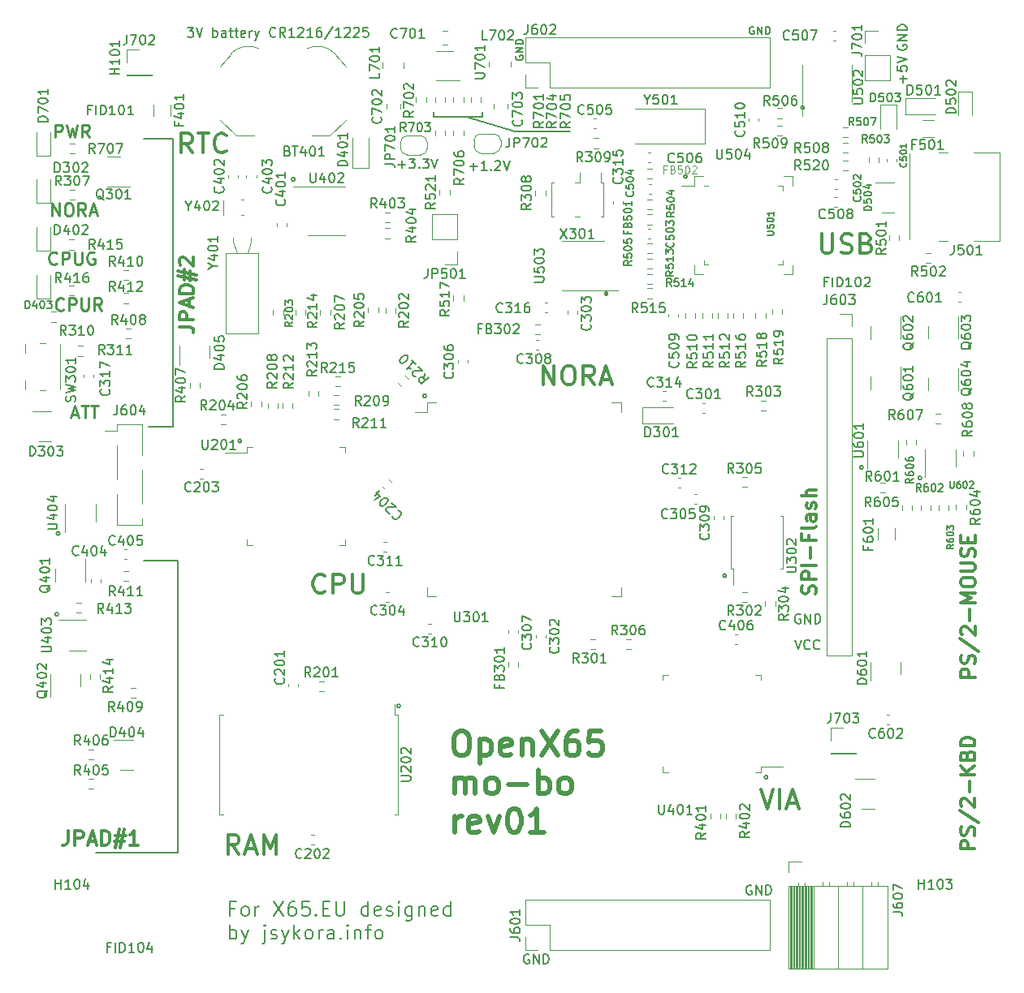
<source format=gbr>
%TF.GenerationSoftware,KiCad,Pcbnew,(6.0.7)*%
%TF.CreationDate,2023-03-28T13:11:04+02:00*%
%TF.ProjectId,open65,6f70656e-3635-42e6-9b69-6361645f7063,rev01*%
%TF.SameCoordinates,Original*%
%TF.FileFunction,Legend,Top*%
%TF.FilePolarity,Positive*%
%FSLAX46Y46*%
G04 Gerber Fmt 4.6, Leading zero omitted, Abs format (unit mm)*
G04 Created by KiCad (PCBNEW (6.0.7)) date 2023-03-28 13:11:04*
%MOMM*%
%LPD*%
G01*
G04 APERTURE LIST*
%ADD10C,0.150000*%
%ADD11C,0.250000*%
%ADD12C,0.300000*%
%ADD13C,0.500000*%
%ADD14C,0.125000*%
%ADD15C,0.120000*%
G04 APERTURE END LIST*
D10*
X148580278Y-98369723D02*
G75*
G03*
X148580278Y-98369723I-180278J0D01*
G01*
X70500000Y-93000000D02*
X68000000Y-93000000D01*
X58580278Y-112600000D02*
G75*
G03*
X58580278Y-112600000I-180278J0D01*
G01*
X142500001Y-97250000D02*
G75*
G03*
X142500001Y-97250000I-180278J0D01*
G01*
X124150001Y-66900000D02*
G75*
G03*
X124150001Y-66900000I-180278J0D01*
G01*
X111950000Y-62200000D02*
X106200000Y-62200000D01*
X106200000Y-62200000D02*
X101100000Y-60650000D01*
X115880278Y-79130277D02*
G75*
G03*
X115880278Y-79130277I-180278J0D01*
G01*
X71000000Y-107000000D02*
X71000000Y-137500000D01*
X132550001Y-129600000D02*
G75*
G03*
X132550001Y-129600000I-180278J0D01*
G01*
X77680278Y-94500000D02*
G75*
G03*
X77680278Y-94500000I-180278J0D01*
G01*
X58730278Y-104150000D02*
G75*
G03*
X58730278Y-104150000I-180278J0D01*
G01*
X83250001Y-67200000D02*
G75*
G03*
X83250001Y-67200000I-180278J0D01*
G01*
X102800000Y-60650000D02*
X102800000Y-60150000D01*
X94230278Y-122169723D02*
G75*
G03*
X94230278Y-122169723I-180278J0D01*
G01*
X102800000Y-60650000D02*
X97750000Y-60650000D01*
X96950001Y-89800000D02*
G75*
G03*
X96950001Y-89800000I-180278J0D01*
G01*
X67500000Y-63000000D02*
X70500000Y-63000000D01*
X70500000Y-63000000D02*
X70500000Y-93000000D01*
X128230278Y-108550000D02*
G75*
G03*
X128230278Y-108550000I-180278J0D01*
G01*
X67500000Y-107000000D02*
X71000000Y-107000000D01*
X97750000Y-60650000D02*
X97750000Y-60150000D01*
X136350001Y-59700000D02*
G75*
G03*
X136350001Y-59700000I-180278J0D01*
G01*
X71000000Y-137500000D02*
X62500000Y-137500000D01*
D11*
X60000000Y-91716666D02*
X60619047Y-91716666D01*
X59876190Y-92088095D02*
X60309523Y-90788095D01*
X60742857Y-92088095D01*
X60990476Y-90788095D02*
X61733333Y-90788095D01*
X61361904Y-92088095D02*
X61361904Y-90788095D01*
X61980952Y-90788095D02*
X62723809Y-90788095D01*
X62352380Y-92088095D02*
X62352380Y-90788095D01*
D12*
X154178571Y-119157142D02*
X152678571Y-119157142D01*
X152678571Y-118585714D01*
X152750000Y-118442857D01*
X152821428Y-118371428D01*
X152964285Y-118300000D01*
X153178571Y-118300000D01*
X153321428Y-118371428D01*
X153392857Y-118442857D01*
X153464285Y-118585714D01*
X153464285Y-119157142D01*
X154107142Y-117728571D02*
X154178571Y-117514285D01*
X154178571Y-117157142D01*
X154107142Y-117014285D01*
X154035714Y-116942857D01*
X153892857Y-116871428D01*
X153750000Y-116871428D01*
X153607142Y-116942857D01*
X153535714Y-117014285D01*
X153464285Y-117157142D01*
X153392857Y-117442857D01*
X153321428Y-117585714D01*
X153250000Y-117657142D01*
X153107142Y-117728571D01*
X152964285Y-117728571D01*
X152821428Y-117657142D01*
X152750000Y-117585714D01*
X152678571Y-117442857D01*
X152678571Y-117085714D01*
X152750000Y-116871428D01*
X152607142Y-115157142D02*
X154535714Y-116442857D01*
X152821428Y-114728571D02*
X152750000Y-114657142D01*
X152678571Y-114514285D01*
X152678571Y-114157142D01*
X152750000Y-114014285D01*
X152821428Y-113942857D01*
X152964285Y-113871428D01*
X153107142Y-113871428D01*
X153321428Y-113942857D01*
X154178571Y-114800000D01*
X154178571Y-113871428D01*
X153607142Y-113228571D02*
X153607142Y-112085714D01*
X154178571Y-111371428D02*
X152678571Y-111371428D01*
X153750000Y-110871428D01*
X152678571Y-110371428D01*
X154178571Y-110371428D01*
X152678571Y-109371428D02*
X152678571Y-109085714D01*
X152750000Y-108942857D01*
X152892857Y-108800000D01*
X153178571Y-108728571D01*
X153678571Y-108728571D01*
X153964285Y-108800000D01*
X154107142Y-108942857D01*
X154178571Y-109085714D01*
X154178571Y-109371428D01*
X154107142Y-109514285D01*
X153964285Y-109657142D01*
X153678571Y-109728571D01*
X153178571Y-109728571D01*
X152892857Y-109657142D01*
X152750000Y-109514285D01*
X152678571Y-109371428D01*
X152678571Y-108085714D02*
X153892857Y-108085714D01*
X154035714Y-108014285D01*
X154107142Y-107942857D01*
X154178571Y-107800000D01*
X154178571Y-107514285D01*
X154107142Y-107371428D01*
X154035714Y-107300000D01*
X153892857Y-107228571D01*
X152678571Y-107228571D01*
X154107142Y-106585714D02*
X154178571Y-106371428D01*
X154178571Y-106014285D01*
X154107142Y-105871428D01*
X154035714Y-105800000D01*
X153892857Y-105728571D01*
X153750000Y-105728571D01*
X153607142Y-105800000D01*
X153535714Y-105871428D01*
X153464285Y-106014285D01*
X153392857Y-106300000D01*
X153321428Y-106442857D01*
X153250000Y-106514285D01*
X153107142Y-106585714D01*
X152964285Y-106585714D01*
X152821428Y-106514285D01*
X152750000Y-106442857D01*
X152678571Y-106300000D01*
X152678571Y-105942857D01*
X152750000Y-105728571D01*
X153392857Y-105085714D02*
X153392857Y-104585714D01*
X154178571Y-104371428D02*
X154178571Y-105085714D01*
X152678571Y-105085714D01*
X152678571Y-104371428D01*
D10*
X94000000Y-65671428D02*
X94761904Y-65671428D01*
X94380952Y-66052380D02*
X94380952Y-65290476D01*
X95142857Y-65052380D02*
X95761904Y-65052380D01*
X95428571Y-65433333D01*
X95571428Y-65433333D01*
X95666666Y-65480952D01*
X95714285Y-65528571D01*
X95761904Y-65623809D01*
X95761904Y-65861904D01*
X95714285Y-65957142D01*
X95666666Y-66004761D01*
X95571428Y-66052380D01*
X95285714Y-66052380D01*
X95190476Y-66004761D01*
X95142857Y-65957142D01*
X96190476Y-65957142D02*
X96238095Y-66004761D01*
X96190476Y-66052380D01*
X96142857Y-66004761D01*
X96190476Y-65957142D01*
X96190476Y-66052380D01*
X96571428Y-65052380D02*
X97190476Y-65052380D01*
X96857142Y-65433333D01*
X97000000Y-65433333D01*
X97095238Y-65480952D01*
X97142857Y-65528571D01*
X97190476Y-65623809D01*
X97190476Y-65861904D01*
X97142857Y-65957142D01*
X97095238Y-66004761D01*
X97000000Y-66052380D01*
X96714285Y-66052380D01*
X96619047Y-66004761D01*
X96571428Y-65957142D01*
X97476190Y-65052380D02*
X97809523Y-66052380D01*
X98142857Y-65052380D01*
X131090476Y-51300000D02*
X131014285Y-51261904D01*
X130900000Y-51261904D01*
X130785714Y-51300000D01*
X130709523Y-51376190D01*
X130671428Y-51452380D01*
X130633333Y-51604761D01*
X130633333Y-51719047D01*
X130671428Y-51871428D01*
X130709523Y-51947619D01*
X130785714Y-52023809D01*
X130900000Y-52061904D01*
X130976190Y-52061904D01*
X131090476Y-52023809D01*
X131128571Y-51985714D01*
X131128571Y-51719047D01*
X130976190Y-51719047D01*
X131471428Y-52061904D02*
X131471428Y-51261904D01*
X131928571Y-52061904D01*
X131928571Y-51261904D01*
X132309523Y-52061904D02*
X132309523Y-51261904D01*
X132500000Y-51261904D01*
X132614285Y-51300000D01*
X132690476Y-51376190D01*
X132728571Y-51452380D01*
X132766666Y-51604761D01*
X132766666Y-51719047D01*
X132728571Y-51871428D01*
X132690476Y-51947619D01*
X132614285Y-52023809D01*
X132500000Y-52061904D01*
X132309523Y-52061904D01*
D12*
X71178571Y-82592857D02*
X72250000Y-82592857D01*
X72464285Y-82664285D01*
X72607142Y-82807142D01*
X72678571Y-83021428D01*
X72678571Y-83164285D01*
X72678571Y-81878571D02*
X71178571Y-81878571D01*
X71178571Y-81307142D01*
X71250000Y-81164285D01*
X71321428Y-81092857D01*
X71464285Y-81021428D01*
X71678571Y-81021428D01*
X71821428Y-81092857D01*
X71892857Y-81164285D01*
X71964285Y-81307142D01*
X71964285Y-81878571D01*
X72250000Y-80450000D02*
X72250000Y-79735714D01*
X72678571Y-80592857D02*
X71178571Y-80092857D01*
X72678571Y-79592857D01*
X72678571Y-79092857D02*
X71178571Y-79092857D01*
X71178571Y-78735714D01*
X71250000Y-78521428D01*
X71392857Y-78378571D01*
X71535714Y-78307142D01*
X71821428Y-78235714D01*
X72035714Y-78235714D01*
X72321428Y-78307142D01*
X72464285Y-78378571D01*
X72607142Y-78521428D01*
X72678571Y-78735714D01*
X72678571Y-79092857D01*
X71678571Y-77664285D02*
X71678571Y-76592857D01*
X71035714Y-77235714D02*
X72964285Y-77664285D01*
X72321428Y-76735714D02*
X72321428Y-77807142D01*
X72964285Y-77164285D02*
X71035714Y-76735714D01*
X71321428Y-76164285D02*
X71250000Y-76092857D01*
X71178571Y-75950000D01*
X71178571Y-75592857D01*
X71250000Y-75450000D01*
X71321428Y-75378571D01*
X71464285Y-75307142D01*
X71607142Y-75307142D01*
X71821428Y-75378571D01*
X72678571Y-76235714D01*
X72678571Y-75307142D01*
D10*
X101500000Y-65871428D02*
X102261904Y-65871428D01*
X101880952Y-66252380D02*
X101880952Y-65490476D01*
X103261904Y-66252380D02*
X102690476Y-66252380D01*
X102976190Y-66252380D02*
X102976190Y-65252380D01*
X102880952Y-65395238D01*
X102785714Y-65490476D01*
X102690476Y-65538095D01*
X103690476Y-66157142D02*
X103738095Y-66204761D01*
X103690476Y-66252380D01*
X103642857Y-66204761D01*
X103690476Y-66157142D01*
X103690476Y-66252380D01*
X104119047Y-65347619D02*
X104166666Y-65300000D01*
X104261904Y-65252380D01*
X104500000Y-65252380D01*
X104595238Y-65300000D01*
X104642857Y-65347619D01*
X104690476Y-65442857D01*
X104690476Y-65538095D01*
X104642857Y-65680952D01*
X104071428Y-66252380D01*
X104690476Y-66252380D01*
X104976190Y-65252380D02*
X105309523Y-66252380D01*
X105642857Y-65252380D01*
X72047619Y-51352380D02*
X72666666Y-51352380D01*
X72333333Y-51733333D01*
X72476190Y-51733333D01*
X72571428Y-51780952D01*
X72619047Y-51828571D01*
X72666666Y-51923809D01*
X72666666Y-52161904D01*
X72619047Y-52257142D01*
X72571428Y-52304761D01*
X72476190Y-52352380D01*
X72190476Y-52352380D01*
X72095238Y-52304761D01*
X72047619Y-52257142D01*
X72952380Y-51352380D02*
X73285714Y-52352380D01*
X73619047Y-51352380D01*
X74714285Y-52352380D02*
X74714285Y-51352380D01*
X74714285Y-51733333D02*
X74809523Y-51685714D01*
X75000000Y-51685714D01*
X75095238Y-51733333D01*
X75142857Y-51780952D01*
X75190476Y-51876190D01*
X75190476Y-52161904D01*
X75142857Y-52257142D01*
X75095238Y-52304761D01*
X75000000Y-52352380D01*
X74809523Y-52352380D01*
X74714285Y-52304761D01*
X76047619Y-52352380D02*
X76047619Y-51828571D01*
X76000000Y-51733333D01*
X75904761Y-51685714D01*
X75714285Y-51685714D01*
X75619047Y-51733333D01*
X76047619Y-52304761D02*
X75952380Y-52352380D01*
X75714285Y-52352380D01*
X75619047Y-52304761D01*
X75571428Y-52209523D01*
X75571428Y-52114285D01*
X75619047Y-52019047D01*
X75714285Y-51971428D01*
X75952380Y-51971428D01*
X76047619Y-51923809D01*
X76380952Y-51685714D02*
X76761904Y-51685714D01*
X76523809Y-51352380D02*
X76523809Y-52209523D01*
X76571428Y-52304761D01*
X76666666Y-52352380D01*
X76761904Y-52352380D01*
X76952380Y-51685714D02*
X77333333Y-51685714D01*
X77095238Y-51352380D02*
X77095238Y-52209523D01*
X77142857Y-52304761D01*
X77238095Y-52352380D01*
X77333333Y-52352380D01*
X78047619Y-52304761D02*
X77952380Y-52352380D01*
X77761904Y-52352380D01*
X77666666Y-52304761D01*
X77619047Y-52209523D01*
X77619047Y-51828571D01*
X77666666Y-51733333D01*
X77761904Y-51685714D01*
X77952380Y-51685714D01*
X78047619Y-51733333D01*
X78095238Y-51828571D01*
X78095238Y-51923809D01*
X77619047Y-52019047D01*
X78523809Y-52352380D02*
X78523809Y-51685714D01*
X78523809Y-51876190D02*
X78571428Y-51780952D01*
X78619047Y-51733333D01*
X78714285Y-51685714D01*
X78809523Y-51685714D01*
X79047619Y-51685714D02*
X79285714Y-52352380D01*
X79523809Y-51685714D02*
X79285714Y-52352380D01*
X79190476Y-52590476D01*
X79142857Y-52638095D01*
X79047619Y-52685714D01*
X81238095Y-52257142D02*
X81190476Y-52304761D01*
X81047619Y-52352380D01*
X80952380Y-52352380D01*
X80809523Y-52304761D01*
X80714285Y-52209523D01*
X80666666Y-52114285D01*
X80619047Y-51923809D01*
X80619047Y-51780952D01*
X80666666Y-51590476D01*
X80714285Y-51495238D01*
X80809523Y-51400000D01*
X80952380Y-51352380D01*
X81047619Y-51352380D01*
X81190476Y-51400000D01*
X81238095Y-51447619D01*
X82238095Y-52352380D02*
X81904761Y-51876190D01*
X81666666Y-52352380D02*
X81666666Y-51352380D01*
X82047619Y-51352380D01*
X82142857Y-51400000D01*
X82190476Y-51447619D01*
X82238095Y-51542857D01*
X82238095Y-51685714D01*
X82190476Y-51780952D01*
X82142857Y-51828571D01*
X82047619Y-51876190D01*
X81666666Y-51876190D01*
X83190476Y-52352380D02*
X82619047Y-52352380D01*
X82904761Y-52352380D02*
X82904761Y-51352380D01*
X82809523Y-51495238D01*
X82714285Y-51590476D01*
X82619047Y-51638095D01*
X83571428Y-51447619D02*
X83619047Y-51400000D01*
X83714285Y-51352380D01*
X83952380Y-51352380D01*
X84047619Y-51400000D01*
X84095238Y-51447619D01*
X84142857Y-51542857D01*
X84142857Y-51638095D01*
X84095238Y-51780952D01*
X83523809Y-52352380D01*
X84142857Y-52352380D01*
X85095238Y-52352380D02*
X84523809Y-52352380D01*
X84809523Y-52352380D02*
X84809523Y-51352380D01*
X84714285Y-51495238D01*
X84619047Y-51590476D01*
X84523809Y-51638095D01*
X85952380Y-51352380D02*
X85761904Y-51352380D01*
X85666666Y-51400000D01*
X85619047Y-51447619D01*
X85523809Y-51590476D01*
X85476190Y-51780952D01*
X85476190Y-52161904D01*
X85523809Y-52257142D01*
X85571428Y-52304761D01*
X85666666Y-52352380D01*
X85857142Y-52352380D01*
X85952380Y-52304761D01*
X86000000Y-52257142D01*
X86047619Y-52161904D01*
X86047619Y-51923809D01*
X86000000Y-51828571D01*
X85952380Y-51780952D01*
X85857142Y-51733333D01*
X85666666Y-51733333D01*
X85571428Y-51780952D01*
X85523809Y-51828571D01*
X85476190Y-51923809D01*
X87190476Y-51304761D02*
X86333333Y-52590476D01*
X88047619Y-52352380D02*
X87476190Y-52352380D01*
X87761904Y-52352380D02*
X87761904Y-51352380D01*
X87666666Y-51495238D01*
X87571428Y-51590476D01*
X87476190Y-51638095D01*
X88428571Y-51447619D02*
X88476190Y-51400000D01*
X88571428Y-51352380D01*
X88809523Y-51352380D01*
X88904761Y-51400000D01*
X88952380Y-51447619D01*
X89000000Y-51542857D01*
X89000000Y-51638095D01*
X88952380Y-51780952D01*
X88380952Y-52352380D01*
X89000000Y-52352380D01*
X89380952Y-51447619D02*
X89428571Y-51400000D01*
X89523809Y-51352380D01*
X89761904Y-51352380D01*
X89857142Y-51400000D01*
X89904761Y-51447619D01*
X89952380Y-51542857D01*
X89952380Y-51638095D01*
X89904761Y-51780952D01*
X89333333Y-52352380D01*
X89952380Y-52352380D01*
X90857142Y-51352380D02*
X90380952Y-51352380D01*
X90333333Y-51828571D01*
X90380952Y-51780952D01*
X90476190Y-51733333D01*
X90714285Y-51733333D01*
X90809523Y-51780952D01*
X90857142Y-51828571D01*
X90904761Y-51923809D01*
X90904761Y-52161904D01*
X90857142Y-52257142D01*
X90809523Y-52304761D01*
X90714285Y-52352380D01*
X90476190Y-52352380D01*
X90380952Y-52304761D01*
X90333333Y-52257142D01*
D12*
X138176190Y-72904761D02*
X138176190Y-74523809D01*
X138271428Y-74714285D01*
X138366666Y-74809523D01*
X138557142Y-74904761D01*
X138938095Y-74904761D01*
X139128571Y-74809523D01*
X139223809Y-74714285D01*
X139319047Y-74523809D01*
X139319047Y-72904761D01*
X140176190Y-74809523D02*
X140461904Y-74904761D01*
X140938095Y-74904761D01*
X141128571Y-74809523D01*
X141223809Y-74714285D01*
X141319047Y-74523809D01*
X141319047Y-74333333D01*
X141223809Y-74142857D01*
X141128571Y-74047619D01*
X140938095Y-73952380D01*
X140557142Y-73857142D01*
X140366666Y-73761904D01*
X140271428Y-73666666D01*
X140176190Y-73476190D01*
X140176190Y-73285714D01*
X140271428Y-73095238D01*
X140366666Y-73000000D01*
X140557142Y-72904761D01*
X141033333Y-72904761D01*
X141319047Y-73000000D01*
X142842857Y-73857142D02*
X143128571Y-73952380D01*
X143223809Y-74047619D01*
X143319047Y-74238095D01*
X143319047Y-74523809D01*
X143223809Y-74714285D01*
X143128571Y-74809523D01*
X142938095Y-74904761D01*
X142176190Y-74904761D01*
X142176190Y-72904761D01*
X142842857Y-72904761D01*
X143033333Y-73000000D01*
X143128571Y-73095238D01*
X143223809Y-73285714D01*
X143223809Y-73476190D01*
X143128571Y-73666666D01*
X143033333Y-73761904D01*
X142842857Y-73857142D01*
X142176190Y-73857142D01*
D10*
X135366666Y-115252380D02*
X135700000Y-116252380D01*
X136033333Y-115252380D01*
X136938095Y-116157142D02*
X136890476Y-116204761D01*
X136747619Y-116252380D01*
X136652380Y-116252380D01*
X136509523Y-116204761D01*
X136414285Y-116109523D01*
X136366666Y-116014285D01*
X136319047Y-115823809D01*
X136319047Y-115680952D01*
X136366666Y-115490476D01*
X136414285Y-115395238D01*
X136509523Y-115300000D01*
X136652380Y-115252380D01*
X136747619Y-115252380D01*
X136890476Y-115300000D01*
X136938095Y-115347619D01*
X137938095Y-116157142D02*
X137890476Y-116204761D01*
X137747619Y-116252380D01*
X137652380Y-116252380D01*
X137509523Y-116204761D01*
X137414285Y-116109523D01*
X137366666Y-116014285D01*
X137319047Y-115823809D01*
X137319047Y-115680952D01*
X137366666Y-115490476D01*
X137414285Y-115395238D01*
X137509523Y-115300000D01*
X137652380Y-115252380D01*
X137747619Y-115252380D01*
X137890476Y-115300000D01*
X137938095Y-115347619D01*
D12*
X77419047Y-137604761D02*
X76752380Y-136652380D01*
X76276190Y-137604761D02*
X76276190Y-135604761D01*
X77038095Y-135604761D01*
X77228571Y-135700000D01*
X77323809Y-135795238D01*
X77419047Y-135985714D01*
X77419047Y-136271428D01*
X77323809Y-136461904D01*
X77228571Y-136557142D01*
X77038095Y-136652380D01*
X76276190Y-136652380D01*
X78180952Y-137033333D02*
X79133333Y-137033333D01*
X77990476Y-137604761D02*
X78657142Y-135604761D01*
X79323809Y-137604761D01*
X79990476Y-137604761D02*
X79990476Y-135604761D01*
X80657142Y-137033333D01*
X81323809Y-135604761D01*
X81323809Y-137604761D01*
D10*
X135938095Y-112600000D02*
X135842857Y-112552380D01*
X135700000Y-112552380D01*
X135557142Y-112600000D01*
X135461904Y-112695238D01*
X135414285Y-112790476D01*
X135366666Y-112980952D01*
X135366666Y-113123809D01*
X135414285Y-113314285D01*
X135461904Y-113409523D01*
X135557142Y-113504761D01*
X135700000Y-113552380D01*
X135795238Y-113552380D01*
X135938095Y-113504761D01*
X135985714Y-113457142D01*
X135985714Y-113123809D01*
X135795238Y-113123809D01*
X136414285Y-113552380D02*
X136414285Y-112552380D01*
X136985714Y-113552380D01*
X136985714Y-112552380D01*
X137461904Y-113552380D02*
X137461904Y-112552380D01*
X137700000Y-112552380D01*
X137842857Y-112600000D01*
X137938095Y-112695238D01*
X137985714Y-112790476D01*
X138033333Y-112980952D01*
X138033333Y-113123809D01*
X137985714Y-113314285D01*
X137938095Y-113409523D01*
X137842857Y-113504761D01*
X137700000Y-113552380D01*
X137461904Y-113552380D01*
D13*
X100396428Y-124805952D02*
X100872619Y-124805952D01*
X101110714Y-124925000D01*
X101348809Y-125163095D01*
X101467857Y-125639285D01*
X101467857Y-126472619D01*
X101348809Y-126948809D01*
X101110714Y-127186904D01*
X100872619Y-127305952D01*
X100396428Y-127305952D01*
X100158333Y-127186904D01*
X99920238Y-126948809D01*
X99801190Y-126472619D01*
X99801190Y-125639285D01*
X99920238Y-125163095D01*
X100158333Y-124925000D01*
X100396428Y-124805952D01*
X102539285Y-125639285D02*
X102539285Y-128139285D01*
X102539285Y-125758333D02*
X102777380Y-125639285D01*
X103253571Y-125639285D01*
X103491666Y-125758333D01*
X103610714Y-125877380D01*
X103729761Y-126115476D01*
X103729761Y-126829761D01*
X103610714Y-127067857D01*
X103491666Y-127186904D01*
X103253571Y-127305952D01*
X102777380Y-127305952D01*
X102539285Y-127186904D01*
X105753571Y-127186904D02*
X105515476Y-127305952D01*
X105039285Y-127305952D01*
X104801190Y-127186904D01*
X104682142Y-126948809D01*
X104682142Y-125996428D01*
X104801190Y-125758333D01*
X105039285Y-125639285D01*
X105515476Y-125639285D01*
X105753571Y-125758333D01*
X105872619Y-125996428D01*
X105872619Y-126234523D01*
X104682142Y-126472619D01*
X106944047Y-125639285D02*
X106944047Y-127305952D01*
X106944047Y-125877380D02*
X107063095Y-125758333D01*
X107301190Y-125639285D01*
X107658333Y-125639285D01*
X107896428Y-125758333D01*
X108015476Y-125996428D01*
X108015476Y-127305952D01*
X108967857Y-124805952D02*
X110634523Y-127305952D01*
X110634523Y-124805952D02*
X108967857Y-127305952D01*
X112658333Y-124805952D02*
X112182142Y-124805952D01*
X111944047Y-124925000D01*
X111825000Y-125044047D01*
X111586904Y-125401190D01*
X111467857Y-125877380D01*
X111467857Y-126829761D01*
X111586904Y-127067857D01*
X111705952Y-127186904D01*
X111944047Y-127305952D01*
X112420238Y-127305952D01*
X112658333Y-127186904D01*
X112777380Y-127067857D01*
X112896428Y-126829761D01*
X112896428Y-126234523D01*
X112777380Y-125996428D01*
X112658333Y-125877380D01*
X112420238Y-125758333D01*
X111944047Y-125758333D01*
X111705952Y-125877380D01*
X111586904Y-125996428D01*
X111467857Y-126234523D01*
X115158333Y-124805952D02*
X113967857Y-124805952D01*
X113848809Y-125996428D01*
X113967857Y-125877380D01*
X114205952Y-125758333D01*
X114801190Y-125758333D01*
X115039285Y-125877380D01*
X115158333Y-125996428D01*
X115277380Y-126234523D01*
X115277380Y-126829761D01*
X115158333Y-127067857D01*
X115039285Y-127186904D01*
X114801190Y-127305952D01*
X114205952Y-127305952D01*
X113967857Y-127186904D01*
X113848809Y-127067857D01*
X99920238Y-131330952D02*
X99920238Y-129664285D01*
X99920238Y-129902380D02*
X100039285Y-129783333D01*
X100277380Y-129664285D01*
X100634523Y-129664285D01*
X100872619Y-129783333D01*
X100991666Y-130021428D01*
X100991666Y-131330952D01*
X100991666Y-130021428D02*
X101110714Y-129783333D01*
X101348809Y-129664285D01*
X101705952Y-129664285D01*
X101944047Y-129783333D01*
X102063095Y-130021428D01*
X102063095Y-131330952D01*
X103610714Y-131330952D02*
X103372619Y-131211904D01*
X103253571Y-131092857D01*
X103134523Y-130854761D01*
X103134523Y-130140476D01*
X103253571Y-129902380D01*
X103372619Y-129783333D01*
X103610714Y-129664285D01*
X103967857Y-129664285D01*
X104205952Y-129783333D01*
X104325000Y-129902380D01*
X104444047Y-130140476D01*
X104444047Y-130854761D01*
X104325000Y-131092857D01*
X104205952Y-131211904D01*
X103967857Y-131330952D01*
X103610714Y-131330952D01*
X105515476Y-130378571D02*
X107420238Y-130378571D01*
X108610714Y-131330952D02*
X108610714Y-128830952D01*
X108610714Y-129783333D02*
X108848809Y-129664285D01*
X109325000Y-129664285D01*
X109563095Y-129783333D01*
X109682142Y-129902380D01*
X109801190Y-130140476D01*
X109801190Y-130854761D01*
X109682142Y-131092857D01*
X109563095Y-131211904D01*
X109325000Y-131330952D01*
X108848809Y-131330952D01*
X108610714Y-131211904D01*
X111229761Y-131330952D02*
X110991666Y-131211904D01*
X110872619Y-131092857D01*
X110753571Y-130854761D01*
X110753571Y-130140476D01*
X110872619Y-129902380D01*
X110991666Y-129783333D01*
X111229761Y-129664285D01*
X111586904Y-129664285D01*
X111825000Y-129783333D01*
X111944047Y-129902380D01*
X112063095Y-130140476D01*
X112063095Y-130854761D01*
X111944047Y-131092857D01*
X111825000Y-131211904D01*
X111586904Y-131330952D01*
X111229761Y-131330952D01*
X99920238Y-135355952D02*
X99920238Y-133689285D01*
X99920238Y-134165476D02*
X100039285Y-133927380D01*
X100158333Y-133808333D01*
X100396428Y-133689285D01*
X100634523Y-133689285D01*
X102420238Y-135236904D02*
X102182142Y-135355952D01*
X101705952Y-135355952D01*
X101467857Y-135236904D01*
X101348809Y-134998809D01*
X101348809Y-134046428D01*
X101467857Y-133808333D01*
X101705952Y-133689285D01*
X102182142Y-133689285D01*
X102420238Y-133808333D01*
X102539285Y-134046428D01*
X102539285Y-134284523D01*
X101348809Y-134522619D01*
X103372619Y-133689285D02*
X103967857Y-135355952D01*
X104563095Y-133689285D01*
X105991666Y-132855952D02*
X106229761Y-132855952D01*
X106467857Y-132975000D01*
X106586904Y-133094047D01*
X106705952Y-133332142D01*
X106825000Y-133808333D01*
X106825000Y-134403571D01*
X106705952Y-134879761D01*
X106586904Y-135117857D01*
X106467857Y-135236904D01*
X106229761Y-135355952D01*
X105991666Y-135355952D01*
X105753571Y-135236904D01*
X105634523Y-135117857D01*
X105515476Y-134879761D01*
X105396428Y-134403571D01*
X105396428Y-133808333D01*
X105515476Y-133332142D01*
X105634523Y-133094047D01*
X105753571Y-132975000D01*
X105991666Y-132855952D01*
X109205952Y-135355952D02*
X107777380Y-135355952D01*
X108491666Y-135355952D02*
X108491666Y-132855952D01*
X108253571Y-133213095D01*
X108015476Y-133451190D01*
X107777380Y-133570238D01*
D10*
X106300000Y-54309523D02*
X106261904Y-54385714D01*
X106261904Y-54500000D01*
X106300000Y-54614285D01*
X106376190Y-54690476D01*
X106452380Y-54728571D01*
X106604761Y-54766666D01*
X106719047Y-54766666D01*
X106871428Y-54728571D01*
X106947619Y-54690476D01*
X107023809Y-54614285D01*
X107061904Y-54500000D01*
X107061904Y-54423809D01*
X107023809Y-54309523D01*
X106985714Y-54271428D01*
X106719047Y-54271428D01*
X106719047Y-54423809D01*
X107061904Y-53928571D02*
X106261904Y-53928571D01*
X107061904Y-53471428D01*
X106261904Y-53471428D01*
X107061904Y-53090476D02*
X106261904Y-53090476D01*
X106261904Y-52900000D01*
X106300000Y-52785714D01*
X106376190Y-52709523D01*
X106452380Y-52671428D01*
X106604761Y-52633333D01*
X106719047Y-52633333D01*
X106871428Y-52671428D01*
X106947619Y-52709523D01*
X107023809Y-52785714D01*
X107061904Y-52900000D01*
X107061904Y-53090476D01*
D12*
X86371428Y-110214285D02*
X86276190Y-110309523D01*
X85990476Y-110404761D01*
X85800000Y-110404761D01*
X85514285Y-110309523D01*
X85323809Y-110119047D01*
X85228571Y-109928571D01*
X85133333Y-109547619D01*
X85133333Y-109261904D01*
X85228571Y-108880952D01*
X85323809Y-108690476D01*
X85514285Y-108500000D01*
X85800000Y-108404761D01*
X85990476Y-108404761D01*
X86276190Y-108500000D01*
X86371428Y-108595238D01*
X87228571Y-110404761D02*
X87228571Y-108404761D01*
X87990476Y-108404761D01*
X88180952Y-108500000D01*
X88276190Y-108595238D01*
X88371428Y-108785714D01*
X88371428Y-109071428D01*
X88276190Y-109261904D01*
X88180952Y-109357142D01*
X87990476Y-109452380D01*
X87228571Y-109452380D01*
X89228571Y-108404761D02*
X89228571Y-110023809D01*
X89323809Y-110214285D01*
X89419047Y-110309523D01*
X89609523Y-110404761D01*
X89990476Y-110404761D01*
X90180952Y-110309523D01*
X90276190Y-110214285D01*
X90371428Y-110023809D01*
X90371428Y-108404761D01*
X131800000Y-130904761D02*
X132466666Y-132904761D01*
X133133333Y-130904761D01*
X133800000Y-132904761D02*
X133800000Y-130904761D01*
X134657142Y-132333333D02*
X135609523Y-132333333D01*
X134466666Y-132904761D02*
X135133333Y-130904761D01*
X135800000Y-132904761D01*
X137507142Y-110464285D02*
X137578571Y-110250000D01*
X137578571Y-109892857D01*
X137507142Y-109750000D01*
X137435714Y-109678571D01*
X137292857Y-109607142D01*
X137150000Y-109607142D01*
X137007142Y-109678571D01*
X136935714Y-109750000D01*
X136864285Y-109892857D01*
X136792857Y-110178571D01*
X136721428Y-110321428D01*
X136650000Y-110392857D01*
X136507142Y-110464285D01*
X136364285Y-110464285D01*
X136221428Y-110392857D01*
X136150000Y-110321428D01*
X136078571Y-110178571D01*
X136078571Y-109821428D01*
X136150000Y-109607142D01*
X137578571Y-108964285D02*
X136078571Y-108964285D01*
X136078571Y-108392857D01*
X136150000Y-108250000D01*
X136221428Y-108178571D01*
X136364285Y-108107142D01*
X136578571Y-108107142D01*
X136721428Y-108178571D01*
X136792857Y-108250000D01*
X136864285Y-108392857D01*
X136864285Y-108964285D01*
X137578571Y-107464285D02*
X136078571Y-107464285D01*
X137007142Y-106750000D02*
X137007142Y-105607142D01*
X136792857Y-104392857D02*
X136792857Y-104892857D01*
X137578571Y-104892857D02*
X136078571Y-104892857D01*
X136078571Y-104178571D01*
X137578571Y-103392857D02*
X137507142Y-103535714D01*
X137364285Y-103607142D01*
X136078571Y-103607142D01*
X137578571Y-102178571D02*
X136792857Y-102178571D01*
X136650000Y-102250000D01*
X136578571Y-102392857D01*
X136578571Y-102678571D01*
X136650000Y-102821428D01*
X137507142Y-102178571D02*
X137578571Y-102321428D01*
X137578571Y-102678571D01*
X137507142Y-102821428D01*
X137364285Y-102892857D01*
X137221428Y-102892857D01*
X137078571Y-102821428D01*
X137007142Y-102678571D01*
X137007142Y-102321428D01*
X136935714Y-102178571D01*
X137507142Y-101535714D02*
X137578571Y-101392857D01*
X137578571Y-101107142D01*
X137507142Y-100964285D01*
X137364285Y-100892857D01*
X137292857Y-100892857D01*
X137150000Y-100964285D01*
X137078571Y-101107142D01*
X137078571Y-101321428D01*
X137007142Y-101464285D01*
X136864285Y-101535714D01*
X136792857Y-101535714D01*
X136650000Y-101464285D01*
X136578571Y-101321428D01*
X136578571Y-101107142D01*
X136650000Y-100964285D01*
X137578571Y-100250000D02*
X136078571Y-100250000D01*
X137578571Y-99607142D02*
X136792857Y-99607142D01*
X136650000Y-99678571D01*
X136578571Y-99821428D01*
X136578571Y-100035714D01*
X136650000Y-100178571D01*
X136721428Y-100250000D01*
D11*
X58266666Y-62788095D02*
X58266666Y-61488095D01*
X58761904Y-61488095D01*
X58885714Y-61550000D01*
X58947619Y-61611904D01*
X59009523Y-61735714D01*
X59009523Y-61921428D01*
X58947619Y-62045238D01*
X58885714Y-62107142D01*
X58761904Y-62169047D01*
X58266666Y-62169047D01*
X59442857Y-61488095D02*
X59752380Y-62788095D01*
X60000000Y-61859523D01*
X60247619Y-62788095D01*
X60557142Y-61488095D01*
X61795238Y-62788095D02*
X61361904Y-62169047D01*
X61052380Y-62788095D02*
X61052380Y-61488095D01*
X61547619Y-61488095D01*
X61671428Y-61550000D01*
X61733333Y-61611904D01*
X61795238Y-61735714D01*
X61795238Y-61921428D01*
X61733333Y-62045238D01*
X61671428Y-62107142D01*
X61547619Y-62169047D01*
X61052380Y-62169047D01*
D10*
X146671428Y-57085714D02*
X146671428Y-56323809D01*
X147052380Y-56704761D02*
X146290476Y-56704761D01*
X146052380Y-55371428D02*
X146052380Y-55847619D01*
X146528571Y-55895238D01*
X146480952Y-55847619D01*
X146433333Y-55752380D01*
X146433333Y-55514285D01*
X146480952Y-55419047D01*
X146528571Y-55371428D01*
X146623809Y-55323809D01*
X146861904Y-55323809D01*
X146957142Y-55371428D01*
X147004761Y-55419047D01*
X147052380Y-55514285D01*
X147052380Y-55752380D01*
X147004761Y-55847619D01*
X146957142Y-55895238D01*
X146052380Y-55038095D02*
X147052380Y-54704761D01*
X146052380Y-54371428D01*
D12*
X109123809Y-88654761D02*
X109123809Y-86654761D01*
X110266666Y-88654761D01*
X110266666Y-86654761D01*
X111600000Y-86654761D02*
X111980952Y-86654761D01*
X112171428Y-86750000D01*
X112361904Y-86940476D01*
X112457142Y-87321428D01*
X112457142Y-87988095D01*
X112361904Y-88369047D01*
X112171428Y-88559523D01*
X111980952Y-88654761D01*
X111600000Y-88654761D01*
X111409523Y-88559523D01*
X111219047Y-88369047D01*
X111123809Y-87988095D01*
X111123809Y-87321428D01*
X111219047Y-86940476D01*
X111409523Y-86750000D01*
X111600000Y-86654761D01*
X114457142Y-88654761D02*
X113790476Y-87702380D01*
X113314285Y-88654761D02*
X113314285Y-86654761D01*
X114076190Y-86654761D01*
X114266666Y-86750000D01*
X114361904Y-86845238D01*
X114457142Y-87035714D01*
X114457142Y-87321428D01*
X114361904Y-87511904D01*
X114266666Y-87607142D01*
X114076190Y-87702380D01*
X113314285Y-87702380D01*
X115219047Y-88083333D02*
X116171428Y-88083333D01*
X115028571Y-88654761D02*
X115695238Y-86654761D01*
X116361904Y-88654761D01*
D10*
X76954642Y-143285357D02*
X76454642Y-143285357D01*
X76454642Y-144071071D02*
X76454642Y-142571071D01*
X77168928Y-142571071D01*
X77954642Y-144071071D02*
X77811785Y-143999642D01*
X77740357Y-143928214D01*
X77668928Y-143785357D01*
X77668928Y-143356785D01*
X77740357Y-143213928D01*
X77811785Y-143142500D01*
X77954642Y-143071071D01*
X78168928Y-143071071D01*
X78311785Y-143142500D01*
X78383214Y-143213928D01*
X78454642Y-143356785D01*
X78454642Y-143785357D01*
X78383214Y-143928214D01*
X78311785Y-143999642D01*
X78168928Y-144071071D01*
X77954642Y-144071071D01*
X79097500Y-144071071D02*
X79097500Y-143071071D01*
X79097500Y-143356785D02*
X79168928Y-143213928D01*
X79240357Y-143142500D01*
X79383214Y-143071071D01*
X79526071Y-143071071D01*
X81026071Y-142571071D02*
X82026071Y-144071071D01*
X82026071Y-142571071D02*
X81026071Y-144071071D01*
X83240357Y-142571071D02*
X82954642Y-142571071D01*
X82811785Y-142642500D01*
X82740357Y-142713928D01*
X82597500Y-142928214D01*
X82526071Y-143213928D01*
X82526071Y-143785357D01*
X82597500Y-143928214D01*
X82668928Y-143999642D01*
X82811785Y-144071071D01*
X83097500Y-144071071D01*
X83240357Y-143999642D01*
X83311785Y-143928214D01*
X83383214Y-143785357D01*
X83383214Y-143428214D01*
X83311785Y-143285357D01*
X83240357Y-143213928D01*
X83097500Y-143142500D01*
X82811785Y-143142500D01*
X82668928Y-143213928D01*
X82597500Y-143285357D01*
X82526071Y-143428214D01*
X84740357Y-142571071D02*
X84026071Y-142571071D01*
X83954642Y-143285357D01*
X84026071Y-143213928D01*
X84168928Y-143142500D01*
X84526071Y-143142500D01*
X84668928Y-143213928D01*
X84740357Y-143285357D01*
X84811785Y-143428214D01*
X84811785Y-143785357D01*
X84740357Y-143928214D01*
X84668928Y-143999642D01*
X84526071Y-144071071D01*
X84168928Y-144071071D01*
X84026071Y-143999642D01*
X83954642Y-143928214D01*
X85454642Y-143928214D02*
X85526071Y-143999642D01*
X85454642Y-144071071D01*
X85383214Y-143999642D01*
X85454642Y-143928214D01*
X85454642Y-144071071D01*
X86168928Y-143285357D02*
X86668928Y-143285357D01*
X86883214Y-144071071D02*
X86168928Y-144071071D01*
X86168928Y-142571071D01*
X86883214Y-142571071D01*
X87526071Y-142571071D02*
X87526071Y-143785357D01*
X87597500Y-143928214D01*
X87668928Y-143999642D01*
X87811785Y-144071071D01*
X88097500Y-144071071D01*
X88240357Y-143999642D01*
X88311785Y-143928214D01*
X88383214Y-143785357D01*
X88383214Y-142571071D01*
X90883214Y-144071071D02*
X90883214Y-142571071D01*
X90883214Y-143999642D02*
X90740357Y-144071071D01*
X90454642Y-144071071D01*
X90311785Y-143999642D01*
X90240357Y-143928214D01*
X90168928Y-143785357D01*
X90168928Y-143356785D01*
X90240357Y-143213928D01*
X90311785Y-143142500D01*
X90454642Y-143071071D01*
X90740357Y-143071071D01*
X90883214Y-143142500D01*
X92168928Y-143999642D02*
X92026071Y-144071071D01*
X91740357Y-144071071D01*
X91597500Y-143999642D01*
X91526071Y-143856785D01*
X91526071Y-143285357D01*
X91597500Y-143142500D01*
X91740357Y-143071071D01*
X92026071Y-143071071D01*
X92168928Y-143142500D01*
X92240357Y-143285357D01*
X92240357Y-143428214D01*
X91526071Y-143571071D01*
X92811785Y-143999642D02*
X92954642Y-144071071D01*
X93240357Y-144071071D01*
X93383214Y-143999642D01*
X93454642Y-143856785D01*
X93454642Y-143785357D01*
X93383214Y-143642500D01*
X93240357Y-143571071D01*
X93026071Y-143571071D01*
X92883214Y-143499642D01*
X92811785Y-143356785D01*
X92811785Y-143285357D01*
X92883214Y-143142500D01*
X93026071Y-143071071D01*
X93240357Y-143071071D01*
X93383214Y-143142500D01*
X94097500Y-144071071D02*
X94097500Y-143071071D01*
X94097500Y-142571071D02*
X94026071Y-142642500D01*
X94097500Y-142713928D01*
X94168928Y-142642500D01*
X94097500Y-142571071D01*
X94097500Y-142713928D01*
X95454642Y-143071071D02*
X95454642Y-144285357D01*
X95383214Y-144428214D01*
X95311785Y-144499642D01*
X95168928Y-144571071D01*
X94954642Y-144571071D01*
X94811785Y-144499642D01*
X95454642Y-143999642D02*
X95311785Y-144071071D01*
X95026071Y-144071071D01*
X94883214Y-143999642D01*
X94811785Y-143928214D01*
X94740357Y-143785357D01*
X94740357Y-143356785D01*
X94811785Y-143213928D01*
X94883214Y-143142500D01*
X95026071Y-143071071D01*
X95311785Y-143071071D01*
X95454642Y-143142500D01*
X96168928Y-143071071D02*
X96168928Y-144071071D01*
X96168928Y-143213928D02*
X96240357Y-143142500D01*
X96383214Y-143071071D01*
X96597500Y-143071071D01*
X96740357Y-143142500D01*
X96811785Y-143285357D01*
X96811785Y-144071071D01*
X98097500Y-143999642D02*
X97954642Y-144071071D01*
X97668928Y-144071071D01*
X97526071Y-143999642D01*
X97454642Y-143856785D01*
X97454642Y-143285357D01*
X97526071Y-143142500D01*
X97668928Y-143071071D01*
X97954642Y-143071071D01*
X98097500Y-143142500D01*
X98168928Y-143285357D01*
X98168928Y-143428214D01*
X97454642Y-143571071D01*
X99454642Y-144071071D02*
X99454642Y-142571071D01*
X99454642Y-143999642D02*
X99311785Y-144071071D01*
X99026071Y-144071071D01*
X98883214Y-143999642D01*
X98811785Y-143928214D01*
X98740357Y-143785357D01*
X98740357Y-143356785D01*
X98811785Y-143213928D01*
X98883214Y-143142500D01*
X99026071Y-143071071D01*
X99311785Y-143071071D01*
X99454642Y-143142500D01*
X76454642Y-146486071D02*
X76454642Y-144986071D01*
X76454642Y-145557500D02*
X76597500Y-145486071D01*
X76883214Y-145486071D01*
X77026071Y-145557500D01*
X77097500Y-145628928D01*
X77168928Y-145771785D01*
X77168928Y-146200357D01*
X77097500Y-146343214D01*
X77026071Y-146414642D01*
X76883214Y-146486071D01*
X76597500Y-146486071D01*
X76454642Y-146414642D01*
X77668928Y-145486071D02*
X78026071Y-146486071D01*
X78383214Y-145486071D02*
X78026071Y-146486071D01*
X77883214Y-146843214D01*
X77811785Y-146914642D01*
X77668928Y-146986071D01*
X80097500Y-145486071D02*
X80097500Y-146771785D01*
X80026071Y-146914642D01*
X79883214Y-146986071D01*
X79811785Y-146986071D01*
X80097500Y-144986071D02*
X80026071Y-145057500D01*
X80097500Y-145128928D01*
X80168928Y-145057500D01*
X80097500Y-144986071D01*
X80097500Y-145128928D01*
X80740357Y-146414642D02*
X80883214Y-146486071D01*
X81168928Y-146486071D01*
X81311785Y-146414642D01*
X81383214Y-146271785D01*
X81383214Y-146200357D01*
X81311785Y-146057500D01*
X81168928Y-145986071D01*
X80954642Y-145986071D01*
X80811785Y-145914642D01*
X80740357Y-145771785D01*
X80740357Y-145700357D01*
X80811785Y-145557500D01*
X80954642Y-145486071D01*
X81168928Y-145486071D01*
X81311785Y-145557500D01*
X81883214Y-145486071D02*
X82240357Y-146486071D01*
X82597500Y-145486071D02*
X82240357Y-146486071D01*
X82097500Y-146843214D01*
X82026071Y-146914642D01*
X81883214Y-146986071D01*
X83168928Y-146486071D02*
X83168928Y-144986071D01*
X83311785Y-145914642D02*
X83740357Y-146486071D01*
X83740357Y-145486071D02*
X83168928Y-146057500D01*
X84597500Y-146486071D02*
X84454642Y-146414642D01*
X84383214Y-146343214D01*
X84311785Y-146200357D01*
X84311785Y-145771785D01*
X84383214Y-145628928D01*
X84454642Y-145557500D01*
X84597500Y-145486071D01*
X84811785Y-145486071D01*
X84954642Y-145557500D01*
X85026071Y-145628928D01*
X85097500Y-145771785D01*
X85097500Y-146200357D01*
X85026071Y-146343214D01*
X84954642Y-146414642D01*
X84811785Y-146486071D01*
X84597500Y-146486071D01*
X85740357Y-146486071D02*
X85740357Y-145486071D01*
X85740357Y-145771785D02*
X85811785Y-145628928D01*
X85883214Y-145557500D01*
X86026071Y-145486071D01*
X86168928Y-145486071D01*
X87311785Y-146486071D02*
X87311785Y-145700357D01*
X87240357Y-145557500D01*
X87097500Y-145486071D01*
X86811785Y-145486071D01*
X86668928Y-145557500D01*
X87311785Y-146414642D02*
X87168928Y-146486071D01*
X86811785Y-146486071D01*
X86668928Y-146414642D01*
X86597500Y-146271785D01*
X86597500Y-146128928D01*
X86668928Y-145986071D01*
X86811785Y-145914642D01*
X87168928Y-145914642D01*
X87311785Y-145843214D01*
X88026071Y-146343214D02*
X88097500Y-146414642D01*
X88026071Y-146486071D01*
X87954642Y-146414642D01*
X88026071Y-146343214D01*
X88026071Y-146486071D01*
X88740357Y-146486071D02*
X88740357Y-145486071D01*
X88740357Y-144986071D02*
X88668928Y-145057500D01*
X88740357Y-145128928D01*
X88811785Y-145057500D01*
X88740357Y-144986071D01*
X88740357Y-145128928D01*
X89454642Y-145486071D02*
X89454642Y-146486071D01*
X89454642Y-145628928D02*
X89526071Y-145557500D01*
X89668928Y-145486071D01*
X89883214Y-145486071D01*
X90026071Y-145557500D01*
X90097500Y-145700357D01*
X90097500Y-146486071D01*
X90597500Y-145486071D02*
X91168928Y-145486071D01*
X90811785Y-146486071D02*
X90811785Y-145200357D01*
X90883214Y-145057500D01*
X91026071Y-144986071D01*
X91168928Y-144986071D01*
X91883214Y-146486071D02*
X91740357Y-146414642D01*
X91668928Y-146343214D01*
X91597500Y-146200357D01*
X91597500Y-145771785D01*
X91668928Y-145628928D01*
X91740357Y-145557500D01*
X91883214Y-145486071D01*
X92097500Y-145486071D01*
X92240357Y-145557500D01*
X92311785Y-145628928D01*
X92383214Y-145771785D01*
X92383214Y-146200357D01*
X92311785Y-146343214D01*
X92240357Y-146414642D01*
X92097500Y-146486071D01*
X91883214Y-146486071D01*
D12*
X59607142Y-135178571D02*
X59607142Y-136250000D01*
X59535714Y-136464285D01*
X59392857Y-136607142D01*
X59178571Y-136678571D01*
X59035714Y-136678571D01*
X60321428Y-136678571D02*
X60321428Y-135178571D01*
X60892857Y-135178571D01*
X61035714Y-135250000D01*
X61107142Y-135321428D01*
X61178571Y-135464285D01*
X61178571Y-135678571D01*
X61107142Y-135821428D01*
X61035714Y-135892857D01*
X60892857Y-135964285D01*
X60321428Y-135964285D01*
X61750000Y-136250000D02*
X62464285Y-136250000D01*
X61607142Y-136678571D02*
X62107142Y-135178571D01*
X62607142Y-136678571D01*
X63107142Y-136678571D02*
X63107142Y-135178571D01*
X63464285Y-135178571D01*
X63678571Y-135250000D01*
X63821428Y-135392857D01*
X63892857Y-135535714D01*
X63964285Y-135821428D01*
X63964285Y-136035714D01*
X63892857Y-136321428D01*
X63821428Y-136464285D01*
X63678571Y-136607142D01*
X63464285Y-136678571D01*
X63107142Y-136678571D01*
X64535714Y-135678571D02*
X65607142Y-135678571D01*
X64964285Y-135035714D02*
X64535714Y-136964285D01*
X65464285Y-136321428D02*
X64392857Y-136321428D01*
X65035714Y-136964285D02*
X65464285Y-135035714D01*
X66892857Y-136678571D02*
X66035714Y-136678571D01*
X66464285Y-136678571D02*
X66464285Y-135178571D01*
X66321428Y-135392857D01*
X66178571Y-135535714D01*
X66035714Y-135607142D01*
D11*
X59121428Y-80764285D02*
X59059523Y-80826190D01*
X58873809Y-80888095D01*
X58750000Y-80888095D01*
X58564285Y-80826190D01*
X58440476Y-80702380D01*
X58378571Y-80578571D01*
X58316666Y-80330952D01*
X58316666Y-80145238D01*
X58378571Y-79897619D01*
X58440476Y-79773809D01*
X58564285Y-79650000D01*
X58750000Y-79588095D01*
X58873809Y-79588095D01*
X59059523Y-79650000D01*
X59121428Y-79711904D01*
X59678571Y-80888095D02*
X59678571Y-79588095D01*
X60173809Y-79588095D01*
X60297619Y-79650000D01*
X60359523Y-79711904D01*
X60421428Y-79835714D01*
X60421428Y-80021428D01*
X60359523Y-80145238D01*
X60297619Y-80207142D01*
X60173809Y-80269047D01*
X59678571Y-80269047D01*
X60978571Y-79588095D02*
X60978571Y-80640476D01*
X61040476Y-80764285D01*
X61102380Y-80826190D01*
X61226190Y-80888095D01*
X61473809Y-80888095D01*
X61597619Y-80826190D01*
X61659523Y-80764285D01*
X61721428Y-80640476D01*
X61721428Y-79588095D01*
X63083333Y-80888095D02*
X62650000Y-80269047D01*
X62340476Y-80888095D02*
X62340476Y-79588095D01*
X62835714Y-79588095D01*
X62959523Y-79650000D01*
X63021428Y-79711904D01*
X63083333Y-79835714D01*
X63083333Y-80021428D01*
X63021428Y-80145238D01*
X62959523Y-80207142D01*
X62835714Y-80269047D01*
X62340476Y-80269047D01*
D12*
X72557142Y-64404761D02*
X71890476Y-63452380D01*
X71414285Y-64404761D02*
X71414285Y-62404761D01*
X72176190Y-62404761D01*
X72366666Y-62500000D01*
X72461904Y-62595238D01*
X72557142Y-62785714D01*
X72557142Y-63071428D01*
X72461904Y-63261904D01*
X72366666Y-63357142D01*
X72176190Y-63452380D01*
X71414285Y-63452380D01*
X73128571Y-62404761D02*
X74271428Y-62404761D01*
X73700000Y-64404761D02*
X73700000Y-62404761D01*
X76080952Y-64214285D02*
X75985714Y-64309523D01*
X75700000Y-64404761D01*
X75509523Y-64404761D01*
X75223809Y-64309523D01*
X75033333Y-64119047D01*
X74938095Y-63928571D01*
X74842857Y-63547619D01*
X74842857Y-63261904D01*
X74938095Y-62880952D01*
X75033333Y-62690476D01*
X75223809Y-62500000D01*
X75509523Y-62404761D01*
X75700000Y-62404761D01*
X75985714Y-62500000D01*
X76080952Y-62595238D01*
D11*
X57940476Y-70988095D02*
X57940476Y-69688095D01*
X58683333Y-70988095D01*
X58683333Y-69688095D01*
X59550000Y-69688095D02*
X59797619Y-69688095D01*
X59921428Y-69750000D01*
X60045238Y-69873809D01*
X60107142Y-70121428D01*
X60107142Y-70554761D01*
X60045238Y-70802380D01*
X59921428Y-70926190D01*
X59797619Y-70988095D01*
X59550000Y-70988095D01*
X59426190Y-70926190D01*
X59302380Y-70802380D01*
X59240476Y-70554761D01*
X59240476Y-70121428D01*
X59302380Y-69873809D01*
X59426190Y-69750000D01*
X59550000Y-69688095D01*
X61407142Y-70988095D02*
X60973809Y-70369047D01*
X60664285Y-70988095D02*
X60664285Y-69688095D01*
X61159523Y-69688095D01*
X61283333Y-69750000D01*
X61345238Y-69811904D01*
X61407142Y-69935714D01*
X61407142Y-70121428D01*
X61345238Y-70245238D01*
X61283333Y-70307142D01*
X61159523Y-70369047D01*
X60664285Y-70369047D01*
X61902380Y-70616666D02*
X62521428Y-70616666D01*
X61778571Y-70988095D02*
X62211904Y-69688095D01*
X62645238Y-70988095D01*
X58421428Y-75964285D02*
X58359523Y-76026190D01*
X58173809Y-76088095D01*
X58050000Y-76088095D01*
X57864285Y-76026190D01*
X57740476Y-75902380D01*
X57678571Y-75778571D01*
X57616666Y-75530952D01*
X57616666Y-75345238D01*
X57678571Y-75097619D01*
X57740476Y-74973809D01*
X57864285Y-74850000D01*
X58050000Y-74788095D01*
X58173809Y-74788095D01*
X58359523Y-74850000D01*
X58421428Y-74911904D01*
X58978571Y-76088095D02*
X58978571Y-74788095D01*
X59473809Y-74788095D01*
X59597619Y-74850000D01*
X59659523Y-74911904D01*
X59721428Y-75035714D01*
X59721428Y-75221428D01*
X59659523Y-75345238D01*
X59597619Y-75407142D01*
X59473809Y-75469047D01*
X58978571Y-75469047D01*
X60278571Y-74788095D02*
X60278571Y-75840476D01*
X60340476Y-75964285D01*
X60402380Y-76026190D01*
X60526190Y-76088095D01*
X60773809Y-76088095D01*
X60897619Y-76026190D01*
X60959523Y-75964285D01*
X61021428Y-75840476D01*
X61021428Y-74788095D01*
X62321428Y-74850000D02*
X62197619Y-74788095D01*
X62011904Y-74788095D01*
X61826190Y-74850000D01*
X61702380Y-74973809D01*
X61640476Y-75097619D01*
X61578571Y-75345238D01*
X61578571Y-75530952D01*
X61640476Y-75778571D01*
X61702380Y-75902380D01*
X61826190Y-76026190D01*
X62011904Y-76088095D01*
X62135714Y-76088095D01*
X62321428Y-76026190D01*
X62383333Y-75964285D01*
X62383333Y-75530952D01*
X62135714Y-75530952D01*
D10*
X107638095Y-148100000D02*
X107542857Y-148052380D01*
X107400000Y-148052380D01*
X107257142Y-148100000D01*
X107161904Y-148195238D01*
X107114285Y-148290476D01*
X107066666Y-148480952D01*
X107066666Y-148623809D01*
X107114285Y-148814285D01*
X107161904Y-148909523D01*
X107257142Y-149004761D01*
X107400000Y-149052380D01*
X107495238Y-149052380D01*
X107638095Y-149004761D01*
X107685714Y-148957142D01*
X107685714Y-148623809D01*
X107495238Y-148623809D01*
X108114285Y-149052380D02*
X108114285Y-148052380D01*
X108685714Y-149052380D01*
X108685714Y-148052380D01*
X109161904Y-149052380D02*
X109161904Y-148052380D01*
X109400000Y-148052380D01*
X109542857Y-148100000D01*
X109638095Y-148195238D01*
X109685714Y-148290476D01*
X109733333Y-148480952D01*
X109733333Y-148623809D01*
X109685714Y-148814285D01*
X109638095Y-148909523D01*
X109542857Y-149004761D01*
X109400000Y-149052380D01*
X109161904Y-149052380D01*
D12*
X154128571Y-137085714D02*
X152628571Y-137085714D01*
X152628571Y-136514285D01*
X152700000Y-136371428D01*
X152771428Y-136300000D01*
X152914285Y-136228571D01*
X153128571Y-136228571D01*
X153271428Y-136300000D01*
X153342857Y-136371428D01*
X153414285Y-136514285D01*
X153414285Y-137085714D01*
X154057142Y-135657142D02*
X154128571Y-135442857D01*
X154128571Y-135085714D01*
X154057142Y-134942857D01*
X153985714Y-134871428D01*
X153842857Y-134800000D01*
X153700000Y-134800000D01*
X153557142Y-134871428D01*
X153485714Y-134942857D01*
X153414285Y-135085714D01*
X153342857Y-135371428D01*
X153271428Y-135514285D01*
X153200000Y-135585714D01*
X153057142Y-135657142D01*
X152914285Y-135657142D01*
X152771428Y-135585714D01*
X152700000Y-135514285D01*
X152628571Y-135371428D01*
X152628571Y-135014285D01*
X152700000Y-134800000D01*
X152557142Y-133085714D02*
X154485714Y-134371428D01*
X152771428Y-132657142D02*
X152700000Y-132585714D01*
X152628571Y-132442857D01*
X152628571Y-132085714D01*
X152700000Y-131942857D01*
X152771428Y-131871428D01*
X152914285Y-131800000D01*
X153057142Y-131800000D01*
X153271428Y-131871428D01*
X154128571Y-132728571D01*
X154128571Y-131800000D01*
X153557142Y-131157142D02*
X153557142Y-130014285D01*
X154128571Y-129300000D02*
X152628571Y-129300000D01*
X154128571Y-128442857D02*
X153271428Y-129085714D01*
X152628571Y-128442857D02*
X153485714Y-129300000D01*
X153342857Y-127300000D02*
X153414285Y-127085714D01*
X153485714Y-127014285D01*
X153628571Y-126942857D01*
X153842857Y-126942857D01*
X153985714Y-127014285D01*
X154057142Y-127085714D01*
X154128571Y-127228571D01*
X154128571Y-127800000D01*
X152628571Y-127800000D01*
X152628571Y-127300000D01*
X152700000Y-127157142D01*
X152771428Y-127085714D01*
X152914285Y-127014285D01*
X153057142Y-127014285D01*
X153200000Y-127085714D01*
X153271428Y-127157142D01*
X153342857Y-127300000D01*
X153342857Y-127800000D01*
X154128571Y-126300000D02*
X152628571Y-126300000D01*
X152628571Y-125942857D01*
X152700000Y-125728571D01*
X152842857Y-125585714D01*
X152985714Y-125514285D01*
X153271428Y-125442857D01*
X153485714Y-125442857D01*
X153771428Y-125514285D01*
X153914285Y-125585714D01*
X154057142Y-125728571D01*
X154128571Y-125942857D01*
X154128571Y-126300000D01*
D10*
X130838095Y-140900000D02*
X130742857Y-140852380D01*
X130600000Y-140852380D01*
X130457142Y-140900000D01*
X130361904Y-140995238D01*
X130314285Y-141090476D01*
X130266666Y-141280952D01*
X130266666Y-141423809D01*
X130314285Y-141614285D01*
X130361904Y-141709523D01*
X130457142Y-141804761D01*
X130600000Y-141852380D01*
X130695238Y-141852380D01*
X130838095Y-141804761D01*
X130885714Y-141757142D01*
X130885714Y-141423809D01*
X130695238Y-141423809D01*
X131314285Y-141852380D02*
X131314285Y-140852380D01*
X131885714Y-141852380D01*
X131885714Y-140852380D01*
X132361904Y-141852380D02*
X132361904Y-140852380D01*
X132600000Y-140852380D01*
X132742857Y-140900000D01*
X132838095Y-140995238D01*
X132885714Y-141090476D01*
X132933333Y-141280952D01*
X132933333Y-141423809D01*
X132885714Y-141614285D01*
X132838095Y-141709523D01*
X132742857Y-141804761D01*
X132600000Y-141852380D01*
X132361904Y-141852380D01*
X146100000Y-53161904D02*
X146052380Y-53257142D01*
X146052380Y-53400000D01*
X146100000Y-53542857D01*
X146195238Y-53638095D01*
X146290476Y-53685714D01*
X146480952Y-53733333D01*
X146623809Y-53733333D01*
X146814285Y-53685714D01*
X146909523Y-53638095D01*
X147004761Y-53542857D01*
X147052380Y-53400000D01*
X147052380Y-53304761D01*
X147004761Y-53161904D01*
X146957142Y-53114285D01*
X146623809Y-53114285D01*
X146623809Y-53304761D01*
X147052380Y-52685714D02*
X146052380Y-52685714D01*
X147052380Y-52114285D01*
X146052380Y-52114285D01*
X147052380Y-51638095D02*
X146052380Y-51638095D01*
X146052380Y-51400000D01*
X146100000Y-51257142D01*
X146195238Y-51161904D01*
X146290476Y-51114285D01*
X146480952Y-51066666D01*
X146623809Y-51066666D01*
X146814285Y-51114285D01*
X146909523Y-51161904D01*
X147004761Y-51257142D01*
X147052380Y-51400000D01*
X147052380Y-51638095D01*
%TO.C,X301*%
X110938095Y-72352380D02*
X111604761Y-73352380D01*
X111604761Y-72352380D02*
X110938095Y-73352380D01*
X111890476Y-72352380D02*
X112509523Y-72352380D01*
X112176190Y-72733333D01*
X112319047Y-72733333D01*
X112414285Y-72780952D01*
X112461904Y-72828571D01*
X112509523Y-72923809D01*
X112509523Y-73161904D01*
X112461904Y-73257142D01*
X112414285Y-73304761D01*
X112319047Y-73352380D01*
X112033333Y-73352380D01*
X111938095Y-73304761D01*
X111890476Y-73257142D01*
X113128571Y-72352380D02*
X113223809Y-72352380D01*
X113319047Y-72400000D01*
X113366666Y-72447619D01*
X113414285Y-72542857D01*
X113461904Y-72733333D01*
X113461904Y-72971428D01*
X113414285Y-73161904D01*
X113366666Y-73257142D01*
X113319047Y-73304761D01*
X113223809Y-73352380D01*
X113128571Y-73352380D01*
X113033333Y-73304761D01*
X112985714Y-73257142D01*
X112938095Y-73161904D01*
X112890476Y-72971428D01*
X112890476Y-72733333D01*
X112938095Y-72542857D01*
X112985714Y-72447619D01*
X113033333Y-72400000D01*
X113128571Y-72352380D01*
X114414285Y-73352380D02*
X113842857Y-73352380D01*
X114128571Y-73352380D02*
X114128571Y-72352380D01*
X114033333Y-72495238D01*
X113938095Y-72590476D01*
X113842857Y-72638095D01*
%TO.C,U201*%
X73585714Y-94352380D02*
X73585714Y-95161904D01*
X73633333Y-95257142D01*
X73680952Y-95304761D01*
X73776190Y-95352380D01*
X73966666Y-95352380D01*
X74061904Y-95304761D01*
X74109523Y-95257142D01*
X74157142Y-95161904D01*
X74157142Y-94352380D01*
X74585714Y-94447619D02*
X74633333Y-94400000D01*
X74728571Y-94352380D01*
X74966666Y-94352380D01*
X75061904Y-94400000D01*
X75109523Y-94447619D01*
X75157142Y-94542857D01*
X75157142Y-94638095D01*
X75109523Y-94780952D01*
X74538095Y-95352380D01*
X75157142Y-95352380D01*
X75776190Y-94352380D02*
X75871428Y-94352380D01*
X75966666Y-94400000D01*
X76014285Y-94447619D01*
X76061904Y-94542857D01*
X76109523Y-94733333D01*
X76109523Y-94971428D01*
X76061904Y-95161904D01*
X76014285Y-95257142D01*
X75966666Y-95304761D01*
X75871428Y-95352380D01*
X75776190Y-95352380D01*
X75680952Y-95304761D01*
X75633333Y-95257142D01*
X75585714Y-95161904D01*
X75538095Y-94971428D01*
X75538095Y-94733333D01*
X75585714Y-94542857D01*
X75633333Y-94447619D01*
X75680952Y-94400000D01*
X75776190Y-94352380D01*
X77061904Y-95352380D02*
X76490476Y-95352380D01*
X76776190Y-95352380D02*
X76776190Y-94352380D01*
X76680952Y-94495238D01*
X76585714Y-94590476D01*
X76490476Y-94638095D01*
%TO.C,U401*%
X121185714Y-132452380D02*
X121185714Y-133261904D01*
X121233333Y-133357142D01*
X121280952Y-133404761D01*
X121376190Y-133452380D01*
X121566666Y-133452380D01*
X121661904Y-133404761D01*
X121709523Y-133357142D01*
X121757142Y-133261904D01*
X121757142Y-132452380D01*
X122661904Y-132785714D02*
X122661904Y-133452380D01*
X122423809Y-132404761D02*
X122185714Y-133119047D01*
X122804761Y-133119047D01*
X123376190Y-132452380D02*
X123471428Y-132452380D01*
X123566666Y-132500000D01*
X123614285Y-132547619D01*
X123661904Y-132642857D01*
X123709523Y-132833333D01*
X123709523Y-133071428D01*
X123661904Y-133261904D01*
X123614285Y-133357142D01*
X123566666Y-133404761D01*
X123471428Y-133452380D01*
X123376190Y-133452380D01*
X123280952Y-133404761D01*
X123233333Y-133357142D01*
X123185714Y-133261904D01*
X123138095Y-133071428D01*
X123138095Y-132833333D01*
X123185714Y-132642857D01*
X123233333Y-132547619D01*
X123280952Y-132500000D01*
X123376190Y-132452380D01*
X124661904Y-133452380D02*
X124090476Y-133452380D01*
X124376190Y-133452380D02*
X124376190Y-132452380D01*
X124280952Y-132595238D01*
X124185714Y-132690476D01*
X124090476Y-132738095D01*
%TO.C,R517*%
X99352380Y-80819047D02*
X98876190Y-81152380D01*
X99352380Y-81390476D02*
X98352380Y-81390476D01*
X98352380Y-81009523D01*
X98400000Y-80914285D01*
X98447619Y-80866666D01*
X98542857Y-80819047D01*
X98685714Y-80819047D01*
X98780952Y-80866666D01*
X98828571Y-80914285D01*
X98876190Y-81009523D01*
X98876190Y-81390476D01*
X98352380Y-79914285D02*
X98352380Y-80390476D01*
X98828571Y-80438095D01*
X98780952Y-80390476D01*
X98733333Y-80295238D01*
X98733333Y-80057142D01*
X98780952Y-79961904D01*
X98828571Y-79914285D01*
X98923809Y-79866666D01*
X99161904Y-79866666D01*
X99257142Y-79914285D01*
X99304761Y-79961904D01*
X99352380Y-80057142D01*
X99352380Y-80295238D01*
X99304761Y-80390476D01*
X99257142Y-80438095D01*
X99352380Y-78914285D02*
X99352380Y-79485714D01*
X99352380Y-79200000D02*
X98352380Y-79200000D01*
X98495238Y-79295238D01*
X98590476Y-79390476D01*
X98638095Y-79485714D01*
X98352380Y-78580952D02*
X98352380Y-77914285D01*
X99352380Y-78342857D01*
%TO.C,U602*%
X151550000Y-98716666D02*
X151550000Y-99283333D01*
X151583333Y-99350000D01*
X151616666Y-99383333D01*
X151683333Y-99416666D01*
X151816666Y-99416666D01*
X151883333Y-99383333D01*
X151916666Y-99350000D01*
X151950000Y-99283333D01*
X151950000Y-98716666D01*
X152583333Y-98716666D02*
X152450000Y-98716666D01*
X152383333Y-98750000D01*
X152350000Y-98783333D01*
X152283333Y-98883333D01*
X152250000Y-99016666D01*
X152250000Y-99283333D01*
X152283333Y-99350000D01*
X152316666Y-99383333D01*
X152383333Y-99416666D01*
X152516666Y-99416666D01*
X152583333Y-99383333D01*
X152616666Y-99350000D01*
X152650000Y-99283333D01*
X152650000Y-99116666D01*
X152616666Y-99050000D01*
X152583333Y-99016666D01*
X152516666Y-98983333D01*
X152383333Y-98983333D01*
X152316666Y-99016666D01*
X152283333Y-99050000D01*
X152250000Y-99116666D01*
X153083333Y-98716666D02*
X153150000Y-98716666D01*
X153216666Y-98750000D01*
X153250000Y-98783333D01*
X153283333Y-98850000D01*
X153316666Y-98983333D01*
X153316666Y-99150000D01*
X153283333Y-99283333D01*
X153250000Y-99350000D01*
X153216666Y-99383333D01*
X153150000Y-99416666D01*
X153083333Y-99416666D01*
X153016666Y-99383333D01*
X152983333Y-99350000D01*
X152950000Y-99283333D01*
X152916666Y-99150000D01*
X152916666Y-98983333D01*
X152950000Y-98850000D01*
X152983333Y-98783333D01*
X153016666Y-98750000D01*
X153083333Y-98716666D01*
X153583333Y-98783333D02*
X153616666Y-98750000D01*
X153683333Y-98716666D01*
X153850000Y-98716666D01*
X153916666Y-98750000D01*
X153950000Y-98783333D01*
X153983333Y-98850000D01*
X153983333Y-98916666D01*
X153950000Y-99016666D01*
X153550000Y-99416666D01*
X153983333Y-99416666D01*
%TO.C,J501*%
X151964285Y-74052380D02*
X151964285Y-74766666D01*
X151916666Y-74909523D01*
X151821428Y-75004761D01*
X151678571Y-75052380D01*
X151583333Y-75052380D01*
X152916666Y-74052380D02*
X152440476Y-74052380D01*
X152392857Y-74528571D01*
X152440476Y-74480952D01*
X152535714Y-74433333D01*
X152773809Y-74433333D01*
X152869047Y-74480952D01*
X152916666Y-74528571D01*
X152964285Y-74623809D01*
X152964285Y-74861904D01*
X152916666Y-74957142D01*
X152869047Y-75004761D01*
X152773809Y-75052380D01*
X152535714Y-75052380D01*
X152440476Y-75004761D01*
X152392857Y-74957142D01*
X153583333Y-74052380D02*
X153678571Y-74052380D01*
X153773809Y-74100000D01*
X153821428Y-74147619D01*
X153869047Y-74242857D01*
X153916666Y-74433333D01*
X153916666Y-74671428D01*
X153869047Y-74861904D01*
X153821428Y-74957142D01*
X153773809Y-75004761D01*
X153678571Y-75052380D01*
X153583333Y-75052380D01*
X153488095Y-75004761D01*
X153440476Y-74957142D01*
X153392857Y-74861904D01*
X153345238Y-74671428D01*
X153345238Y-74433333D01*
X153392857Y-74242857D01*
X153440476Y-74147619D01*
X153488095Y-74100000D01*
X153583333Y-74052380D01*
X154869047Y-75052380D02*
X154297619Y-75052380D01*
X154583333Y-75052380D02*
X154583333Y-74052380D01*
X154488095Y-74195238D01*
X154392857Y-74290476D01*
X154297619Y-74338095D01*
%TO.C,R305*%
X128980952Y-97852380D02*
X128647619Y-97376190D01*
X128409523Y-97852380D02*
X128409523Y-96852380D01*
X128790476Y-96852380D01*
X128885714Y-96900000D01*
X128933333Y-96947619D01*
X128980952Y-97042857D01*
X128980952Y-97185714D01*
X128933333Y-97280952D01*
X128885714Y-97328571D01*
X128790476Y-97376190D01*
X128409523Y-97376190D01*
X129314285Y-96852380D02*
X129933333Y-96852380D01*
X129600000Y-97233333D01*
X129742857Y-97233333D01*
X129838095Y-97280952D01*
X129885714Y-97328571D01*
X129933333Y-97423809D01*
X129933333Y-97661904D01*
X129885714Y-97757142D01*
X129838095Y-97804761D01*
X129742857Y-97852380D01*
X129457142Y-97852380D01*
X129361904Y-97804761D01*
X129314285Y-97757142D01*
X130552380Y-96852380D02*
X130647619Y-96852380D01*
X130742857Y-96900000D01*
X130790476Y-96947619D01*
X130838095Y-97042857D01*
X130885714Y-97233333D01*
X130885714Y-97471428D01*
X130838095Y-97661904D01*
X130790476Y-97757142D01*
X130742857Y-97804761D01*
X130647619Y-97852380D01*
X130552380Y-97852380D01*
X130457142Y-97804761D01*
X130409523Y-97757142D01*
X130361904Y-97661904D01*
X130314285Y-97471428D01*
X130314285Y-97233333D01*
X130361904Y-97042857D01*
X130409523Y-96947619D01*
X130457142Y-96900000D01*
X130552380Y-96852380D01*
X131790476Y-96852380D02*
X131314285Y-96852380D01*
X131266666Y-97328571D01*
X131314285Y-97280952D01*
X131409523Y-97233333D01*
X131647619Y-97233333D01*
X131742857Y-97280952D01*
X131790476Y-97328571D01*
X131838095Y-97423809D01*
X131838095Y-97661904D01*
X131790476Y-97757142D01*
X131742857Y-97804761D01*
X131647619Y-97852380D01*
X131409523Y-97852380D01*
X131314285Y-97804761D01*
X131266666Y-97757142D01*
%TO.C,Q601*%
X147747619Y-89497619D02*
X147700000Y-89592857D01*
X147604761Y-89688095D01*
X147461904Y-89830952D01*
X147414285Y-89926190D01*
X147414285Y-90021428D01*
X147652380Y-89973809D02*
X147604761Y-90069047D01*
X147509523Y-90164285D01*
X147319047Y-90211904D01*
X146985714Y-90211904D01*
X146795238Y-90164285D01*
X146700000Y-90069047D01*
X146652380Y-89973809D01*
X146652380Y-89783333D01*
X146700000Y-89688095D01*
X146795238Y-89592857D01*
X146985714Y-89545238D01*
X147319047Y-89545238D01*
X147509523Y-89592857D01*
X147604761Y-89688095D01*
X147652380Y-89783333D01*
X147652380Y-89973809D01*
X146652380Y-88688095D02*
X146652380Y-88878571D01*
X146700000Y-88973809D01*
X146747619Y-89021428D01*
X146890476Y-89116666D01*
X147080952Y-89164285D01*
X147461904Y-89164285D01*
X147557142Y-89116666D01*
X147604761Y-89069047D01*
X147652380Y-88973809D01*
X147652380Y-88783333D01*
X147604761Y-88688095D01*
X147557142Y-88640476D01*
X147461904Y-88592857D01*
X147223809Y-88592857D01*
X147128571Y-88640476D01*
X147080952Y-88688095D01*
X147033333Y-88783333D01*
X147033333Y-88973809D01*
X147080952Y-89069047D01*
X147128571Y-89116666D01*
X147223809Y-89164285D01*
X146652380Y-87973809D02*
X146652380Y-87878571D01*
X146700000Y-87783333D01*
X146747619Y-87735714D01*
X146842857Y-87688095D01*
X147033333Y-87640476D01*
X147271428Y-87640476D01*
X147461904Y-87688095D01*
X147557142Y-87735714D01*
X147604761Y-87783333D01*
X147652380Y-87878571D01*
X147652380Y-87973809D01*
X147604761Y-88069047D01*
X147557142Y-88116666D01*
X147461904Y-88164285D01*
X147271428Y-88211904D01*
X147033333Y-88211904D01*
X146842857Y-88164285D01*
X146747619Y-88116666D01*
X146700000Y-88069047D01*
X146652380Y-87973809D01*
X147652380Y-86688095D02*
X147652380Y-87259523D01*
X147652380Y-86973809D02*
X146652380Y-86973809D01*
X146795238Y-87069047D01*
X146890476Y-87164285D01*
X146938095Y-87259523D01*
%TO.C,C601*%
X147780952Y-79907142D02*
X147733333Y-79954761D01*
X147590476Y-80002380D01*
X147495238Y-80002380D01*
X147352380Y-79954761D01*
X147257142Y-79859523D01*
X147209523Y-79764285D01*
X147161904Y-79573809D01*
X147161904Y-79430952D01*
X147209523Y-79240476D01*
X147257142Y-79145238D01*
X147352380Y-79050000D01*
X147495238Y-79002380D01*
X147590476Y-79002380D01*
X147733333Y-79050000D01*
X147780952Y-79097619D01*
X148638095Y-79002380D02*
X148447619Y-79002380D01*
X148352380Y-79050000D01*
X148304761Y-79097619D01*
X148209523Y-79240476D01*
X148161904Y-79430952D01*
X148161904Y-79811904D01*
X148209523Y-79907142D01*
X148257142Y-79954761D01*
X148352380Y-80002380D01*
X148542857Y-80002380D01*
X148638095Y-79954761D01*
X148685714Y-79907142D01*
X148733333Y-79811904D01*
X148733333Y-79573809D01*
X148685714Y-79478571D01*
X148638095Y-79430952D01*
X148542857Y-79383333D01*
X148352380Y-79383333D01*
X148257142Y-79430952D01*
X148209523Y-79478571D01*
X148161904Y-79573809D01*
X149352380Y-79002380D02*
X149447619Y-79002380D01*
X149542857Y-79050000D01*
X149590476Y-79097619D01*
X149638095Y-79192857D01*
X149685714Y-79383333D01*
X149685714Y-79621428D01*
X149638095Y-79811904D01*
X149590476Y-79907142D01*
X149542857Y-79954761D01*
X149447619Y-80002380D01*
X149352380Y-80002380D01*
X149257142Y-79954761D01*
X149209523Y-79907142D01*
X149161904Y-79811904D01*
X149114285Y-79621428D01*
X149114285Y-79383333D01*
X149161904Y-79192857D01*
X149209523Y-79097619D01*
X149257142Y-79050000D01*
X149352380Y-79002380D01*
X150638095Y-80002380D02*
X150066666Y-80002380D01*
X150352380Y-80002380D02*
X150352380Y-79002380D01*
X150257142Y-79145238D01*
X150161904Y-79240476D01*
X150066666Y-79288095D01*
%TO.C,R514*%
X122504761Y-78361904D02*
X122238095Y-77980952D01*
X122047619Y-78361904D02*
X122047619Y-77561904D01*
X122352380Y-77561904D01*
X122428571Y-77600000D01*
X122466666Y-77638095D01*
X122504761Y-77714285D01*
X122504761Y-77828571D01*
X122466666Y-77904761D01*
X122428571Y-77942857D01*
X122352380Y-77980952D01*
X122047619Y-77980952D01*
X123228571Y-77561904D02*
X122847619Y-77561904D01*
X122809523Y-77942857D01*
X122847619Y-77904761D01*
X122923809Y-77866666D01*
X123114285Y-77866666D01*
X123190476Y-77904761D01*
X123228571Y-77942857D01*
X123266666Y-78019047D01*
X123266666Y-78209523D01*
X123228571Y-78285714D01*
X123190476Y-78323809D01*
X123114285Y-78361904D01*
X122923809Y-78361904D01*
X122847619Y-78323809D01*
X122809523Y-78285714D01*
X124028571Y-78361904D02*
X123571428Y-78361904D01*
X123800000Y-78361904D02*
X123800000Y-77561904D01*
X123723809Y-77676190D01*
X123647619Y-77752380D01*
X123571428Y-77790476D01*
X124714285Y-77828571D02*
X124714285Y-78361904D01*
X124523809Y-77523809D02*
X124333333Y-78095238D01*
X124828571Y-78095238D01*
%TO.C,R515*%
X118980952Y-81102380D02*
X118647619Y-80626190D01*
X118409523Y-81102380D02*
X118409523Y-80102380D01*
X118790476Y-80102380D01*
X118885714Y-80150000D01*
X118933333Y-80197619D01*
X118980952Y-80292857D01*
X118980952Y-80435714D01*
X118933333Y-80530952D01*
X118885714Y-80578571D01*
X118790476Y-80626190D01*
X118409523Y-80626190D01*
X119885714Y-80102380D02*
X119409523Y-80102380D01*
X119361904Y-80578571D01*
X119409523Y-80530952D01*
X119504761Y-80483333D01*
X119742857Y-80483333D01*
X119838095Y-80530952D01*
X119885714Y-80578571D01*
X119933333Y-80673809D01*
X119933333Y-80911904D01*
X119885714Y-81007142D01*
X119838095Y-81054761D01*
X119742857Y-81102380D01*
X119504761Y-81102380D01*
X119409523Y-81054761D01*
X119361904Y-81007142D01*
X120885714Y-81102380D02*
X120314285Y-81102380D01*
X120600000Y-81102380D02*
X120600000Y-80102380D01*
X120504761Y-80245238D01*
X120409523Y-80340476D01*
X120314285Y-80388095D01*
X121790476Y-80102380D02*
X121314285Y-80102380D01*
X121266666Y-80578571D01*
X121314285Y-80530952D01*
X121409523Y-80483333D01*
X121647619Y-80483333D01*
X121742857Y-80530952D01*
X121790476Y-80578571D01*
X121838095Y-80673809D01*
X121838095Y-80911904D01*
X121790476Y-81007142D01*
X121742857Y-81054761D01*
X121647619Y-81102380D01*
X121409523Y-81102380D01*
X121314285Y-81054761D01*
X121266666Y-81007142D01*
%TO.C,C502*%
X142185714Y-68995238D02*
X142223809Y-69033333D01*
X142261904Y-69147619D01*
X142261904Y-69223809D01*
X142223809Y-69338095D01*
X142147619Y-69414285D01*
X142071428Y-69452380D01*
X141919047Y-69490476D01*
X141804761Y-69490476D01*
X141652380Y-69452380D01*
X141576190Y-69414285D01*
X141500000Y-69338095D01*
X141461904Y-69223809D01*
X141461904Y-69147619D01*
X141500000Y-69033333D01*
X141538095Y-68995238D01*
X141461904Y-68271428D02*
X141461904Y-68652380D01*
X141842857Y-68690476D01*
X141804761Y-68652380D01*
X141766666Y-68576190D01*
X141766666Y-68385714D01*
X141804761Y-68309523D01*
X141842857Y-68271428D01*
X141919047Y-68233333D01*
X142109523Y-68233333D01*
X142185714Y-68271428D01*
X142223809Y-68309523D01*
X142261904Y-68385714D01*
X142261904Y-68576190D01*
X142223809Y-68652380D01*
X142185714Y-68690476D01*
X141461904Y-67738095D02*
X141461904Y-67661904D01*
X141500000Y-67585714D01*
X141538095Y-67547619D01*
X141614285Y-67509523D01*
X141766666Y-67471428D01*
X141957142Y-67471428D01*
X142109523Y-67509523D01*
X142185714Y-67547619D01*
X142223809Y-67585714D01*
X142261904Y-67661904D01*
X142261904Y-67738095D01*
X142223809Y-67814285D01*
X142185714Y-67852380D01*
X142109523Y-67890476D01*
X141957142Y-67928571D01*
X141766666Y-67928571D01*
X141614285Y-67890476D01*
X141538095Y-67852380D01*
X141500000Y-67814285D01*
X141461904Y-67738095D01*
X141538095Y-67166666D02*
X141500000Y-67128571D01*
X141461904Y-67052380D01*
X141461904Y-66861904D01*
X141500000Y-66785714D01*
X141538095Y-66747619D01*
X141614285Y-66709523D01*
X141690476Y-66709523D01*
X141804761Y-66747619D01*
X142261904Y-67204761D01*
X142261904Y-66709523D01*
%TO.C,R214*%
X85552380Y-82069047D02*
X85076190Y-82402380D01*
X85552380Y-82640476D02*
X84552380Y-82640476D01*
X84552380Y-82259523D01*
X84600000Y-82164285D01*
X84647619Y-82116666D01*
X84742857Y-82069047D01*
X84885714Y-82069047D01*
X84980952Y-82116666D01*
X85028571Y-82164285D01*
X85076190Y-82259523D01*
X85076190Y-82640476D01*
X84647619Y-81688095D02*
X84600000Y-81640476D01*
X84552380Y-81545238D01*
X84552380Y-81307142D01*
X84600000Y-81211904D01*
X84647619Y-81164285D01*
X84742857Y-81116666D01*
X84838095Y-81116666D01*
X84980952Y-81164285D01*
X85552380Y-81735714D01*
X85552380Y-81116666D01*
X85552380Y-80164285D02*
X85552380Y-80735714D01*
X85552380Y-80450000D02*
X84552380Y-80450000D01*
X84695238Y-80545238D01*
X84790476Y-80640476D01*
X84838095Y-80735714D01*
X84885714Y-79307142D02*
X85552380Y-79307142D01*
X84504761Y-79545238D02*
X85219047Y-79783333D01*
X85219047Y-79164285D01*
%TO.C,R414*%
X64252380Y-120119047D02*
X63776190Y-120452380D01*
X64252380Y-120690476D02*
X63252380Y-120690476D01*
X63252380Y-120309523D01*
X63300000Y-120214285D01*
X63347619Y-120166666D01*
X63442857Y-120119047D01*
X63585714Y-120119047D01*
X63680952Y-120166666D01*
X63728571Y-120214285D01*
X63776190Y-120309523D01*
X63776190Y-120690476D01*
X63585714Y-119261904D02*
X64252380Y-119261904D01*
X63204761Y-119500000D02*
X63919047Y-119738095D01*
X63919047Y-119119047D01*
X64252380Y-118214285D02*
X64252380Y-118785714D01*
X64252380Y-118500000D02*
X63252380Y-118500000D01*
X63395238Y-118595238D01*
X63490476Y-118690476D01*
X63538095Y-118785714D01*
X63585714Y-117357142D02*
X64252380Y-117357142D01*
X63204761Y-117595238D02*
X63919047Y-117833333D01*
X63919047Y-117214285D01*
%TO.C,J703*%
X139114285Y-122922380D02*
X139114285Y-123636666D01*
X139066666Y-123779523D01*
X138971428Y-123874761D01*
X138828571Y-123922380D01*
X138733333Y-123922380D01*
X139495238Y-122922380D02*
X140161904Y-122922380D01*
X139733333Y-123922380D01*
X140733333Y-122922380D02*
X140828571Y-122922380D01*
X140923809Y-122970000D01*
X140971428Y-123017619D01*
X141019047Y-123112857D01*
X141066666Y-123303333D01*
X141066666Y-123541428D01*
X141019047Y-123731904D01*
X140971428Y-123827142D01*
X140923809Y-123874761D01*
X140828571Y-123922380D01*
X140733333Y-123922380D01*
X140638095Y-123874761D01*
X140590476Y-123827142D01*
X140542857Y-123731904D01*
X140495238Y-123541428D01*
X140495238Y-123303333D01*
X140542857Y-123112857D01*
X140590476Y-123017619D01*
X140638095Y-122970000D01*
X140733333Y-122922380D01*
X141400000Y-122922380D02*
X142019047Y-122922380D01*
X141685714Y-123303333D01*
X141828571Y-123303333D01*
X141923809Y-123350952D01*
X141971428Y-123398571D01*
X142019047Y-123493809D01*
X142019047Y-123731904D01*
X141971428Y-123827142D01*
X141923809Y-123874761D01*
X141828571Y-123922380D01*
X141542857Y-123922380D01*
X141447619Y-123874761D01*
X141400000Y-123827142D01*
%TO.C,R707*%
X62380952Y-64452380D02*
X62047619Y-63976190D01*
X61809523Y-64452380D02*
X61809523Y-63452380D01*
X62190476Y-63452380D01*
X62285714Y-63500000D01*
X62333333Y-63547619D01*
X62380952Y-63642857D01*
X62380952Y-63785714D01*
X62333333Y-63880952D01*
X62285714Y-63928571D01*
X62190476Y-63976190D01*
X61809523Y-63976190D01*
X62714285Y-63452380D02*
X63380952Y-63452380D01*
X62952380Y-64452380D01*
X63952380Y-63452380D02*
X64047619Y-63452380D01*
X64142857Y-63500000D01*
X64190476Y-63547619D01*
X64238095Y-63642857D01*
X64285714Y-63833333D01*
X64285714Y-64071428D01*
X64238095Y-64261904D01*
X64190476Y-64357142D01*
X64142857Y-64404761D01*
X64047619Y-64452380D01*
X63952380Y-64452380D01*
X63857142Y-64404761D01*
X63809523Y-64357142D01*
X63761904Y-64261904D01*
X63714285Y-64071428D01*
X63714285Y-63833333D01*
X63761904Y-63642857D01*
X63809523Y-63547619D01*
X63857142Y-63500000D01*
X63952380Y-63452380D01*
X64619047Y-63452380D02*
X65285714Y-63452380D01*
X64857142Y-64452380D01*
%TO.C,U403*%
X56852380Y-116514285D02*
X57661904Y-116514285D01*
X57757142Y-116466666D01*
X57804761Y-116419047D01*
X57852380Y-116323809D01*
X57852380Y-116133333D01*
X57804761Y-116038095D01*
X57757142Y-115990476D01*
X57661904Y-115942857D01*
X56852380Y-115942857D01*
X57185714Y-115038095D02*
X57852380Y-115038095D01*
X56804761Y-115276190D02*
X57519047Y-115514285D01*
X57519047Y-114895238D01*
X56852380Y-114323809D02*
X56852380Y-114228571D01*
X56900000Y-114133333D01*
X56947619Y-114085714D01*
X57042857Y-114038095D01*
X57233333Y-113990476D01*
X57471428Y-113990476D01*
X57661904Y-114038095D01*
X57757142Y-114085714D01*
X57804761Y-114133333D01*
X57852380Y-114228571D01*
X57852380Y-114323809D01*
X57804761Y-114419047D01*
X57757142Y-114466666D01*
X57661904Y-114514285D01*
X57471428Y-114561904D01*
X57233333Y-114561904D01*
X57042857Y-114514285D01*
X56947619Y-114466666D01*
X56900000Y-114419047D01*
X56852380Y-114323809D01*
X56852380Y-113657142D02*
X56852380Y-113038095D01*
X57233333Y-113371428D01*
X57233333Y-113228571D01*
X57280952Y-113133333D01*
X57328571Y-113085714D01*
X57423809Y-113038095D01*
X57661904Y-113038095D01*
X57757142Y-113085714D01*
X57804761Y-113133333D01*
X57852380Y-113228571D01*
X57852380Y-113514285D01*
X57804761Y-113609523D01*
X57757142Y-113657142D01*
%TO.C,R509*%
X131680952Y-63902380D02*
X131347619Y-63426190D01*
X131109523Y-63902380D02*
X131109523Y-62902380D01*
X131490476Y-62902380D01*
X131585714Y-62950000D01*
X131633333Y-62997619D01*
X131680952Y-63092857D01*
X131680952Y-63235714D01*
X131633333Y-63330952D01*
X131585714Y-63378571D01*
X131490476Y-63426190D01*
X131109523Y-63426190D01*
X132585714Y-62902380D02*
X132109523Y-62902380D01*
X132061904Y-63378571D01*
X132109523Y-63330952D01*
X132204761Y-63283333D01*
X132442857Y-63283333D01*
X132538095Y-63330952D01*
X132585714Y-63378571D01*
X132633333Y-63473809D01*
X132633333Y-63711904D01*
X132585714Y-63807142D01*
X132538095Y-63854761D01*
X132442857Y-63902380D01*
X132204761Y-63902380D01*
X132109523Y-63854761D01*
X132061904Y-63807142D01*
X133252380Y-62902380D02*
X133347619Y-62902380D01*
X133442857Y-62950000D01*
X133490476Y-62997619D01*
X133538095Y-63092857D01*
X133585714Y-63283333D01*
X133585714Y-63521428D01*
X133538095Y-63711904D01*
X133490476Y-63807142D01*
X133442857Y-63854761D01*
X133347619Y-63902380D01*
X133252380Y-63902380D01*
X133157142Y-63854761D01*
X133109523Y-63807142D01*
X133061904Y-63711904D01*
X133014285Y-63521428D01*
X133014285Y-63283333D01*
X133061904Y-63092857D01*
X133109523Y-62997619D01*
X133157142Y-62950000D01*
X133252380Y-62902380D01*
X134061904Y-63902380D02*
X134252380Y-63902380D01*
X134347619Y-63854761D01*
X134395238Y-63807142D01*
X134490476Y-63664285D01*
X134538095Y-63473809D01*
X134538095Y-63092857D01*
X134490476Y-62997619D01*
X134442857Y-62950000D01*
X134347619Y-62902380D01*
X134157142Y-62902380D01*
X134061904Y-62950000D01*
X134014285Y-62997619D01*
X133966666Y-63092857D01*
X133966666Y-63330952D01*
X134014285Y-63426190D01*
X134061904Y-63473809D01*
X134157142Y-63521428D01*
X134347619Y-63521428D01*
X134442857Y-63473809D01*
X134490476Y-63426190D01*
X134538095Y-63330952D01*
%TO.C,U402*%
X84835714Y-66532380D02*
X84835714Y-67341904D01*
X84883333Y-67437142D01*
X84930952Y-67484761D01*
X85026190Y-67532380D01*
X85216666Y-67532380D01*
X85311904Y-67484761D01*
X85359523Y-67437142D01*
X85407142Y-67341904D01*
X85407142Y-66532380D01*
X86311904Y-66865714D02*
X86311904Y-67532380D01*
X86073809Y-66484761D02*
X85835714Y-67199047D01*
X86454761Y-67199047D01*
X87026190Y-66532380D02*
X87121428Y-66532380D01*
X87216666Y-66580000D01*
X87264285Y-66627619D01*
X87311904Y-66722857D01*
X87359523Y-66913333D01*
X87359523Y-67151428D01*
X87311904Y-67341904D01*
X87264285Y-67437142D01*
X87216666Y-67484761D01*
X87121428Y-67532380D01*
X87026190Y-67532380D01*
X86930952Y-67484761D01*
X86883333Y-67437142D01*
X86835714Y-67341904D01*
X86788095Y-67151428D01*
X86788095Y-66913333D01*
X86835714Y-66722857D01*
X86883333Y-66627619D01*
X86930952Y-66580000D01*
X87026190Y-66532380D01*
X87740476Y-66627619D02*
X87788095Y-66580000D01*
X87883333Y-66532380D01*
X88121428Y-66532380D01*
X88216666Y-66580000D01*
X88264285Y-66627619D01*
X88311904Y-66722857D01*
X88311904Y-66818095D01*
X88264285Y-66960952D01*
X87692857Y-67532380D01*
X88311904Y-67532380D01*
%TO.C,F501*%
X147914285Y-63528571D02*
X147580952Y-63528571D01*
X147580952Y-64052380D02*
X147580952Y-63052380D01*
X148057142Y-63052380D01*
X148914285Y-63052380D02*
X148438095Y-63052380D01*
X148390476Y-63528571D01*
X148438095Y-63480952D01*
X148533333Y-63433333D01*
X148771428Y-63433333D01*
X148866666Y-63480952D01*
X148914285Y-63528571D01*
X148961904Y-63623809D01*
X148961904Y-63861904D01*
X148914285Y-63957142D01*
X148866666Y-64004761D01*
X148771428Y-64052380D01*
X148533333Y-64052380D01*
X148438095Y-64004761D01*
X148390476Y-63957142D01*
X149580952Y-63052380D02*
X149676190Y-63052380D01*
X149771428Y-63100000D01*
X149819047Y-63147619D01*
X149866666Y-63242857D01*
X149914285Y-63433333D01*
X149914285Y-63671428D01*
X149866666Y-63861904D01*
X149819047Y-63957142D01*
X149771428Y-64004761D01*
X149676190Y-64052380D01*
X149580952Y-64052380D01*
X149485714Y-64004761D01*
X149438095Y-63957142D01*
X149390476Y-63861904D01*
X149342857Y-63671428D01*
X149342857Y-63433333D01*
X149390476Y-63242857D01*
X149438095Y-63147619D01*
X149485714Y-63100000D01*
X149580952Y-63052380D01*
X150866666Y-64052380D02*
X150295238Y-64052380D01*
X150580952Y-64052380D02*
X150580952Y-63052380D01*
X150485714Y-63195238D01*
X150390476Y-63290476D01*
X150295238Y-63338095D01*
%TO.C,C307*%
X107807142Y-115619047D02*
X107854761Y-115666666D01*
X107902380Y-115809523D01*
X107902380Y-115904761D01*
X107854761Y-116047619D01*
X107759523Y-116142857D01*
X107664285Y-116190476D01*
X107473809Y-116238095D01*
X107330952Y-116238095D01*
X107140476Y-116190476D01*
X107045238Y-116142857D01*
X106950000Y-116047619D01*
X106902380Y-115904761D01*
X106902380Y-115809523D01*
X106950000Y-115666666D01*
X106997619Y-115619047D01*
X106902380Y-115285714D02*
X106902380Y-114666666D01*
X107283333Y-115000000D01*
X107283333Y-114857142D01*
X107330952Y-114761904D01*
X107378571Y-114714285D01*
X107473809Y-114666666D01*
X107711904Y-114666666D01*
X107807142Y-114714285D01*
X107854761Y-114761904D01*
X107902380Y-114857142D01*
X107902380Y-115142857D01*
X107854761Y-115238095D01*
X107807142Y-115285714D01*
X106902380Y-114047619D02*
X106902380Y-113952380D01*
X106950000Y-113857142D01*
X106997619Y-113809523D01*
X107092857Y-113761904D01*
X107283333Y-113714285D01*
X107521428Y-113714285D01*
X107711904Y-113761904D01*
X107807142Y-113809523D01*
X107854761Y-113857142D01*
X107902380Y-113952380D01*
X107902380Y-114047619D01*
X107854761Y-114142857D01*
X107807142Y-114190476D01*
X107711904Y-114238095D01*
X107521428Y-114285714D01*
X107283333Y-114285714D01*
X107092857Y-114238095D01*
X106997619Y-114190476D01*
X106950000Y-114142857D01*
X106902380Y-114047619D01*
X106902380Y-113380952D02*
X106902380Y-112714285D01*
X107902380Y-113142857D01*
%TO.C,F401*%
X71148571Y-61285714D02*
X71148571Y-61619047D01*
X71672380Y-61619047D02*
X70672380Y-61619047D01*
X70672380Y-61142857D01*
X71005714Y-60333333D02*
X71672380Y-60333333D01*
X70624761Y-60571428D02*
X71339047Y-60809523D01*
X71339047Y-60190476D01*
X70672380Y-59619047D02*
X70672380Y-59523809D01*
X70720000Y-59428571D01*
X70767619Y-59380952D01*
X70862857Y-59333333D01*
X71053333Y-59285714D01*
X71291428Y-59285714D01*
X71481904Y-59333333D01*
X71577142Y-59380952D01*
X71624761Y-59428571D01*
X71672380Y-59523809D01*
X71672380Y-59619047D01*
X71624761Y-59714285D01*
X71577142Y-59761904D01*
X71481904Y-59809523D01*
X71291428Y-59857142D01*
X71053333Y-59857142D01*
X70862857Y-59809523D01*
X70767619Y-59761904D01*
X70720000Y-59714285D01*
X70672380Y-59619047D01*
X71672380Y-58333333D02*
X71672380Y-58904761D01*
X71672380Y-58619047D02*
X70672380Y-58619047D01*
X70815238Y-58714285D01*
X70910476Y-58809523D01*
X70958095Y-58904761D01*
%TO.C,C405*%
X64480952Y-105277142D02*
X64433333Y-105324761D01*
X64290476Y-105372380D01*
X64195238Y-105372380D01*
X64052380Y-105324761D01*
X63957142Y-105229523D01*
X63909523Y-105134285D01*
X63861904Y-104943809D01*
X63861904Y-104800952D01*
X63909523Y-104610476D01*
X63957142Y-104515238D01*
X64052380Y-104420000D01*
X64195238Y-104372380D01*
X64290476Y-104372380D01*
X64433333Y-104420000D01*
X64480952Y-104467619D01*
X65338095Y-104705714D02*
X65338095Y-105372380D01*
X65100000Y-104324761D02*
X64861904Y-105039047D01*
X65480952Y-105039047D01*
X66052380Y-104372380D02*
X66147619Y-104372380D01*
X66242857Y-104420000D01*
X66290476Y-104467619D01*
X66338095Y-104562857D01*
X66385714Y-104753333D01*
X66385714Y-104991428D01*
X66338095Y-105181904D01*
X66290476Y-105277142D01*
X66242857Y-105324761D01*
X66147619Y-105372380D01*
X66052380Y-105372380D01*
X65957142Y-105324761D01*
X65909523Y-105277142D01*
X65861904Y-105181904D01*
X65814285Y-104991428D01*
X65814285Y-104753333D01*
X65861904Y-104562857D01*
X65909523Y-104467619D01*
X65957142Y-104420000D01*
X66052380Y-104372380D01*
X67290476Y-104372380D02*
X66814285Y-104372380D01*
X66766666Y-104848571D01*
X66814285Y-104800952D01*
X66909523Y-104753333D01*
X67147619Y-104753333D01*
X67242857Y-104800952D01*
X67290476Y-104848571D01*
X67338095Y-104943809D01*
X67338095Y-105181904D01*
X67290476Y-105277142D01*
X67242857Y-105324761D01*
X67147619Y-105372380D01*
X66909523Y-105372380D01*
X66814285Y-105324761D01*
X66766666Y-105277142D01*
%TO.C,R207*%
X88402380Y-82199047D02*
X87926190Y-82532380D01*
X88402380Y-82770476D02*
X87402380Y-82770476D01*
X87402380Y-82389523D01*
X87450000Y-82294285D01*
X87497619Y-82246666D01*
X87592857Y-82199047D01*
X87735714Y-82199047D01*
X87830952Y-82246666D01*
X87878571Y-82294285D01*
X87926190Y-82389523D01*
X87926190Y-82770476D01*
X87497619Y-81818095D02*
X87450000Y-81770476D01*
X87402380Y-81675238D01*
X87402380Y-81437142D01*
X87450000Y-81341904D01*
X87497619Y-81294285D01*
X87592857Y-81246666D01*
X87688095Y-81246666D01*
X87830952Y-81294285D01*
X88402380Y-81865714D01*
X88402380Y-81246666D01*
X87402380Y-80627619D02*
X87402380Y-80532380D01*
X87450000Y-80437142D01*
X87497619Y-80389523D01*
X87592857Y-80341904D01*
X87783333Y-80294285D01*
X88021428Y-80294285D01*
X88211904Y-80341904D01*
X88307142Y-80389523D01*
X88354761Y-80437142D01*
X88402380Y-80532380D01*
X88402380Y-80627619D01*
X88354761Y-80722857D01*
X88307142Y-80770476D01*
X88211904Y-80818095D01*
X88021428Y-80865714D01*
X87783333Y-80865714D01*
X87592857Y-80818095D01*
X87497619Y-80770476D01*
X87450000Y-80722857D01*
X87402380Y-80627619D01*
X87402380Y-79960952D02*
X87402380Y-79294285D01*
X88402380Y-79722857D01*
%TO.C,D502*%
X152152380Y-60290476D02*
X151152380Y-60290476D01*
X151152380Y-60052380D01*
X151200000Y-59909523D01*
X151295238Y-59814285D01*
X151390476Y-59766666D01*
X151580952Y-59719047D01*
X151723809Y-59719047D01*
X151914285Y-59766666D01*
X152009523Y-59814285D01*
X152104761Y-59909523D01*
X152152380Y-60052380D01*
X152152380Y-60290476D01*
X151152380Y-58814285D02*
X151152380Y-59290476D01*
X151628571Y-59338095D01*
X151580952Y-59290476D01*
X151533333Y-59195238D01*
X151533333Y-58957142D01*
X151580952Y-58861904D01*
X151628571Y-58814285D01*
X151723809Y-58766666D01*
X151961904Y-58766666D01*
X152057142Y-58814285D01*
X152104761Y-58861904D01*
X152152380Y-58957142D01*
X152152380Y-59195238D01*
X152104761Y-59290476D01*
X152057142Y-59338095D01*
X151152380Y-58147619D02*
X151152380Y-58052380D01*
X151200000Y-57957142D01*
X151247619Y-57909523D01*
X151342857Y-57861904D01*
X151533333Y-57814285D01*
X151771428Y-57814285D01*
X151961904Y-57861904D01*
X152057142Y-57909523D01*
X152104761Y-57957142D01*
X152152380Y-58052380D01*
X152152380Y-58147619D01*
X152104761Y-58242857D01*
X152057142Y-58290476D01*
X151961904Y-58338095D01*
X151771428Y-58385714D01*
X151533333Y-58385714D01*
X151342857Y-58338095D01*
X151247619Y-58290476D01*
X151200000Y-58242857D01*
X151152380Y-58147619D01*
X151247619Y-57433333D02*
X151200000Y-57385714D01*
X151152380Y-57290476D01*
X151152380Y-57052380D01*
X151200000Y-56957142D01*
X151247619Y-56909523D01*
X151342857Y-56861904D01*
X151438095Y-56861904D01*
X151580952Y-56909523D01*
X152152380Y-57480952D01*
X152152380Y-56861904D01*
%TO.C,C309*%
X126357142Y-104169047D02*
X126404761Y-104216666D01*
X126452380Y-104359523D01*
X126452380Y-104454761D01*
X126404761Y-104597619D01*
X126309523Y-104692857D01*
X126214285Y-104740476D01*
X126023809Y-104788095D01*
X125880952Y-104788095D01*
X125690476Y-104740476D01*
X125595238Y-104692857D01*
X125500000Y-104597619D01*
X125452380Y-104454761D01*
X125452380Y-104359523D01*
X125500000Y-104216666D01*
X125547619Y-104169047D01*
X125452380Y-103835714D02*
X125452380Y-103216666D01*
X125833333Y-103550000D01*
X125833333Y-103407142D01*
X125880952Y-103311904D01*
X125928571Y-103264285D01*
X126023809Y-103216666D01*
X126261904Y-103216666D01*
X126357142Y-103264285D01*
X126404761Y-103311904D01*
X126452380Y-103407142D01*
X126452380Y-103692857D01*
X126404761Y-103788095D01*
X126357142Y-103835714D01*
X125452380Y-102597619D02*
X125452380Y-102502380D01*
X125500000Y-102407142D01*
X125547619Y-102359523D01*
X125642857Y-102311904D01*
X125833333Y-102264285D01*
X126071428Y-102264285D01*
X126261904Y-102311904D01*
X126357142Y-102359523D01*
X126404761Y-102407142D01*
X126452380Y-102502380D01*
X126452380Y-102597619D01*
X126404761Y-102692857D01*
X126357142Y-102740476D01*
X126261904Y-102788095D01*
X126071428Y-102835714D01*
X125833333Y-102835714D01*
X125642857Y-102788095D01*
X125547619Y-102740476D01*
X125500000Y-102692857D01*
X125452380Y-102597619D01*
X126452380Y-101788095D02*
X126452380Y-101597619D01*
X126404761Y-101502380D01*
X126357142Y-101454761D01*
X126214285Y-101359523D01*
X126023809Y-101311904D01*
X125642857Y-101311904D01*
X125547619Y-101359523D01*
X125500000Y-101407142D01*
X125452380Y-101502380D01*
X125452380Y-101692857D01*
X125500000Y-101788095D01*
X125547619Y-101835714D01*
X125642857Y-101883333D01*
X125880952Y-101883333D01*
X125976190Y-101835714D01*
X126023809Y-101788095D01*
X126071428Y-101692857D01*
X126071428Y-101502380D01*
X126023809Y-101407142D01*
X125976190Y-101359523D01*
X125880952Y-101311904D01*
%TO.C,R508*%
X135980952Y-64402380D02*
X135647619Y-63926190D01*
X135409523Y-64402380D02*
X135409523Y-63402380D01*
X135790476Y-63402380D01*
X135885714Y-63450000D01*
X135933333Y-63497619D01*
X135980952Y-63592857D01*
X135980952Y-63735714D01*
X135933333Y-63830952D01*
X135885714Y-63878571D01*
X135790476Y-63926190D01*
X135409523Y-63926190D01*
X136885714Y-63402380D02*
X136409523Y-63402380D01*
X136361904Y-63878571D01*
X136409523Y-63830952D01*
X136504761Y-63783333D01*
X136742857Y-63783333D01*
X136838095Y-63830952D01*
X136885714Y-63878571D01*
X136933333Y-63973809D01*
X136933333Y-64211904D01*
X136885714Y-64307142D01*
X136838095Y-64354761D01*
X136742857Y-64402380D01*
X136504761Y-64402380D01*
X136409523Y-64354761D01*
X136361904Y-64307142D01*
X137552380Y-63402380D02*
X137647619Y-63402380D01*
X137742857Y-63450000D01*
X137790476Y-63497619D01*
X137838095Y-63592857D01*
X137885714Y-63783333D01*
X137885714Y-64021428D01*
X137838095Y-64211904D01*
X137790476Y-64307142D01*
X137742857Y-64354761D01*
X137647619Y-64402380D01*
X137552380Y-64402380D01*
X137457142Y-64354761D01*
X137409523Y-64307142D01*
X137361904Y-64211904D01*
X137314285Y-64021428D01*
X137314285Y-63783333D01*
X137361904Y-63592857D01*
X137409523Y-63497619D01*
X137457142Y-63450000D01*
X137552380Y-63402380D01*
X138457142Y-63830952D02*
X138361904Y-63783333D01*
X138314285Y-63735714D01*
X138266666Y-63640476D01*
X138266666Y-63592857D01*
X138314285Y-63497619D01*
X138361904Y-63450000D01*
X138457142Y-63402380D01*
X138647619Y-63402380D01*
X138742857Y-63450000D01*
X138790476Y-63497619D01*
X138838095Y-63592857D01*
X138838095Y-63640476D01*
X138790476Y-63735714D01*
X138742857Y-63783333D01*
X138647619Y-63830952D01*
X138457142Y-63830952D01*
X138361904Y-63878571D01*
X138314285Y-63926190D01*
X138266666Y-64021428D01*
X138266666Y-64211904D01*
X138314285Y-64307142D01*
X138361904Y-64354761D01*
X138457142Y-64402380D01*
X138647619Y-64402380D01*
X138742857Y-64354761D01*
X138790476Y-64307142D01*
X138838095Y-64211904D01*
X138838095Y-64021428D01*
X138790476Y-63926190D01*
X138742857Y-63878571D01*
X138647619Y-63830952D01*
%TO.C,U404*%
X57452380Y-103714285D02*
X58261904Y-103714285D01*
X58357142Y-103666666D01*
X58404761Y-103619047D01*
X58452380Y-103523809D01*
X58452380Y-103333333D01*
X58404761Y-103238095D01*
X58357142Y-103190476D01*
X58261904Y-103142857D01*
X57452380Y-103142857D01*
X57785714Y-102238095D02*
X58452380Y-102238095D01*
X57404761Y-102476190D02*
X58119047Y-102714285D01*
X58119047Y-102095238D01*
X57452380Y-101523809D02*
X57452380Y-101428571D01*
X57500000Y-101333333D01*
X57547619Y-101285714D01*
X57642857Y-101238095D01*
X57833333Y-101190476D01*
X58071428Y-101190476D01*
X58261904Y-101238095D01*
X58357142Y-101285714D01*
X58404761Y-101333333D01*
X58452380Y-101428571D01*
X58452380Y-101523809D01*
X58404761Y-101619047D01*
X58357142Y-101666666D01*
X58261904Y-101714285D01*
X58071428Y-101761904D01*
X57833333Y-101761904D01*
X57642857Y-101714285D01*
X57547619Y-101666666D01*
X57500000Y-101619047D01*
X57452380Y-101523809D01*
X57785714Y-100333333D02*
X58452380Y-100333333D01*
X57404761Y-100571428D02*
X58119047Y-100809523D01*
X58119047Y-100190476D01*
%TO.C,R210*%
X96761167Y-87421404D02*
X96660152Y-87993824D01*
X97165228Y-87825465D02*
X96458122Y-88532572D01*
X96188748Y-88263198D01*
X96155076Y-88162183D01*
X96155076Y-88094839D01*
X96188748Y-87993824D01*
X96289763Y-87892809D01*
X96390778Y-87859137D01*
X96458122Y-87859137D01*
X96559137Y-87892809D01*
X96828511Y-88162183D01*
X95852030Y-87791793D02*
X95784687Y-87791793D01*
X95683671Y-87758122D01*
X95515312Y-87589763D01*
X95481641Y-87488748D01*
X95481641Y-87421404D01*
X95515312Y-87320389D01*
X95582656Y-87253045D01*
X95717343Y-87185702D01*
X96525465Y-87185702D01*
X96087732Y-86747969D01*
X95414297Y-86074534D02*
X95818358Y-86478595D01*
X95616328Y-86276564D02*
X94909221Y-86983671D01*
X95077580Y-86950000D01*
X95212267Y-86950000D01*
X95313282Y-86983671D01*
X94269458Y-86343908D02*
X94202114Y-86276564D01*
X94168442Y-86175549D01*
X94168442Y-86108206D01*
X94202114Y-86007190D01*
X94303129Y-85838832D01*
X94471488Y-85670473D01*
X94639847Y-85569458D01*
X94740862Y-85535786D01*
X94808206Y-85535786D01*
X94909221Y-85569458D01*
X94976564Y-85636801D01*
X95010236Y-85737816D01*
X95010236Y-85805160D01*
X94976564Y-85906175D01*
X94875549Y-86074534D01*
X94707190Y-86242893D01*
X94538832Y-86343908D01*
X94437816Y-86377580D01*
X94370473Y-86377580D01*
X94269458Y-86343908D01*
%TO.C,C201*%
X82057142Y-119269047D02*
X82104761Y-119316666D01*
X82152380Y-119459523D01*
X82152380Y-119554761D01*
X82104761Y-119697619D01*
X82009523Y-119792857D01*
X81914285Y-119840476D01*
X81723809Y-119888095D01*
X81580952Y-119888095D01*
X81390476Y-119840476D01*
X81295238Y-119792857D01*
X81200000Y-119697619D01*
X81152380Y-119554761D01*
X81152380Y-119459523D01*
X81200000Y-119316666D01*
X81247619Y-119269047D01*
X81247619Y-118888095D02*
X81200000Y-118840476D01*
X81152380Y-118745238D01*
X81152380Y-118507142D01*
X81200000Y-118411904D01*
X81247619Y-118364285D01*
X81342857Y-118316666D01*
X81438095Y-118316666D01*
X81580952Y-118364285D01*
X82152380Y-118935714D01*
X82152380Y-118316666D01*
X81152380Y-117697619D02*
X81152380Y-117602380D01*
X81200000Y-117507142D01*
X81247619Y-117459523D01*
X81342857Y-117411904D01*
X81533333Y-117364285D01*
X81771428Y-117364285D01*
X81961904Y-117411904D01*
X82057142Y-117459523D01*
X82104761Y-117507142D01*
X82152380Y-117602380D01*
X82152380Y-117697619D01*
X82104761Y-117792857D01*
X82057142Y-117840476D01*
X81961904Y-117888095D01*
X81771428Y-117935714D01*
X81533333Y-117935714D01*
X81342857Y-117888095D01*
X81247619Y-117840476D01*
X81200000Y-117792857D01*
X81152380Y-117697619D01*
X82152380Y-116411904D02*
X82152380Y-116983333D01*
X82152380Y-116697619D02*
X81152380Y-116697619D01*
X81295238Y-116792857D01*
X81390476Y-116888095D01*
X81438095Y-116983333D01*
%TO.C,R604*%
X154652380Y-102569047D02*
X154176190Y-102902380D01*
X154652380Y-103140476D02*
X153652380Y-103140476D01*
X153652380Y-102759523D01*
X153700000Y-102664285D01*
X153747619Y-102616666D01*
X153842857Y-102569047D01*
X153985714Y-102569047D01*
X154080952Y-102616666D01*
X154128571Y-102664285D01*
X154176190Y-102759523D01*
X154176190Y-103140476D01*
X153652380Y-101711904D02*
X153652380Y-101902380D01*
X153700000Y-101997619D01*
X153747619Y-102045238D01*
X153890476Y-102140476D01*
X154080952Y-102188095D01*
X154461904Y-102188095D01*
X154557142Y-102140476D01*
X154604761Y-102092857D01*
X154652380Y-101997619D01*
X154652380Y-101807142D01*
X154604761Y-101711904D01*
X154557142Y-101664285D01*
X154461904Y-101616666D01*
X154223809Y-101616666D01*
X154128571Y-101664285D01*
X154080952Y-101711904D01*
X154033333Y-101807142D01*
X154033333Y-101997619D01*
X154080952Y-102092857D01*
X154128571Y-102140476D01*
X154223809Y-102188095D01*
X153652380Y-100997619D02*
X153652380Y-100902380D01*
X153700000Y-100807142D01*
X153747619Y-100759523D01*
X153842857Y-100711904D01*
X154033333Y-100664285D01*
X154271428Y-100664285D01*
X154461904Y-100711904D01*
X154557142Y-100759523D01*
X154604761Y-100807142D01*
X154652380Y-100902380D01*
X154652380Y-100997619D01*
X154604761Y-101092857D01*
X154557142Y-101140476D01*
X154461904Y-101188095D01*
X154271428Y-101235714D01*
X154033333Y-101235714D01*
X153842857Y-101188095D01*
X153747619Y-101140476D01*
X153700000Y-101092857D01*
X153652380Y-100997619D01*
X153985714Y-99807142D02*
X154652380Y-99807142D01*
X153604761Y-100045238D02*
X154319047Y-100283333D01*
X154319047Y-99664285D01*
%TO.C,R209*%
X90130952Y-90791380D02*
X89797619Y-90315190D01*
X89559523Y-90791380D02*
X89559523Y-89791380D01*
X89940476Y-89791380D01*
X90035714Y-89839000D01*
X90083333Y-89886619D01*
X90130952Y-89981857D01*
X90130952Y-90124714D01*
X90083333Y-90219952D01*
X90035714Y-90267571D01*
X89940476Y-90315190D01*
X89559523Y-90315190D01*
X90511904Y-89886619D02*
X90559523Y-89839000D01*
X90654761Y-89791380D01*
X90892857Y-89791380D01*
X90988095Y-89839000D01*
X91035714Y-89886619D01*
X91083333Y-89981857D01*
X91083333Y-90077095D01*
X91035714Y-90219952D01*
X90464285Y-90791380D01*
X91083333Y-90791380D01*
X91702380Y-89791380D02*
X91797619Y-89791380D01*
X91892857Y-89839000D01*
X91940476Y-89886619D01*
X91988095Y-89981857D01*
X92035714Y-90172333D01*
X92035714Y-90410428D01*
X91988095Y-90600904D01*
X91940476Y-90696142D01*
X91892857Y-90743761D01*
X91797619Y-90791380D01*
X91702380Y-90791380D01*
X91607142Y-90743761D01*
X91559523Y-90696142D01*
X91511904Y-90600904D01*
X91464285Y-90410428D01*
X91464285Y-90172333D01*
X91511904Y-89981857D01*
X91559523Y-89886619D01*
X91607142Y-89839000D01*
X91702380Y-89791380D01*
X92511904Y-90791380D02*
X92702380Y-90791380D01*
X92797619Y-90743761D01*
X92845238Y-90696142D01*
X92940476Y-90553285D01*
X92988095Y-90362809D01*
X92988095Y-89981857D01*
X92940476Y-89886619D01*
X92892857Y-89839000D01*
X92797619Y-89791380D01*
X92607142Y-89791380D01*
X92511904Y-89839000D01*
X92464285Y-89886619D01*
X92416666Y-89981857D01*
X92416666Y-90219952D01*
X92464285Y-90315190D01*
X92511904Y-90362809D01*
X92607142Y-90410428D01*
X92797619Y-90410428D01*
X92892857Y-90362809D01*
X92940476Y-90315190D01*
X92988095Y-90219952D01*
%TO.C,R415*%
X62380952Y-74452380D02*
X62047619Y-73976190D01*
X61809523Y-74452380D02*
X61809523Y-73452380D01*
X62190476Y-73452380D01*
X62285714Y-73500000D01*
X62333333Y-73547619D01*
X62380952Y-73642857D01*
X62380952Y-73785714D01*
X62333333Y-73880952D01*
X62285714Y-73928571D01*
X62190476Y-73976190D01*
X61809523Y-73976190D01*
X63238095Y-73785714D02*
X63238095Y-74452380D01*
X63000000Y-73404761D02*
X62761904Y-74119047D01*
X63380952Y-74119047D01*
X64285714Y-74452380D02*
X63714285Y-74452380D01*
X64000000Y-74452380D02*
X64000000Y-73452380D01*
X63904761Y-73595238D01*
X63809523Y-73690476D01*
X63714285Y-73738095D01*
X65190476Y-73452380D02*
X64714285Y-73452380D01*
X64666666Y-73928571D01*
X64714285Y-73880952D01*
X64809523Y-73833333D01*
X65047619Y-73833333D01*
X65142857Y-73880952D01*
X65190476Y-73928571D01*
X65238095Y-74023809D01*
X65238095Y-74261904D01*
X65190476Y-74357142D01*
X65142857Y-74404761D01*
X65047619Y-74452380D01*
X64809523Y-74452380D01*
X64714285Y-74404761D01*
X64666666Y-74357142D01*
%TO.C,R606*%
X147711904Y-98445238D02*
X147330952Y-98711904D01*
X147711904Y-98902380D02*
X146911904Y-98902380D01*
X146911904Y-98597619D01*
X146950000Y-98521428D01*
X146988095Y-98483333D01*
X147064285Y-98445238D01*
X147178571Y-98445238D01*
X147254761Y-98483333D01*
X147292857Y-98521428D01*
X147330952Y-98597619D01*
X147330952Y-98902380D01*
X146911904Y-97759523D02*
X146911904Y-97911904D01*
X146950000Y-97988095D01*
X146988095Y-98026190D01*
X147102380Y-98102380D01*
X147254761Y-98140476D01*
X147559523Y-98140476D01*
X147635714Y-98102380D01*
X147673809Y-98064285D01*
X147711904Y-97988095D01*
X147711904Y-97835714D01*
X147673809Y-97759523D01*
X147635714Y-97721428D01*
X147559523Y-97683333D01*
X147369047Y-97683333D01*
X147292857Y-97721428D01*
X147254761Y-97759523D01*
X147216666Y-97835714D01*
X147216666Y-97988095D01*
X147254761Y-98064285D01*
X147292857Y-98102380D01*
X147369047Y-98140476D01*
X146911904Y-97188095D02*
X146911904Y-97111904D01*
X146950000Y-97035714D01*
X146988095Y-96997619D01*
X147064285Y-96959523D01*
X147216666Y-96921428D01*
X147407142Y-96921428D01*
X147559523Y-96959523D01*
X147635714Y-96997619D01*
X147673809Y-97035714D01*
X147711904Y-97111904D01*
X147711904Y-97188095D01*
X147673809Y-97264285D01*
X147635714Y-97302380D01*
X147559523Y-97340476D01*
X147407142Y-97378571D01*
X147216666Y-97378571D01*
X147064285Y-97340476D01*
X146988095Y-97302380D01*
X146950000Y-97264285D01*
X146911904Y-97188095D01*
X146911904Y-96235714D02*
X146911904Y-96388095D01*
X146950000Y-96464285D01*
X146988095Y-96502380D01*
X147102380Y-96578571D01*
X147254761Y-96616666D01*
X147559523Y-96616666D01*
X147635714Y-96578571D01*
X147673809Y-96540476D01*
X147711904Y-96464285D01*
X147711904Y-96311904D01*
X147673809Y-96235714D01*
X147635714Y-96197619D01*
X147559523Y-96159523D01*
X147369047Y-96159523D01*
X147292857Y-96197619D01*
X147254761Y-96235714D01*
X147216666Y-96311904D01*
X147216666Y-96464285D01*
X147254761Y-96540476D01*
X147292857Y-96578571D01*
X147369047Y-96616666D01*
%TO.C,C303*%
X114007142Y-82319047D02*
X114054761Y-82366666D01*
X114102380Y-82509523D01*
X114102380Y-82604761D01*
X114054761Y-82747619D01*
X113959523Y-82842857D01*
X113864285Y-82890476D01*
X113673809Y-82938095D01*
X113530952Y-82938095D01*
X113340476Y-82890476D01*
X113245238Y-82842857D01*
X113150000Y-82747619D01*
X113102380Y-82604761D01*
X113102380Y-82509523D01*
X113150000Y-82366666D01*
X113197619Y-82319047D01*
X113102380Y-81985714D02*
X113102380Y-81366666D01*
X113483333Y-81700000D01*
X113483333Y-81557142D01*
X113530952Y-81461904D01*
X113578571Y-81414285D01*
X113673809Y-81366666D01*
X113911904Y-81366666D01*
X114007142Y-81414285D01*
X114054761Y-81461904D01*
X114102380Y-81557142D01*
X114102380Y-81842857D01*
X114054761Y-81938095D01*
X114007142Y-81985714D01*
X113102380Y-80747619D02*
X113102380Y-80652380D01*
X113150000Y-80557142D01*
X113197619Y-80509523D01*
X113292857Y-80461904D01*
X113483333Y-80414285D01*
X113721428Y-80414285D01*
X113911904Y-80461904D01*
X114007142Y-80509523D01*
X114054761Y-80557142D01*
X114102380Y-80652380D01*
X114102380Y-80747619D01*
X114054761Y-80842857D01*
X114007142Y-80890476D01*
X113911904Y-80938095D01*
X113721428Y-80985714D01*
X113483333Y-80985714D01*
X113292857Y-80938095D01*
X113197619Y-80890476D01*
X113150000Y-80842857D01*
X113102380Y-80747619D01*
X113102380Y-80080952D02*
X113102380Y-79461904D01*
X113483333Y-79795238D01*
X113483333Y-79652380D01*
X113530952Y-79557142D01*
X113578571Y-79509523D01*
X113673809Y-79461904D01*
X113911904Y-79461904D01*
X114007142Y-79509523D01*
X114054761Y-79557142D01*
X114102380Y-79652380D01*
X114102380Y-79938095D01*
X114054761Y-80033333D01*
X114007142Y-80080952D01*
%TO.C,R502*%
X148180952Y-77282380D02*
X147847619Y-76806190D01*
X147609523Y-77282380D02*
X147609523Y-76282380D01*
X147990476Y-76282380D01*
X148085714Y-76330000D01*
X148133333Y-76377619D01*
X148180952Y-76472857D01*
X148180952Y-76615714D01*
X148133333Y-76710952D01*
X148085714Y-76758571D01*
X147990476Y-76806190D01*
X147609523Y-76806190D01*
X149085714Y-76282380D02*
X148609523Y-76282380D01*
X148561904Y-76758571D01*
X148609523Y-76710952D01*
X148704761Y-76663333D01*
X148942857Y-76663333D01*
X149038095Y-76710952D01*
X149085714Y-76758571D01*
X149133333Y-76853809D01*
X149133333Y-77091904D01*
X149085714Y-77187142D01*
X149038095Y-77234761D01*
X148942857Y-77282380D01*
X148704761Y-77282380D01*
X148609523Y-77234761D01*
X148561904Y-77187142D01*
X149752380Y-76282380D02*
X149847619Y-76282380D01*
X149942857Y-76330000D01*
X149990476Y-76377619D01*
X150038095Y-76472857D01*
X150085714Y-76663333D01*
X150085714Y-76901428D01*
X150038095Y-77091904D01*
X149990476Y-77187142D01*
X149942857Y-77234761D01*
X149847619Y-77282380D01*
X149752380Y-77282380D01*
X149657142Y-77234761D01*
X149609523Y-77187142D01*
X149561904Y-77091904D01*
X149514285Y-76901428D01*
X149514285Y-76663333D01*
X149561904Y-76472857D01*
X149609523Y-76377619D01*
X149657142Y-76330000D01*
X149752380Y-76282380D01*
X150466666Y-76377619D02*
X150514285Y-76330000D01*
X150609523Y-76282380D01*
X150847619Y-76282380D01*
X150942857Y-76330000D01*
X150990476Y-76377619D01*
X151038095Y-76472857D01*
X151038095Y-76568095D01*
X150990476Y-76710952D01*
X150419047Y-77282380D01*
X151038095Y-77282380D01*
%TO.C,C505*%
X113380952Y-60307142D02*
X113333333Y-60354761D01*
X113190476Y-60402380D01*
X113095238Y-60402380D01*
X112952380Y-60354761D01*
X112857142Y-60259523D01*
X112809523Y-60164285D01*
X112761904Y-59973809D01*
X112761904Y-59830952D01*
X112809523Y-59640476D01*
X112857142Y-59545238D01*
X112952380Y-59450000D01*
X113095238Y-59402380D01*
X113190476Y-59402380D01*
X113333333Y-59450000D01*
X113380952Y-59497619D01*
X114285714Y-59402380D02*
X113809523Y-59402380D01*
X113761904Y-59878571D01*
X113809523Y-59830952D01*
X113904761Y-59783333D01*
X114142857Y-59783333D01*
X114238095Y-59830952D01*
X114285714Y-59878571D01*
X114333333Y-59973809D01*
X114333333Y-60211904D01*
X114285714Y-60307142D01*
X114238095Y-60354761D01*
X114142857Y-60402380D01*
X113904761Y-60402380D01*
X113809523Y-60354761D01*
X113761904Y-60307142D01*
X114952380Y-59402380D02*
X115047619Y-59402380D01*
X115142857Y-59450000D01*
X115190476Y-59497619D01*
X115238095Y-59592857D01*
X115285714Y-59783333D01*
X115285714Y-60021428D01*
X115238095Y-60211904D01*
X115190476Y-60307142D01*
X115142857Y-60354761D01*
X115047619Y-60402380D01*
X114952380Y-60402380D01*
X114857142Y-60354761D01*
X114809523Y-60307142D01*
X114761904Y-60211904D01*
X114714285Y-60021428D01*
X114714285Y-59783333D01*
X114761904Y-59592857D01*
X114809523Y-59497619D01*
X114857142Y-59450000D01*
X114952380Y-59402380D01*
X116190476Y-59402380D02*
X115714285Y-59402380D01*
X115666666Y-59878571D01*
X115714285Y-59830952D01*
X115809523Y-59783333D01*
X116047619Y-59783333D01*
X116142857Y-59830952D01*
X116190476Y-59878571D01*
X116238095Y-59973809D01*
X116238095Y-60211904D01*
X116190476Y-60307142D01*
X116142857Y-60354761D01*
X116047619Y-60402380D01*
X115809523Y-60402380D01*
X115714285Y-60354761D01*
X115666666Y-60307142D01*
%TO.C,C314*%
X120630952Y-88757142D02*
X120583333Y-88804761D01*
X120440476Y-88852380D01*
X120345238Y-88852380D01*
X120202380Y-88804761D01*
X120107142Y-88709523D01*
X120059523Y-88614285D01*
X120011904Y-88423809D01*
X120011904Y-88280952D01*
X120059523Y-88090476D01*
X120107142Y-87995238D01*
X120202380Y-87900000D01*
X120345238Y-87852380D01*
X120440476Y-87852380D01*
X120583333Y-87900000D01*
X120630952Y-87947619D01*
X120964285Y-87852380D02*
X121583333Y-87852380D01*
X121250000Y-88233333D01*
X121392857Y-88233333D01*
X121488095Y-88280952D01*
X121535714Y-88328571D01*
X121583333Y-88423809D01*
X121583333Y-88661904D01*
X121535714Y-88757142D01*
X121488095Y-88804761D01*
X121392857Y-88852380D01*
X121107142Y-88852380D01*
X121011904Y-88804761D01*
X120964285Y-88757142D01*
X122535714Y-88852380D02*
X121964285Y-88852380D01*
X122250000Y-88852380D02*
X122250000Y-87852380D01*
X122154761Y-87995238D01*
X122059523Y-88090476D01*
X121964285Y-88138095D01*
X123392857Y-88185714D02*
X123392857Y-88852380D01*
X123154761Y-87804761D02*
X122916666Y-88519047D01*
X123535714Y-88519047D01*
%TO.C,R307*%
X58880952Y-67822380D02*
X58547619Y-67346190D01*
X58309523Y-67822380D02*
X58309523Y-66822380D01*
X58690476Y-66822380D01*
X58785714Y-66870000D01*
X58833333Y-66917619D01*
X58880952Y-67012857D01*
X58880952Y-67155714D01*
X58833333Y-67250952D01*
X58785714Y-67298571D01*
X58690476Y-67346190D01*
X58309523Y-67346190D01*
X59214285Y-66822380D02*
X59833333Y-66822380D01*
X59500000Y-67203333D01*
X59642857Y-67203333D01*
X59738095Y-67250952D01*
X59785714Y-67298571D01*
X59833333Y-67393809D01*
X59833333Y-67631904D01*
X59785714Y-67727142D01*
X59738095Y-67774761D01*
X59642857Y-67822380D01*
X59357142Y-67822380D01*
X59261904Y-67774761D01*
X59214285Y-67727142D01*
X60452380Y-66822380D02*
X60547619Y-66822380D01*
X60642857Y-66870000D01*
X60690476Y-66917619D01*
X60738095Y-67012857D01*
X60785714Y-67203333D01*
X60785714Y-67441428D01*
X60738095Y-67631904D01*
X60690476Y-67727142D01*
X60642857Y-67774761D01*
X60547619Y-67822380D01*
X60452380Y-67822380D01*
X60357142Y-67774761D01*
X60309523Y-67727142D01*
X60261904Y-67631904D01*
X60214285Y-67441428D01*
X60214285Y-67203333D01*
X60261904Y-67012857D01*
X60309523Y-66917619D01*
X60357142Y-66870000D01*
X60452380Y-66822380D01*
X61119047Y-66822380D02*
X61785714Y-66822380D01*
X61357142Y-67822380D01*
%TO.C,R304*%
X134682380Y-112619047D02*
X134206190Y-112952380D01*
X134682380Y-113190476D02*
X133682380Y-113190476D01*
X133682380Y-112809523D01*
X133730000Y-112714285D01*
X133777619Y-112666666D01*
X133872857Y-112619047D01*
X134015714Y-112619047D01*
X134110952Y-112666666D01*
X134158571Y-112714285D01*
X134206190Y-112809523D01*
X134206190Y-113190476D01*
X133682380Y-112285714D02*
X133682380Y-111666666D01*
X134063333Y-112000000D01*
X134063333Y-111857142D01*
X134110952Y-111761904D01*
X134158571Y-111714285D01*
X134253809Y-111666666D01*
X134491904Y-111666666D01*
X134587142Y-111714285D01*
X134634761Y-111761904D01*
X134682380Y-111857142D01*
X134682380Y-112142857D01*
X134634761Y-112238095D01*
X134587142Y-112285714D01*
X133682380Y-111047619D02*
X133682380Y-110952380D01*
X133730000Y-110857142D01*
X133777619Y-110809523D01*
X133872857Y-110761904D01*
X134063333Y-110714285D01*
X134301428Y-110714285D01*
X134491904Y-110761904D01*
X134587142Y-110809523D01*
X134634761Y-110857142D01*
X134682380Y-110952380D01*
X134682380Y-111047619D01*
X134634761Y-111142857D01*
X134587142Y-111190476D01*
X134491904Y-111238095D01*
X134301428Y-111285714D01*
X134063333Y-111285714D01*
X133872857Y-111238095D01*
X133777619Y-111190476D01*
X133730000Y-111142857D01*
X133682380Y-111047619D01*
X134015714Y-109857142D02*
X134682380Y-109857142D01*
X133634761Y-110095238D02*
X134349047Y-110333333D01*
X134349047Y-109714285D01*
%TO.C,H101*%
X64952380Y-56214285D02*
X63952380Y-56214285D01*
X64428571Y-56214285D02*
X64428571Y-55642857D01*
X64952380Y-55642857D02*
X63952380Y-55642857D01*
X64952380Y-54642857D02*
X64952380Y-55214285D01*
X64952380Y-54928571D02*
X63952380Y-54928571D01*
X64095238Y-55023809D01*
X64190476Y-55119047D01*
X64238095Y-55214285D01*
X63952380Y-54023809D02*
X63952380Y-53928571D01*
X64000000Y-53833333D01*
X64047619Y-53785714D01*
X64142857Y-53738095D01*
X64333333Y-53690476D01*
X64571428Y-53690476D01*
X64761904Y-53738095D01*
X64857142Y-53785714D01*
X64904761Y-53833333D01*
X64952380Y-53928571D01*
X64952380Y-54023809D01*
X64904761Y-54119047D01*
X64857142Y-54166666D01*
X64761904Y-54214285D01*
X64571428Y-54261904D01*
X64333333Y-54261904D01*
X64142857Y-54214285D01*
X64047619Y-54166666D01*
X64000000Y-54119047D01*
X63952380Y-54023809D01*
X64952380Y-52738095D02*
X64952380Y-53309523D01*
X64952380Y-53023809D02*
X63952380Y-53023809D01*
X64095238Y-53119047D01*
X64190476Y-53214285D01*
X64238095Y-53309523D01*
%TO.C,R401*%
X126052380Y-135419047D02*
X125576190Y-135752380D01*
X126052380Y-135990476D02*
X125052380Y-135990476D01*
X125052380Y-135609523D01*
X125100000Y-135514285D01*
X125147619Y-135466666D01*
X125242857Y-135419047D01*
X125385714Y-135419047D01*
X125480952Y-135466666D01*
X125528571Y-135514285D01*
X125576190Y-135609523D01*
X125576190Y-135990476D01*
X125385714Y-134561904D02*
X126052380Y-134561904D01*
X125004761Y-134800000D02*
X125719047Y-135038095D01*
X125719047Y-134419047D01*
X125052380Y-133847619D02*
X125052380Y-133752380D01*
X125100000Y-133657142D01*
X125147619Y-133609523D01*
X125242857Y-133561904D01*
X125433333Y-133514285D01*
X125671428Y-133514285D01*
X125861904Y-133561904D01*
X125957142Y-133609523D01*
X126004761Y-133657142D01*
X126052380Y-133752380D01*
X126052380Y-133847619D01*
X126004761Y-133942857D01*
X125957142Y-133990476D01*
X125861904Y-134038095D01*
X125671428Y-134085714D01*
X125433333Y-134085714D01*
X125242857Y-134038095D01*
X125147619Y-133990476D01*
X125100000Y-133942857D01*
X125052380Y-133847619D01*
X126052380Y-132561904D02*
X126052380Y-133133333D01*
X126052380Y-132847619D02*
X125052380Y-132847619D01*
X125195238Y-132942857D01*
X125290476Y-133038095D01*
X125338095Y-133133333D01*
%TO.C,R412*%
X64480952Y-78852380D02*
X64147619Y-78376190D01*
X63909523Y-78852380D02*
X63909523Y-77852380D01*
X64290476Y-77852380D01*
X64385714Y-77900000D01*
X64433333Y-77947619D01*
X64480952Y-78042857D01*
X64480952Y-78185714D01*
X64433333Y-78280952D01*
X64385714Y-78328571D01*
X64290476Y-78376190D01*
X63909523Y-78376190D01*
X65338095Y-78185714D02*
X65338095Y-78852380D01*
X65100000Y-77804761D02*
X64861904Y-78519047D01*
X65480952Y-78519047D01*
X66385714Y-78852380D02*
X65814285Y-78852380D01*
X66100000Y-78852380D02*
X66100000Y-77852380D01*
X66004761Y-77995238D01*
X65909523Y-78090476D01*
X65814285Y-78138095D01*
X66766666Y-77947619D02*
X66814285Y-77900000D01*
X66909523Y-77852380D01*
X67147619Y-77852380D01*
X67242857Y-77900000D01*
X67290476Y-77947619D01*
X67338095Y-78042857D01*
X67338095Y-78138095D01*
X67290476Y-78280952D01*
X66719047Y-78852380D01*
X67338095Y-78852380D01*
%TO.C,L702*%
X103280952Y-52652380D02*
X102804761Y-52652380D01*
X102804761Y-51652380D01*
X103519047Y-51652380D02*
X104185714Y-51652380D01*
X103757142Y-52652380D01*
X104757142Y-51652380D02*
X104852380Y-51652380D01*
X104947619Y-51700000D01*
X104995238Y-51747619D01*
X105042857Y-51842857D01*
X105090476Y-52033333D01*
X105090476Y-52271428D01*
X105042857Y-52461904D01*
X104995238Y-52557142D01*
X104947619Y-52604761D01*
X104852380Y-52652380D01*
X104757142Y-52652380D01*
X104661904Y-52604761D01*
X104614285Y-52557142D01*
X104566666Y-52461904D01*
X104519047Y-52271428D01*
X104519047Y-52033333D01*
X104566666Y-51842857D01*
X104614285Y-51747619D01*
X104661904Y-51700000D01*
X104757142Y-51652380D01*
X105471428Y-51747619D02*
X105519047Y-51700000D01*
X105614285Y-51652380D01*
X105852380Y-51652380D01*
X105947619Y-51700000D01*
X105995238Y-51747619D01*
X106042857Y-51842857D01*
X106042857Y-51938095D01*
X105995238Y-52080952D01*
X105423809Y-52652380D01*
X106042857Y-52652380D01*
%TO.C,H103*%
X148285714Y-141252380D02*
X148285714Y-140252380D01*
X148285714Y-140728571D02*
X148857142Y-140728571D01*
X148857142Y-141252380D02*
X148857142Y-140252380D01*
X149857142Y-141252380D02*
X149285714Y-141252380D01*
X149571428Y-141252380D02*
X149571428Y-140252380D01*
X149476190Y-140395238D01*
X149380952Y-140490476D01*
X149285714Y-140538095D01*
X150476190Y-140252380D02*
X150571428Y-140252380D01*
X150666666Y-140300000D01*
X150714285Y-140347619D01*
X150761904Y-140442857D01*
X150809523Y-140633333D01*
X150809523Y-140871428D01*
X150761904Y-141061904D01*
X150714285Y-141157142D01*
X150666666Y-141204761D01*
X150571428Y-141252380D01*
X150476190Y-141252380D01*
X150380952Y-141204761D01*
X150333333Y-141157142D01*
X150285714Y-141061904D01*
X150238095Y-140871428D01*
X150238095Y-140633333D01*
X150285714Y-140442857D01*
X150333333Y-140347619D01*
X150380952Y-140300000D01*
X150476190Y-140252380D01*
X151142857Y-140252380D02*
X151761904Y-140252380D01*
X151428571Y-140633333D01*
X151571428Y-140633333D01*
X151666666Y-140680952D01*
X151714285Y-140728571D01*
X151761904Y-140823809D01*
X151761904Y-141061904D01*
X151714285Y-141157142D01*
X151666666Y-141204761D01*
X151571428Y-141252380D01*
X151285714Y-141252380D01*
X151190476Y-141204761D01*
X151142857Y-141157142D01*
%TO.C,C202*%
X83930952Y-137957142D02*
X83883333Y-138004761D01*
X83740476Y-138052380D01*
X83645238Y-138052380D01*
X83502380Y-138004761D01*
X83407142Y-137909523D01*
X83359523Y-137814285D01*
X83311904Y-137623809D01*
X83311904Y-137480952D01*
X83359523Y-137290476D01*
X83407142Y-137195238D01*
X83502380Y-137100000D01*
X83645238Y-137052380D01*
X83740476Y-137052380D01*
X83883333Y-137100000D01*
X83930952Y-137147619D01*
X84311904Y-137147619D02*
X84359523Y-137100000D01*
X84454761Y-137052380D01*
X84692857Y-137052380D01*
X84788095Y-137100000D01*
X84835714Y-137147619D01*
X84883333Y-137242857D01*
X84883333Y-137338095D01*
X84835714Y-137480952D01*
X84264285Y-138052380D01*
X84883333Y-138052380D01*
X85502380Y-137052380D02*
X85597619Y-137052380D01*
X85692857Y-137100000D01*
X85740476Y-137147619D01*
X85788095Y-137242857D01*
X85835714Y-137433333D01*
X85835714Y-137671428D01*
X85788095Y-137861904D01*
X85740476Y-137957142D01*
X85692857Y-138004761D01*
X85597619Y-138052380D01*
X85502380Y-138052380D01*
X85407142Y-138004761D01*
X85359523Y-137957142D01*
X85311904Y-137861904D01*
X85264285Y-137671428D01*
X85264285Y-137433333D01*
X85311904Y-137242857D01*
X85359523Y-137147619D01*
X85407142Y-137100000D01*
X85502380Y-137052380D01*
X86216666Y-137147619D02*
X86264285Y-137100000D01*
X86359523Y-137052380D01*
X86597619Y-137052380D01*
X86692857Y-137100000D01*
X86740476Y-137147619D01*
X86788095Y-137242857D01*
X86788095Y-137338095D01*
X86740476Y-137480952D01*
X86169047Y-138052380D01*
X86788095Y-138052380D01*
%TO.C,R513*%
X122711904Y-76795238D02*
X122330952Y-77061904D01*
X122711904Y-77252380D02*
X121911904Y-77252380D01*
X121911904Y-76947619D01*
X121950000Y-76871428D01*
X121988095Y-76833333D01*
X122064285Y-76795238D01*
X122178571Y-76795238D01*
X122254761Y-76833333D01*
X122292857Y-76871428D01*
X122330952Y-76947619D01*
X122330952Y-77252380D01*
X121911904Y-76071428D02*
X121911904Y-76452380D01*
X122292857Y-76490476D01*
X122254761Y-76452380D01*
X122216666Y-76376190D01*
X122216666Y-76185714D01*
X122254761Y-76109523D01*
X122292857Y-76071428D01*
X122369047Y-76033333D01*
X122559523Y-76033333D01*
X122635714Y-76071428D01*
X122673809Y-76109523D01*
X122711904Y-76185714D01*
X122711904Y-76376190D01*
X122673809Y-76452380D01*
X122635714Y-76490476D01*
X122711904Y-75271428D02*
X122711904Y-75728571D01*
X122711904Y-75500000D02*
X121911904Y-75500000D01*
X122026190Y-75576190D01*
X122102380Y-75652380D01*
X122140476Y-75728571D01*
X121911904Y-75004761D02*
X121911904Y-74509523D01*
X122216666Y-74776190D01*
X122216666Y-74661904D01*
X122254761Y-74585714D01*
X122292857Y-74547619D01*
X122369047Y-74509523D01*
X122559523Y-74509523D01*
X122635714Y-74547619D01*
X122673809Y-74585714D01*
X122711904Y-74661904D01*
X122711904Y-74890476D01*
X122673809Y-74966666D01*
X122635714Y-75004761D01*
%TO.C,R501*%
X144852380Y-74419047D02*
X144376190Y-74752380D01*
X144852380Y-74990476D02*
X143852380Y-74990476D01*
X143852380Y-74609523D01*
X143900000Y-74514285D01*
X143947619Y-74466666D01*
X144042857Y-74419047D01*
X144185714Y-74419047D01*
X144280952Y-74466666D01*
X144328571Y-74514285D01*
X144376190Y-74609523D01*
X144376190Y-74990476D01*
X143852380Y-73514285D02*
X143852380Y-73990476D01*
X144328571Y-74038095D01*
X144280952Y-73990476D01*
X144233333Y-73895238D01*
X144233333Y-73657142D01*
X144280952Y-73561904D01*
X144328571Y-73514285D01*
X144423809Y-73466666D01*
X144661904Y-73466666D01*
X144757142Y-73514285D01*
X144804761Y-73561904D01*
X144852380Y-73657142D01*
X144852380Y-73895238D01*
X144804761Y-73990476D01*
X144757142Y-74038095D01*
X143852380Y-72847619D02*
X143852380Y-72752380D01*
X143900000Y-72657142D01*
X143947619Y-72609523D01*
X144042857Y-72561904D01*
X144233333Y-72514285D01*
X144471428Y-72514285D01*
X144661904Y-72561904D01*
X144757142Y-72609523D01*
X144804761Y-72657142D01*
X144852380Y-72752380D01*
X144852380Y-72847619D01*
X144804761Y-72942857D01*
X144757142Y-72990476D01*
X144661904Y-73038095D01*
X144471428Y-73085714D01*
X144233333Y-73085714D01*
X144042857Y-73038095D01*
X143947619Y-72990476D01*
X143900000Y-72942857D01*
X143852380Y-72847619D01*
X144852380Y-71561904D02*
X144852380Y-72133333D01*
X144852380Y-71847619D02*
X143852380Y-71847619D01*
X143995238Y-71942857D01*
X144090476Y-72038095D01*
X144138095Y-72133333D01*
%TO.C,R511*%
X126852380Y-86219047D02*
X126376190Y-86552380D01*
X126852380Y-86790476D02*
X125852380Y-86790476D01*
X125852380Y-86409523D01*
X125900000Y-86314285D01*
X125947619Y-86266666D01*
X126042857Y-86219047D01*
X126185714Y-86219047D01*
X126280952Y-86266666D01*
X126328571Y-86314285D01*
X126376190Y-86409523D01*
X126376190Y-86790476D01*
X125852380Y-85314285D02*
X125852380Y-85790476D01*
X126328571Y-85838095D01*
X126280952Y-85790476D01*
X126233333Y-85695238D01*
X126233333Y-85457142D01*
X126280952Y-85361904D01*
X126328571Y-85314285D01*
X126423809Y-85266666D01*
X126661904Y-85266666D01*
X126757142Y-85314285D01*
X126804761Y-85361904D01*
X126852380Y-85457142D01*
X126852380Y-85695238D01*
X126804761Y-85790476D01*
X126757142Y-85838095D01*
X126852380Y-84314285D02*
X126852380Y-84885714D01*
X126852380Y-84600000D02*
X125852380Y-84600000D01*
X125995238Y-84695238D01*
X126090476Y-84790476D01*
X126138095Y-84885714D01*
X126852380Y-83361904D02*
X126852380Y-83933333D01*
X126852380Y-83647619D02*
X125852380Y-83647619D01*
X125995238Y-83742857D01*
X126090476Y-83838095D01*
X126138095Y-83933333D01*
%TO.C,FID101*%
X61976190Y-59928571D02*
X61642857Y-59928571D01*
X61642857Y-60452380D02*
X61642857Y-59452380D01*
X62119047Y-59452380D01*
X62500000Y-60452380D02*
X62500000Y-59452380D01*
X62976190Y-60452380D02*
X62976190Y-59452380D01*
X63214285Y-59452380D01*
X63357142Y-59500000D01*
X63452380Y-59595238D01*
X63500000Y-59690476D01*
X63547619Y-59880952D01*
X63547619Y-60023809D01*
X63500000Y-60214285D01*
X63452380Y-60309523D01*
X63357142Y-60404761D01*
X63214285Y-60452380D01*
X62976190Y-60452380D01*
X64500000Y-60452380D02*
X63928571Y-60452380D01*
X64214285Y-60452380D02*
X64214285Y-59452380D01*
X64119047Y-59595238D01*
X64023809Y-59690476D01*
X63928571Y-59738095D01*
X65119047Y-59452380D02*
X65214285Y-59452380D01*
X65309523Y-59500000D01*
X65357142Y-59547619D01*
X65404761Y-59642857D01*
X65452380Y-59833333D01*
X65452380Y-60071428D01*
X65404761Y-60261904D01*
X65357142Y-60357142D01*
X65309523Y-60404761D01*
X65214285Y-60452380D01*
X65119047Y-60452380D01*
X65023809Y-60404761D01*
X64976190Y-60357142D01*
X64928571Y-60261904D01*
X64880952Y-60071428D01*
X64880952Y-59833333D01*
X64928571Y-59642857D01*
X64976190Y-59547619D01*
X65023809Y-59500000D01*
X65119047Y-59452380D01*
X66404761Y-60452380D02*
X65833333Y-60452380D01*
X66119047Y-60452380D02*
X66119047Y-59452380D01*
X66023809Y-59595238D01*
X65928571Y-59690476D01*
X65833333Y-59738095D01*
%TO.C,D503*%
X143278571Y-59107142D02*
X143278571Y-58207142D01*
X143492857Y-58207142D01*
X143621428Y-58250000D01*
X143707142Y-58335714D01*
X143750000Y-58421428D01*
X143792857Y-58592857D01*
X143792857Y-58721428D01*
X143750000Y-58892857D01*
X143707142Y-58978571D01*
X143621428Y-59064285D01*
X143492857Y-59107142D01*
X143278571Y-59107142D01*
X144607142Y-58207142D02*
X144178571Y-58207142D01*
X144135714Y-58635714D01*
X144178571Y-58592857D01*
X144264285Y-58550000D01*
X144478571Y-58550000D01*
X144564285Y-58592857D01*
X144607142Y-58635714D01*
X144650000Y-58721428D01*
X144650000Y-58935714D01*
X144607142Y-59021428D01*
X144564285Y-59064285D01*
X144478571Y-59107142D01*
X144264285Y-59107142D01*
X144178571Y-59064285D01*
X144135714Y-59021428D01*
X145207142Y-58207142D02*
X145292857Y-58207142D01*
X145378571Y-58250000D01*
X145421428Y-58292857D01*
X145464285Y-58378571D01*
X145507142Y-58550000D01*
X145507142Y-58764285D01*
X145464285Y-58935714D01*
X145421428Y-59021428D01*
X145378571Y-59064285D01*
X145292857Y-59107142D01*
X145207142Y-59107142D01*
X145121428Y-59064285D01*
X145078571Y-59021428D01*
X145035714Y-58935714D01*
X144992857Y-58764285D01*
X144992857Y-58550000D01*
X145035714Y-58378571D01*
X145078571Y-58292857D01*
X145121428Y-58250000D01*
X145207142Y-58207142D01*
X145807142Y-58207142D02*
X146364285Y-58207142D01*
X146064285Y-58550000D01*
X146192857Y-58550000D01*
X146278571Y-58592857D01*
X146321428Y-58635714D01*
X146364285Y-58721428D01*
X146364285Y-58935714D01*
X146321428Y-59021428D01*
X146278571Y-59064285D01*
X146192857Y-59107142D01*
X145935714Y-59107142D01*
X145850000Y-59064285D01*
X145807142Y-59021428D01*
%TO.C,Y401*%
X74706190Y-76258571D02*
X75182380Y-76258571D01*
X74182380Y-76591904D02*
X74706190Y-76258571D01*
X74182380Y-75925238D01*
X74515714Y-75163333D02*
X75182380Y-75163333D01*
X74134761Y-75401428D02*
X74849047Y-75639523D01*
X74849047Y-75020476D01*
X74182380Y-74449047D02*
X74182380Y-74353809D01*
X74230000Y-74258571D01*
X74277619Y-74210952D01*
X74372857Y-74163333D01*
X74563333Y-74115714D01*
X74801428Y-74115714D01*
X74991904Y-74163333D01*
X75087142Y-74210952D01*
X75134761Y-74258571D01*
X75182380Y-74353809D01*
X75182380Y-74449047D01*
X75134761Y-74544285D01*
X75087142Y-74591904D01*
X74991904Y-74639523D01*
X74801428Y-74687142D01*
X74563333Y-74687142D01*
X74372857Y-74639523D01*
X74277619Y-74591904D01*
X74230000Y-74544285D01*
X74182380Y-74449047D01*
X75182380Y-73163333D02*
X75182380Y-73734761D01*
X75182380Y-73449047D02*
X74182380Y-73449047D01*
X74325238Y-73544285D01*
X74420476Y-73639523D01*
X74468095Y-73734761D01*
%TO.C,R703*%
X94792857Y-62207142D02*
X94492857Y-61778571D01*
X94278571Y-62207142D02*
X94278571Y-61307142D01*
X94621428Y-61307142D01*
X94707142Y-61350000D01*
X94750000Y-61392857D01*
X94792857Y-61478571D01*
X94792857Y-61607142D01*
X94750000Y-61692857D01*
X94707142Y-61735714D01*
X94621428Y-61778571D01*
X94278571Y-61778571D01*
X95092857Y-61307142D02*
X95692857Y-61307142D01*
X95307142Y-62207142D01*
X96207142Y-61307142D02*
X96292857Y-61307142D01*
X96378571Y-61350000D01*
X96421428Y-61392857D01*
X96464285Y-61478571D01*
X96507142Y-61650000D01*
X96507142Y-61864285D01*
X96464285Y-62035714D01*
X96421428Y-62121428D01*
X96378571Y-62164285D01*
X96292857Y-62207142D01*
X96207142Y-62207142D01*
X96121428Y-62164285D01*
X96078571Y-62121428D01*
X96035714Y-62035714D01*
X95992857Y-61864285D01*
X95992857Y-61650000D01*
X96035714Y-61478571D01*
X96078571Y-61392857D01*
X96121428Y-61350000D01*
X96207142Y-61307142D01*
X96807142Y-61307142D02*
X97364285Y-61307142D01*
X97064285Y-61650000D01*
X97192857Y-61650000D01*
X97278571Y-61692857D01*
X97321428Y-61735714D01*
X97364285Y-61821428D01*
X97364285Y-62035714D01*
X97321428Y-62121428D01*
X97278571Y-62164285D01*
X97192857Y-62207142D01*
X96935714Y-62207142D01*
X96850000Y-62164285D01*
X96807142Y-62121428D01*
%TO.C,R503*%
X142904761Y-63361904D02*
X142638095Y-62980952D01*
X142447619Y-63361904D02*
X142447619Y-62561904D01*
X142752380Y-62561904D01*
X142828571Y-62600000D01*
X142866666Y-62638095D01*
X142904761Y-62714285D01*
X142904761Y-62828571D01*
X142866666Y-62904761D01*
X142828571Y-62942857D01*
X142752380Y-62980952D01*
X142447619Y-62980952D01*
X143628571Y-62561904D02*
X143247619Y-62561904D01*
X143209523Y-62942857D01*
X143247619Y-62904761D01*
X143323809Y-62866666D01*
X143514285Y-62866666D01*
X143590476Y-62904761D01*
X143628571Y-62942857D01*
X143666666Y-63019047D01*
X143666666Y-63209523D01*
X143628571Y-63285714D01*
X143590476Y-63323809D01*
X143514285Y-63361904D01*
X143323809Y-63361904D01*
X143247619Y-63323809D01*
X143209523Y-63285714D01*
X144161904Y-62561904D02*
X144238095Y-62561904D01*
X144314285Y-62600000D01*
X144352380Y-62638095D01*
X144390476Y-62714285D01*
X144428571Y-62866666D01*
X144428571Y-63057142D01*
X144390476Y-63209523D01*
X144352380Y-63285714D01*
X144314285Y-63323809D01*
X144238095Y-63361904D01*
X144161904Y-63361904D01*
X144085714Y-63323809D01*
X144047619Y-63285714D01*
X144009523Y-63209523D01*
X143971428Y-63057142D01*
X143971428Y-62866666D01*
X144009523Y-62714285D01*
X144047619Y-62638095D01*
X144085714Y-62600000D01*
X144161904Y-62561904D01*
X144695238Y-62561904D02*
X145190476Y-62561904D01*
X144923809Y-62866666D01*
X145038095Y-62866666D01*
X145114285Y-62904761D01*
X145152380Y-62942857D01*
X145190476Y-63019047D01*
X145190476Y-63209523D01*
X145152380Y-63285714D01*
X145114285Y-63323809D01*
X145038095Y-63361904D01*
X144809523Y-63361904D01*
X144733333Y-63323809D01*
X144695238Y-63285714D01*
%TO.C,SW301*%
X60304761Y-90385714D02*
X60352380Y-90242857D01*
X60352380Y-90004761D01*
X60304761Y-89909523D01*
X60257142Y-89861904D01*
X60161904Y-89814285D01*
X60066666Y-89814285D01*
X59971428Y-89861904D01*
X59923809Y-89909523D01*
X59876190Y-90004761D01*
X59828571Y-90195238D01*
X59780952Y-90290476D01*
X59733333Y-90338095D01*
X59638095Y-90385714D01*
X59542857Y-90385714D01*
X59447619Y-90338095D01*
X59400000Y-90290476D01*
X59352380Y-90195238D01*
X59352380Y-89957142D01*
X59400000Y-89814285D01*
X59352380Y-89480952D02*
X60352380Y-89242857D01*
X59638095Y-89052380D01*
X60352380Y-88861904D01*
X59352380Y-88623809D01*
X59352380Y-88338095D02*
X59352380Y-87719047D01*
X59733333Y-88052380D01*
X59733333Y-87909523D01*
X59780952Y-87814285D01*
X59828571Y-87766666D01*
X59923809Y-87719047D01*
X60161904Y-87719047D01*
X60257142Y-87766666D01*
X60304761Y-87814285D01*
X60352380Y-87909523D01*
X60352380Y-88195238D01*
X60304761Y-88290476D01*
X60257142Y-88338095D01*
X59352380Y-87100000D02*
X59352380Y-87004761D01*
X59400000Y-86909523D01*
X59447619Y-86861904D01*
X59542857Y-86814285D01*
X59733333Y-86766666D01*
X59971428Y-86766666D01*
X60161904Y-86814285D01*
X60257142Y-86861904D01*
X60304761Y-86909523D01*
X60352380Y-87004761D01*
X60352380Y-87100000D01*
X60304761Y-87195238D01*
X60257142Y-87242857D01*
X60161904Y-87290476D01*
X59971428Y-87338095D01*
X59733333Y-87338095D01*
X59542857Y-87290476D01*
X59447619Y-87242857D01*
X59400000Y-87195238D01*
X59352380Y-87100000D01*
X60352380Y-85814285D02*
X60352380Y-86385714D01*
X60352380Y-86100000D02*
X59352380Y-86100000D01*
X59495238Y-86195238D01*
X59590476Y-86290476D01*
X59638095Y-86385714D01*
%TO.C,C509*%
X123157142Y-86219047D02*
X123204761Y-86266666D01*
X123252380Y-86409523D01*
X123252380Y-86504761D01*
X123204761Y-86647619D01*
X123109523Y-86742857D01*
X123014285Y-86790476D01*
X122823809Y-86838095D01*
X122680952Y-86838095D01*
X122490476Y-86790476D01*
X122395238Y-86742857D01*
X122300000Y-86647619D01*
X122252380Y-86504761D01*
X122252380Y-86409523D01*
X122300000Y-86266666D01*
X122347619Y-86219047D01*
X122252380Y-85314285D02*
X122252380Y-85790476D01*
X122728571Y-85838095D01*
X122680952Y-85790476D01*
X122633333Y-85695238D01*
X122633333Y-85457142D01*
X122680952Y-85361904D01*
X122728571Y-85314285D01*
X122823809Y-85266666D01*
X123061904Y-85266666D01*
X123157142Y-85314285D01*
X123204761Y-85361904D01*
X123252380Y-85457142D01*
X123252380Y-85695238D01*
X123204761Y-85790476D01*
X123157142Y-85838095D01*
X122252380Y-84647619D02*
X122252380Y-84552380D01*
X122300000Y-84457142D01*
X122347619Y-84409523D01*
X122442857Y-84361904D01*
X122633333Y-84314285D01*
X122871428Y-84314285D01*
X123061904Y-84361904D01*
X123157142Y-84409523D01*
X123204761Y-84457142D01*
X123252380Y-84552380D01*
X123252380Y-84647619D01*
X123204761Y-84742857D01*
X123157142Y-84790476D01*
X123061904Y-84838095D01*
X122871428Y-84885714D01*
X122633333Y-84885714D01*
X122442857Y-84838095D01*
X122347619Y-84790476D01*
X122300000Y-84742857D01*
X122252380Y-84647619D01*
X123252380Y-83838095D02*
X123252380Y-83647619D01*
X123204761Y-83552380D01*
X123157142Y-83504761D01*
X123014285Y-83409523D01*
X122823809Y-83361904D01*
X122442857Y-83361904D01*
X122347619Y-83409523D01*
X122300000Y-83457142D01*
X122252380Y-83552380D01*
X122252380Y-83742857D01*
X122300000Y-83838095D01*
X122347619Y-83885714D01*
X122442857Y-83933333D01*
X122680952Y-83933333D01*
X122776190Y-83885714D01*
X122823809Y-83838095D01*
X122871428Y-83742857D01*
X122871428Y-83552380D01*
X122823809Y-83457142D01*
X122776190Y-83409523D01*
X122680952Y-83361904D01*
%TO.C,R309*%
X113230952Y-65352380D02*
X112897619Y-64876190D01*
X112659523Y-65352380D02*
X112659523Y-64352380D01*
X113040476Y-64352380D01*
X113135714Y-64400000D01*
X113183333Y-64447619D01*
X113230952Y-64542857D01*
X113230952Y-64685714D01*
X113183333Y-64780952D01*
X113135714Y-64828571D01*
X113040476Y-64876190D01*
X112659523Y-64876190D01*
X113564285Y-64352380D02*
X114183333Y-64352380D01*
X113850000Y-64733333D01*
X113992857Y-64733333D01*
X114088095Y-64780952D01*
X114135714Y-64828571D01*
X114183333Y-64923809D01*
X114183333Y-65161904D01*
X114135714Y-65257142D01*
X114088095Y-65304761D01*
X113992857Y-65352380D01*
X113707142Y-65352380D01*
X113611904Y-65304761D01*
X113564285Y-65257142D01*
X114802380Y-64352380D02*
X114897619Y-64352380D01*
X114992857Y-64400000D01*
X115040476Y-64447619D01*
X115088095Y-64542857D01*
X115135714Y-64733333D01*
X115135714Y-64971428D01*
X115088095Y-65161904D01*
X115040476Y-65257142D01*
X114992857Y-65304761D01*
X114897619Y-65352380D01*
X114802380Y-65352380D01*
X114707142Y-65304761D01*
X114659523Y-65257142D01*
X114611904Y-65161904D01*
X114564285Y-64971428D01*
X114564285Y-64733333D01*
X114611904Y-64542857D01*
X114659523Y-64447619D01*
X114707142Y-64400000D01*
X114802380Y-64352380D01*
X115611904Y-65352380D02*
X115802380Y-65352380D01*
X115897619Y-65304761D01*
X115945238Y-65257142D01*
X116040476Y-65114285D01*
X116088095Y-64923809D01*
X116088095Y-64542857D01*
X116040476Y-64447619D01*
X115992857Y-64400000D01*
X115897619Y-64352380D01*
X115707142Y-64352380D01*
X115611904Y-64400000D01*
X115564285Y-64447619D01*
X115516666Y-64542857D01*
X115516666Y-64780952D01*
X115564285Y-64876190D01*
X115611904Y-64923809D01*
X115707142Y-64971428D01*
X115897619Y-64971428D01*
X115992857Y-64923809D01*
X116040476Y-64876190D01*
X116088095Y-64780952D01*
%TO.C,R608*%
X153852380Y-93419047D02*
X153376190Y-93752380D01*
X153852380Y-93990476D02*
X152852380Y-93990476D01*
X152852380Y-93609523D01*
X152900000Y-93514285D01*
X152947619Y-93466666D01*
X153042857Y-93419047D01*
X153185714Y-93419047D01*
X153280952Y-93466666D01*
X153328571Y-93514285D01*
X153376190Y-93609523D01*
X153376190Y-93990476D01*
X152852380Y-92561904D02*
X152852380Y-92752380D01*
X152900000Y-92847619D01*
X152947619Y-92895238D01*
X153090476Y-92990476D01*
X153280952Y-93038095D01*
X153661904Y-93038095D01*
X153757142Y-92990476D01*
X153804761Y-92942857D01*
X153852380Y-92847619D01*
X153852380Y-92657142D01*
X153804761Y-92561904D01*
X153757142Y-92514285D01*
X153661904Y-92466666D01*
X153423809Y-92466666D01*
X153328571Y-92514285D01*
X153280952Y-92561904D01*
X153233333Y-92657142D01*
X153233333Y-92847619D01*
X153280952Y-92942857D01*
X153328571Y-92990476D01*
X153423809Y-93038095D01*
X152852380Y-91847619D02*
X152852380Y-91752380D01*
X152900000Y-91657142D01*
X152947619Y-91609523D01*
X153042857Y-91561904D01*
X153233333Y-91514285D01*
X153471428Y-91514285D01*
X153661904Y-91561904D01*
X153757142Y-91609523D01*
X153804761Y-91657142D01*
X153852380Y-91752380D01*
X153852380Y-91847619D01*
X153804761Y-91942857D01*
X153757142Y-91990476D01*
X153661904Y-92038095D01*
X153471428Y-92085714D01*
X153233333Y-92085714D01*
X153042857Y-92038095D01*
X152947619Y-91990476D01*
X152900000Y-91942857D01*
X152852380Y-91847619D01*
X153280952Y-90942857D02*
X153233333Y-91038095D01*
X153185714Y-91085714D01*
X153090476Y-91133333D01*
X153042857Y-91133333D01*
X152947619Y-91085714D01*
X152900000Y-91038095D01*
X152852380Y-90942857D01*
X152852380Y-90752380D01*
X152900000Y-90657142D01*
X152947619Y-90609523D01*
X153042857Y-90561904D01*
X153090476Y-90561904D01*
X153185714Y-90609523D01*
X153233333Y-90657142D01*
X153280952Y-90752380D01*
X153280952Y-90942857D01*
X153328571Y-91038095D01*
X153376190Y-91085714D01*
X153471428Y-91133333D01*
X153661904Y-91133333D01*
X153757142Y-91085714D01*
X153804761Y-91038095D01*
X153852380Y-90942857D01*
X153852380Y-90752380D01*
X153804761Y-90657142D01*
X153757142Y-90609523D01*
X153661904Y-90561904D01*
X153471428Y-90561904D01*
X153376190Y-90609523D01*
X153328571Y-90657142D01*
X153280952Y-90752380D01*
%TO.C,C302*%
X110687142Y-116019047D02*
X110734761Y-116066666D01*
X110782380Y-116209523D01*
X110782380Y-116304761D01*
X110734761Y-116447619D01*
X110639523Y-116542857D01*
X110544285Y-116590476D01*
X110353809Y-116638095D01*
X110210952Y-116638095D01*
X110020476Y-116590476D01*
X109925238Y-116542857D01*
X109830000Y-116447619D01*
X109782380Y-116304761D01*
X109782380Y-116209523D01*
X109830000Y-116066666D01*
X109877619Y-116019047D01*
X109782380Y-115685714D02*
X109782380Y-115066666D01*
X110163333Y-115400000D01*
X110163333Y-115257142D01*
X110210952Y-115161904D01*
X110258571Y-115114285D01*
X110353809Y-115066666D01*
X110591904Y-115066666D01*
X110687142Y-115114285D01*
X110734761Y-115161904D01*
X110782380Y-115257142D01*
X110782380Y-115542857D01*
X110734761Y-115638095D01*
X110687142Y-115685714D01*
X109782380Y-114447619D02*
X109782380Y-114352380D01*
X109830000Y-114257142D01*
X109877619Y-114209523D01*
X109972857Y-114161904D01*
X110163333Y-114114285D01*
X110401428Y-114114285D01*
X110591904Y-114161904D01*
X110687142Y-114209523D01*
X110734761Y-114257142D01*
X110782380Y-114352380D01*
X110782380Y-114447619D01*
X110734761Y-114542857D01*
X110687142Y-114590476D01*
X110591904Y-114638095D01*
X110401428Y-114685714D01*
X110163333Y-114685714D01*
X109972857Y-114638095D01*
X109877619Y-114590476D01*
X109830000Y-114542857D01*
X109782380Y-114447619D01*
X109877619Y-113733333D02*
X109830000Y-113685714D01*
X109782380Y-113590476D01*
X109782380Y-113352380D01*
X109830000Y-113257142D01*
X109877619Y-113209523D01*
X109972857Y-113161904D01*
X110068095Y-113161904D01*
X110210952Y-113209523D01*
X110782380Y-113780952D01*
X110782380Y-113161904D01*
%TO.C,D301*%
X119759523Y-94052380D02*
X119759523Y-93052380D01*
X119997619Y-93052380D01*
X120140476Y-93100000D01*
X120235714Y-93195238D01*
X120283333Y-93290476D01*
X120330952Y-93480952D01*
X120330952Y-93623809D01*
X120283333Y-93814285D01*
X120235714Y-93909523D01*
X120140476Y-94004761D01*
X119997619Y-94052380D01*
X119759523Y-94052380D01*
X120664285Y-93052380D02*
X121283333Y-93052380D01*
X120950000Y-93433333D01*
X121092857Y-93433333D01*
X121188095Y-93480952D01*
X121235714Y-93528571D01*
X121283333Y-93623809D01*
X121283333Y-93861904D01*
X121235714Y-93957142D01*
X121188095Y-94004761D01*
X121092857Y-94052380D01*
X120807142Y-94052380D01*
X120711904Y-94004761D01*
X120664285Y-93957142D01*
X121902380Y-93052380D02*
X121997619Y-93052380D01*
X122092857Y-93100000D01*
X122140476Y-93147619D01*
X122188095Y-93242857D01*
X122235714Y-93433333D01*
X122235714Y-93671428D01*
X122188095Y-93861904D01*
X122140476Y-93957142D01*
X122092857Y-94004761D01*
X121997619Y-94052380D01*
X121902380Y-94052380D01*
X121807142Y-94004761D01*
X121759523Y-93957142D01*
X121711904Y-93861904D01*
X121664285Y-93671428D01*
X121664285Y-93433333D01*
X121711904Y-93242857D01*
X121759523Y-93147619D01*
X121807142Y-93100000D01*
X121902380Y-93052380D01*
X123188095Y-94052380D02*
X122616666Y-94052380D01*
X122902380Y-94052380D02*
X122902380Y-93052380D01*
X122807142Y-93195238D01*
X122711904Y-93290476D01*
X122616666Y-93338095D01*
%TO.C,R516*%
X130202380Y-86219047D02*
X129726190Y-86552380D01*
X130202380Y-86790476D02*
X129202380Y-86790476D01*
X129202380Y-86409523D01*
X129250000Y-86314285D01*
X129297619Y-86266666D01*
X129392857Y-86219047D01*
X129535714Y-86219047D01*
X129630952Y-86266666D01*
X129678571Y-86314285D01*
X129726190Y-86409523D01*
X129726190Y-86790476D01*
X129202380Y-85314285D02*
X129202380Y-85790476D01*
X129678571Y-85838095D01*
X129630952Y-85790476D01*
X129583333Y-85695238D01*
X129583333Y-85457142D01*
X129630952Y-85361904D01*
X129678571Y-85314285D01*
X129773809Y-85266666D01*
X130011904Y-85266666D01*
X130107142Y-85314285D01*
X130154761Y-85361904D01*
X130202380Y-85457142D01*
X130202380Y-85695238D01*
X130154761Y-85790476D01*
X130107142Y-85838095D01*
X130202380Y-84314285D02*
X130202380Y-84885714D01*
X130202380Y-84600000D02*
X129202380Y-84600000D01*
X129345238Y-84695238D01*
X129440476Y-84790476D01*
X129488095Y-84885714D01*
X129202380Y-83457142D02*
X129202380Y-83647619D01*
X129250000Y-83742857D01*
X129297619Y-83790476D01*
X129440476Y-83885714D01*
X129630952Y-83933333D01*
X130011904Y-83933333D01*
X130107142Y-83885714D01*
X130154761Y-83838095D01*
X130202380Y-83742857D01*
X130202380Y-83552380D01*
X130154761Y-83457142D01*
X130107142Y-83409523D01*
X130011904Y-83361904D01*
X129773809Y-83361904D01*
X129678571Y-83409523D01*
X129630952Y-83457142D01*
X129583333Y-83552380D01*
X129583333Y-83742857D01*
X129630952Y-83838095D01*
X129678571Y-83885714D01*
X129773809Y-83933333D01*
%TO.C,R302*%
X128980952Y-112682380D02*
X128647619Y-112206190D01*
X128409523Y-112682380D02*
X128409523Y-111682380D01*
X128790476Y-111682380D01*
X128885714Y-111730000D01*
X128933333Y-111777619D01*
X128980952Y-111872857D01*
X128980952Y-112015714D01*
X128933333Y-112110952D01*
X128885714Y-112158571D01*
X128790476Y-112206190D01*
X128409523Y-112206190D01*
X129314285Y-111682380D02*
X129933333Y-111682380D01*
X129600000Y-112063333D01*
X129742857Y-112063333D01*
X129838095Y-112110952D01*
X129885714Y-112158571D01*
X129933333Y-112253809D01*
X129933333Y-112491904D01*
X129885714Y-112587142D01*
X129838095Y-112634761D01*
X129742857Y-112682380D01*
X129457142Y-112682380D01*
X129361904Y-112634761D01*
X129314285Y-112587142D01*
X130552380Y-111682380D02*
X130647619Y-111682380D01*
X130742857Y-111730000D01*
X130790476Y-111777619D01*
X130838095Y-111872857D01*
X130885714Y-112063333D01*
X130885714Y-112301428D01*
X130838095Y-112491904D01*
X130790476Y-112587142D01*
X130742857Y-112634761D01*
X130647619Y-112682380D01*
X130552380Y-112682380D01*
X130457142Y-112634761D01*
X130409523Y-112587142D01*
X130361904Y-112491904D01*
X130314285Y-112301428D01*
X130314285Y-112063333D01*
X130361904Y-111872857D01*
X130409523Y-111777619D01*
X130457142Y-111730000D01*
X130552380Y-111682380D01*
X131266666Y-111777619D02*
X131314285Y-111730000D01*
X131409523Y-111682380D01*
X131647619Y-111682380D01*
X131742857Y-111730000D01*
X131790476Y-111777619D01*
X131838095Y-111872857D01*
X131838095Y-111968095D01*
X131790476Y-112110952D01*
X131219047Y-112682380D01*
X131838095Y-112682380D01*
%TO.C,R607*%
X145780952Y-92252380D02*
X145447619Y-91776190D01*
X145209523Y-92252380D02*
X145209523Y-91252380D01*
X145590476Y-91252380D01*
X145685714Y-91300000D01*
X145733333Y-91347619D01*
X145780952Y-91442857D01*
X145780952Y-91585714D01*
X145733333Y-91680952D01*
X145685714Y-91728571D01*
X145590476Y-91776190D01*
X145209523Y-91776190D01*
X146638095Y-91252380D02*
X146447619Y-91252380D01*
X146352380Y-91300000D01*
X146304761Y-91347619D01*
X146209523Y-91490476D01*
X146161904Y-91680952D01*
X146161904Y-92061904D01*
X146209523Y-92157142D01*
X146257142Y-92204761D01*
X146352380Y-92252380D01*
X146542857Y-92252380D01*
X146638095Y-92204761D01*
X146685714Y-92157142D01*
X146733333Y-92061904D01*
X146733333Y-91823809D01*
X146685714Y-91728571D01*
X146638095Y-91680952D01*
X146542857Y-91633333D01*
X146352380Y-91633333D01*
X146257142Y-91680952D01*
X146209523Y-91728571D01*
X146161904Y-91823809D01*
X147352380Y-91252380D02*
X147447619Y-91252380D01*
X147542857Y-91300000D01*
X147590476Y-91347619D01*
X147638095Y-91442857D01*
X147685714Y-91633333D01*
X147685714Y-91871428D01*
X147638095Y-92061904D01*
X147590476Y-92157142D01*
X147542857Y-92204761D01*
X147447619Y-92252380D01*
X147352380Y-92252380D01*
X147257142Y-92204761D01*
X147209523Y-92157142D01*
X147161904Y-92061904D01*
X147114285Y-91871428D01*
X147114285Y-91633333D01*
X147161904Y-91442857D01*
X147209523Y-91347619D01*
X147257142Y-91300000D01*
X147352380Y-91252380D01*
X148019047Y-91252380D02*
X148685714Y-91252380D01*
X148257142Y-92252380D01*
%TO.C,R510*%
X125152380Y-86269047D02*
X124676190Y-86602380D01*
X125152380Y-86840476D02*
X124152380Y-86840476D01*
X124152380Y-86459523D01*
X124200000Y-86364285D01*
X124247619Y-86316666D01*
X124342857Y-86269047D01*
X124485714Y-86269047D01*
X124580952Y-86316666D01*
X124628571Y-86364285D01*
X124676190Y-86459523D01*
X124676190Y-86840476D01*
X124152380Y-85364285D02*
X124152380Y-85840476D01*
X124628571Y-85888095D01*
X124580952Y-85840476D01*
X124533333Y-85745238D01*
X124533333Y-85507142D01*
X124580952Y-85411904D01*
X124628571Y-85364285D01*
X124723809Y-85316666D01*
X124961904Y-85316666D01*
X125057142Y-85364285D01*
X125104761Y-85411904D01*
X125152380Y-85507142D01*
X125152380Y-85745238D01*
X125104761Y-85840476D01*
X125057142Y-85888095D01*
X125152380Y-84364285D02*
X125152380Y-84935714D01*
X125152380Y-84650000D02*
X124152380Y-84650000D01*
X124295238Y-84745238D01*
X124390476Y-84840476D01*
X124438095Y-84935714D01*
X124152380Y-83745238D02*
X124152380Y-83650000D01*
X124200000Y-83554761D01*
X124247619Y-83507142D01*
X124342857Y-83459523D01*
X124533333Y-83411904D01*
X124771428Y-83411904D01*
X124961904Y-83459523D01*
X125057142Y-83507142D01*
X125104761Y-83554761D01*
X125152380Y-83650000D01*
X125152380Y-83745238D01*
X125104761Y-83840476D01*
X125057142Y-83888095D01*
X124961904Y-83935714D01*
X124771428Y-83983333D01*
X124533333Y-83983333D01*
X124342857Y-83935714D01*
X124247619Y-83888095D01*
X124200000Y-83840476D01*
X124152380Y-83745238D01*
%TO.C,R306*%
X116880952Y-114722380D02*
X116547619Y-114246190D01*
X116309523Y-114722380D02*
X116309523Y-113722380D01*
X116690476Y-113722380D01*
X116785714Y-113770000D01*
X116833333Y-113817619D01*
X116880952Y-113912857D01*
X116880952Y-114055714D01*
X116833333Y-114150952D01*
X116785714Y-114198571D01*
X116690476Y-114246190D01*
X116309523Y-114246190D01*
X117214285Y-113722380D02*
X117833333Y-113722380D01*
X117500000Y-114103333D01*
X117642857Y-114103333D01*
X117738095Y-114150952D01*
X117785714Y-114198571D01*
X117833333Y-114293809D01*
X117833333Y-114531904D01*
X117785714Y-114627142D01*
X117738095Y-114674761D01*
X117642857Y-114722380D01*
X117357142Y-114722380D01*
X117261904Y-114674761D01*
X117214285Y-114627142D01*
X118452380Y-113722380D02*
X118547619Y-113722380D01*
X118642857Y-113770000D01*
X118690476Y-113817619D01*
X118738095Y-113912857D01*
X118785714Y-114103333D01*
X118785714Y-114341428D01*
X118738095Y-114531904D01*
X118690476Y-114627142D01*
X118642857Y-114674761D01*
X118547619Y-114722380D01*
X118452380Y-114722380D01*
X118357142Y-114674761D01*
X118309523Y-114627142D01*
X118261904Y-114531904D01*
X118214285Y-114341428D01*
X118214285Y-114103333D01*
X118261904Y-113912857D01*
X118309523Y-113817619D01*
X118357142Y-113770000D01*
X118452380Y-113722380D01*
X119642857Y-113722380D02*
X119452380Y-113722380D01*
X119357142Y-113770000D01*
X119309523Y-113817619D01*
X119214285Y-113960476D01*
X119166666Y-114150952D01*
X119166666Y-114531904D01*
X119214285Y-114627142D01*
X119261904Y-114674761D01*
X119357142Y-114722380D01*
X119547619Y-114722380D01*
X119642857Y-114674761D01*
X119690476Y-114627142D01*
X119738095Y-114531904D01*
X119738095Y-114293809D01*
X119690476Y-114198571D01*
X119642857Y-114150952D01*
X119547619Y-114103333D01*
X119357142Y-114103333D01*
X119261904Y-114150952D01*
X119214285Y-114198571D01*
X119166666Y-114293809D01*
%TO.C,C317*%
X63857142Y-89119047D02*
X63904761Y-89166666D01*
X63952380Y-89309523D01*
X63952380Y-89404761D01*
X63904761Y-89547619D01*
X63809523Y-89642857D01*
X63714285Y-89690476D01*
X63523809Y-89738095D01*
X63380952Y-89738095D01*
X63190476Y-89690476D01*
X63095238Y-89642857D01*
X63000000Y-89547619D01*
X62952380Y-89404761D01*
X62952380Y-89309523D01*
X63000000Y-89166666D01*
X63047619Y-89119047D01*
X62952380Y-88785714D02*
X62952380Y-88166666D01*
X63333333Y-88500000D01*
X63333333Y-88357142D01*
X63380952Y-88261904D01*
X63428571Y-88214285D01*
X63523809Y-88166666D01*
X63761904Y-88166666D01*
X63857142Y-88214285D01*
X63904761Y-88261904D01*
X63952380Y-88357142D01*
X63952380Y-88642857D01*
X63904761Y-88738095D01*
X63857142Y-88785714D01*
X63952380Y-87214285D02*
X63952380Y-87785714D01*
X63952380Y-87500000D02*
X62952380Y-87500000D01*
X63095238Y-87595238D01*
X63190476Y-87690476D01*
X63238095Y-87785714D01*
X62952380Y-86880952D02*
X62952380Y-86214285D01*
X63952380Y-86642857D01*
%TO.C,R506*%
X132730952Y-59452380D02*
X132397619Y-58976190D01*
X132159523Y-59452380D02*
X132159523Y-58452380D01*
X132540476Y-58452380D01*
X132635714Y-58500000D01*
X132683333Y-58547619D01*
X132730952Y-58642857D01*
X132730952Y-58785714D01*
X132683333Y-58880952D01*
X132635714Y-58928571D01*
X132540476Y-58976190D01*
X132159523Y-58976190D01*
X133635714Y-58452380D02*
X133159523Y-58452380D01*
X133111904Y-58928571D01*
X133159523Y-58880952D01*
X133254761Y-58833333D01*
X133492857Y-58833333D01*
X133588095Y-58880952D01*
X133635714Y-58928571D01*
X133683333Y-59023809D01*
X133683333Y-59261904D01*
X133635714Y-59357142D01*
X133588095Y-59404761D01*
X133492857Y-59452380D01*
X133254761Y-59452380D01*
X133159523Y-59404761D01*
X133111904Y-59357142D01*
X134302380Y-58452380D02*
X134397619Y-58452380D01*
X134492857Y-58500000D01*
X134540476Y-58547619D01*
X134588095Y-58642857D01*
X134635714Y-58833333D01*
X134635714Y-59071428D01*
X134588095Y-59261904D01*
X134540476Y-59357142D01*
X134492857Y-59404761D01*
X134397619Y-59452380D01*
X134302380Y-59452380D01*
X134207142Y-59404761D01*
X134159523Y-59357142D01*
X134111904Y-59261904D01*
X134064285Y-59071428D01*
X134064285Y-58833333D01*
X134111904Y-58642857D01*
X134159523Y-58547619D01*
X134207142Y-58500000D01*
X134302380Y-58452380D01*
X135492857Y-58452380D02*
X135302380Y-58452380D01*
X135207142Y-58500000D01*
X135159523Y-58547619D01*
X135064285Y-58690476D01*
X135016666Y-58880952D01*
X135016666Y-59261904D01*
X135064285Y-59357142D01*
X135111904Y-59404761D01*
X135207142Y-59452380D01*
X135397619Y-59452380D01*
X135492857Y-59404761D01*
X135540476Y-59357142D01*
X135588095Y-59261904D01*
X135588095Y-59023809D01*
X135540476Y-58928571D01*
X135492857Y-58880952D01*
X135397619Y-58833333D01*
X135207142Y-58833333D01*
X135111904Y-58880952D01*
X135064285Y-58928571D01*
X135016666Y-59023809D01*
%TO.C,FID102*%
X138776190Y-77878571D02*
X138442857Y-77878571D01*
X138442857Y-78402380D02*
X138442857Y-77402380D01*
X138919047Y-77402380D01*
X139300000Y-78402380D02*
X139300000Y-77402380D01*
X139776190Y-78402380D02*
X139776190Y-77402380D01*
X140014285Y-77402380D01*
X140157142Y-77450000D01*
X140252380Y-77545238D01*
X140300000Y-77640476D01*
X140347619Y-77830952D01*
X140347619Y-77973809D01*
X140300000Y-78164285D01*
X140252380Y-78259523D01*
X140157142Y-78354761D01*
X140014285Y-78402380D01*
X139776190Y-78402380D01*
X141300000Y-78402380D02*
X140728571Y-78402380D01*
X141014285Y-78402380D02*
X141014285Y-77402380D01*
X140919047Y-77545238D01*
X140823809Y-77640476D01*
X140728571Y-77688095D01*
X141919047Y-77402380D02*
X142014285Y-77402380D01*
X142109523Y-77450000D01*
X142157142Y-77497619D01*
X142204761Y-77592857D01*
X142252380Y-77783333D01*
X142252380Y-78021428D01*
X142204761Y-78211904D01*
X142157142Y-78307142D01*
X142109523Y-78354761D01*
X142014285Y-78402380D01*
X141919047Y-78402380D01*
X141823809Y-78354761D01*
X141776190Y-78307142D01*
X141728571Y-78211904D01*
X141680952Y-78021428D01*
X141680952Y-77783333D01*
X141728571Y-77592857D01*
X141776190Y-77497619D01*
X141823809Y-77450000D01*
X141919047Y-77402380D01*
X142633333Y-77497619D02*
X142680952Y-77450000D01*
X142776190Y-77402380D01*
X143014285Y-77402380D01*
X143109523Y-77450000D01*
X143157142Y-77497619D01*
X143204761Y-77592857D01*
X143204761Y-77688095D01*
X143157142Y-77830952D01*
X142585714Y-78402380D01*
X143204761Y-78402380D01*
%TO.C,R505*%
X118361904Y-75695238D02*
X117980952Y-75961904D01*
X118361904Y-76152380D02*
X117561904Y-76152380D01*
X117561904Y-75847619D01*
X117600000Y-75771428D01*
X117638095Y-75733333D01*
X117714285Y-75695238D01*
X117828571Y-75695238D01*
X117904761Y-75733333D01*
X117942857Y-75771428D01*
X117980952Y-75847619D01*
X117980952Y-76152380D01*
X117561904Y-74971428D02*
X117561904Y-75352380D01*
X117942857Y-75390476D01*
X117904761Y-75352380D01*
X117866666Y-75276190D01*
X117866666Y-75085714D01*
X117904761Y-75009523D01*
X117942857Y-74971428D01*
X118019047Y-74933333D01*
X118209523Y-74933333D01*
X118285714Y-74971428D01*
X118323809Y-75009523D01*
X118361904Y-75085714D01*
X118361904Y-75276190D01*
X118323809Y-75352380D01*
X118285714Y-75390476D01*
X117561904Y-74438095D02*
X117561904Y-74361904D01*
X117600000Y-74285714D01*
X117638095Y-74247619D01*
X117714285Y-74209523D01*
X117866666Y-74171428D01*
X118057142Y-74171428D01*
X118209523Y-74209523D01*
X118285714Y-74247619D01*
X118323809Y-74285714D01*
X118361904Y-74361904D01*
X118361904Y-74438095D01*
X118323809Y-74514285D01*
X118285714Y-74552380D01*
X118209523Y-74590476D01*
X118057142Y-74628571D01*
X117866666Y-74628571D01*
X117714285Y-74590476D01*
X117638095Y-74552380D01*
X117600000Y-74514285D01*
X117561904Y-74438095D01*
X117561904Y-73447619D02*
X117561904Y-73828571D01*
X117942857Y-73866666D01*
X117904761Y-73828571D01*
X117866666Y-73752380D01*
X117866666Y-73561904D01*
X117904761Y-73485714D01*
X117942857Y-73447619D01*
X118019047Y-73409523D01*
X118209523Y-73409523D01*
X118285714Y-73447619D01*
X118323809Y-73485714D01*
X118361904Y-73561904D01*
X118361904Y-73752380D01*
X118323809Y-73828571D01*
X118285714Y-73866666D01*
%TO.C,C503*%
X122685714Y-73795238D02*
X122723809Y-73833333D01*
X122761904Y-73947619D01*
X122761904Y-74023809D01*
X122723809Y-74138095D01*
X122647619Y-74214285D01*
X122571428Y-74252380D01*
X122419047Y-74290476D01*
X122304761Y-74290476D01*
X122152380Y-74252380D01*
X122076190Y-74214285D01*
X122000000Y-74138095D01*
X121961904Y-74023809D01*
X121961904Y-73947619D01*
X122000000Y-73833333D01*
X122038095Y-73795238D01*
X121961904Y-73071428D02*
X121961904Y-73452380D01*
X122342857Y-73490476D01*
X122304761Y-73452380D01*
X122266666Y-73376190D01*
X122266666Y-73185714D01*
X122304761Y-73109523D01*
X122342857Y-73071428D01*
X122419047Y-73033333D01*
X122609523Y-73033333D01*
X122685714Y-73071428D01*
X122723809Y-73109523D01*
X122761904Y-73185714D01*
X122761904Y-73376190D01*
X122723809Y-73452380D01*
X122685714Y-73490476D01*
X121961904Y-72538095D02*
X121961904Y-72461904D01*
X122000000Y-72385714D01*
X122038095Y-72347619D01*
X122114285Y-72309523D01*
X122266666Y-72271428D01*
X122457142Y-72271428D01*
X122609523Y-72309523D01*
X122685714Y-72347619D01*
X122723809Y-72385714D01*
X122761904Y-72461904D01*
X122761904Y-72538095D01*
X122723809Y-72614285D01*
X122685714Y-72652380D01*
X122609523Y-72690476D01*
X122457142Y-72728571D01*
X122266666Y-72728571D01*
X122114285Y-72690476D01*
X122038095Y-72652380D01*
X122000000Y-72614285D01*
X121961904Y-72538095D01*
X121961904Y-72004761D02*
X121961904Y-71509523D01*
X122266666Y-71776190D01*
X122266666Y-71661904D01*
X122304761Y-71585714D01*
X122342857Y-71547619D01*
X122419047Y-71509523D01*
X122609523Y-71509523D01*
X122685714Y-71547619D01*
X122723809Y-71585714D01*
X122761904Y-71661904D01*
X122761904Y-71890476D01*
X122723809Y-71966666D01*
X122685714Y-72004761D01*
%TO.C,R407*%
X71822380Y-89819047D02*
X71346190Y-90152380D01*
X71822380Y-90390476D02*
X70822380Y-90390476D01*
X70822380Y-90009523D01*
X70870000Y-89914285D01*
X70917619Y-89866666D01*
X71012857Y-89819047D01*
X71155714Y-89819047D01*
X71250952Y-89866666D01*
X71298571Y-89914285D01*
X71346190Y-90009523D01*
X71346190Y-90390476D01*
X71155714Y-88961904D02*
X71822380Y-88961904D01*
X70774761Y-89200000D02*
X71489047Y-89438095D01*
X71489047Y-88819047D01*
X70822380Y-88247619D02*
X70822380Y-88152380D01*
X70870000Y-88057142D01*
X70917619Y-88009523D01*
X71012857Y-87961904D01*
X71203333Y-87914285D01*
X71441428Y-87914285D01*
X71631904Y-87961904D01*
X71727142Y-88009523D01*
X71774761Y-88057142D01*
X71822380Y-88152380D01*
X71822380Y-88247619D01*
X71774761Y-88342857D01*
X71727142Y-88390476D01*
X71631904Y-88438095D01*
X71441428Y-88485714D01*
X71203333Y-88485714D01*
X71012857Y-88438095D01*
X70917619Y-88390476D01*
X70870000Y-88342857D01*
X70822380Y-88247619D01*
X70822380Y-87580952D02*
X70822380Y-86914285D01*
X71822380Y-87342857D01*
%TO.C,U302*%
X134502380Y-108214285D02*
X135311904Y-108214285D01*
X135407142Y-108166666D01*
X135454761Y-108119047D01*
X135502380Y-108023809D01*
X135502380Y-107833333D01*
X135454761Y-107738095D01*
X135407142Y-107690476D01*
X135311904Y-107642857D01*
X134502380Y-107642857D01*
X134502380Y-107261904D02*
X134502380Y-106642857D01*
X134883333Y-106976190D01*
X134883333Y-106833333D01*
X134930952Y-106738095D01*
X134978571Y-106690476D01*
X135073809Y-106642857D01*
X135311904Y-106642857D01*
X135407142Y-106690476D01*
X135454761Y-106738095D01*
X135502380Y-106833333D01*
X135502380Y-107119047D01*
X135454761Y-107214285D01*
X135407142Y-107261904D01*
X134502380Y-106023809D02*
X134502380Y-105928571D01*
X134550000Y-105833333D01*
X134597619Y-105785714D01*
X134692857Y-105738095D01*
X134883333Y-105690476D01*
X135121428Y-105690476D01*
X135311904Y-105738095D01*
X135407142Y-105785714D01*
X135454761Y-105833333D01*
X135502380Y-105928571D01*
X135502380Y-106023809D01*
X135454761Y-106119047D01*
X135407142Y-106166666D01*
X135311904Y-106214285D01*
X135121428Y-106261904D01*
X134883333Y-106261904D01*
X134692857Y-106214285D01*
X134597619Y-106166666D01*
X134550000Y-106119047D01*
X134502380Y-106023809D01*
X134597619Y-105309523D02*
X134550000Y-105261904D01*
X134502380Y-105166666D01*
X134502380Y-104928571D01*
X134550000Y-104833333D01*
X134597619Y-104785714D01*
X134692857Y-104738095D01*
X134788095Y-104738095D01*
X134930952Y-104785714D01*
X135502380Y-105357142D01*
X135502380Y-104738095D01*
%TO.C,C501*%
X146950000Y-65483333D02*
X146983333Y-65516666D01*
X147016666Y-65616666D01*
X147016666Y-65683333D01*
X146983333Y-65783333D01*
X146916666Y-65850000D01*
X146850000Y-65883333D01*
X146716666Y-65916666D01*
X146616666Y-65916666D01*
X146483333Y-65883333D01*
X146416666Y-65850000D01*
X146350000Y-65783333D01*
X146316666Y-65683333D01*
X146316666Y-65616666D01*
X146350000Y-65516666D01*
X146383333Y-65483333D01*
X146316666Y-64850000D02*
X146316666Y-65183333D01*
X146650000Y-65216666D01*
X146616666Y-65183333D01*
X146583333Y-65116666D01*
X146583333Y-64950000D01*
X146616666Y-64883333D01*
X146650000Y-64850000D01*
X146716666Y-64816666D01*
X146883333Y-64816666D01*
X146950000Y-64850000D01*
X146983333Y-64883333D01*
X147016666Y-64950000D01*
X147016666Y-65116666D01*
X146983333Y-65183333D01*
X146950000Y-65216666D01*
X146316666Y-64383333D02*
X146316666Y-64316666D01*
X146350000Y-64250000D01*
X146383333Y-64216666D01*
X146450000Y-64183333D01*
X146583333Y-64150000D01*
X146750000Y-64150000D01*
X146883333Y-64183333D01*
X146950000Y-64216666D01*
X146983333Y-64250000D01*
X147016666Y-64316666D01*
X147016666Y-64383333D01*
X146983333Y-64450000D01*
X146950000Y-64483333D01*
X146883333Y-64516666D01*
X146750000Y-64550000D01*
X146583333Y-64550000D01*
X146450000Y-64516666D01*
X146383333Y-64483333D01*
X146350000Y-64450000D01*
X146316666Y-64383333D01*
X147016666Y-63483333D02*
X147016666Y-63883333D01*
X147016666Y-63683333D02*
X146316666Y-63683333D01*
X146416666Y-63750000D01*
X146483333Y-63816666D01*
X146516666Y-63883333D01*
%TO.C,R512*%
X128552380Y-86219047D02*
X128076190Y-86552380D01*
X128552380Y-86790476D02*
X127552380Y-86790476D01*
X127552380Y-86409523D01*
X127600000Y-86314285D01*
X127647619Y-86266666D01*
X127742857Y-86219047D01*
X127885714Y-86219047D01*
X127980952Y-86266666D01*
X128028571Y-86314285D01*
X128076190Y-86409523D01*
X128076190Y-86790476D01*
X127552380Y-85314285D02*
X127552380Y-85790476D01*
X128028571Y-85838095D01*
X127980952Y-85790476D01*
X127933333Y-85695238D01*
X127933333Y-85457142D01*
X127980952Y-85361904D01*
X128028571Y-85314285D01*
X128123809Y-85266666D01*
X128361904Y-85266666D01*
X128457142Y-85314285D01*
X128504761Y-85361904D01*
X128552380Y-85457142D01*
X128552380Y-85695238D01*
X128504761Y-85790476D01*
X128457142Y-85838095D01*
X128552380Y-84314285D02*
X128552380Y-84885714D01*
X128552380Y-84600000D02*
X127552380Y-84600000D01*
X127695238Y-84695238D01*
X127790476Y-84790476D01*
X127838095Y-84885714D01*
X127647619Y-83933333D02*
X127600000Y-83885714D01*
X127552380Y-83790476D01*
X127552380Y-83552380D01*
X127600000Y-83457142D01*
X127647619Y-83409523D01*
X127742857Y-83361904D01*
X127838095Y-83361904D01*
X127980952Y-83409523D01*
X128552380Y-83980952D01*
X128552380Y-83361904D01*
%TO.C,D402*%
X58209523Y-72952380D02*
X58209523Y-71952380D01*
X58447619Y-71952380D01*
X58590476Y-72000000D01*
X58685714Y-72095238D01*
X58733333Y-72190476D01*
X58780952Y-72380952D01*
X58780952Y-72523809D01*
X58733333Y-72714285D01*
X58685714Y-72809523D01*
X58590476Y-72904761D01*
X58447619Y-72952380D01*
X58209523Y-72952380D01*
X59638095Y-72285714D02*
X59638095Y-72952380D01*
X59400000Y-71904761D02*
X59161904Y-72619047D01*
X59780952Y-72619047D01*
X60352380Y-71952380D02*
X60447619Y-71952380D01*
X60542857Y-72000000D01*
X60590476Y-72047619D01*
X60638095Y-72142857D01*
X60685714Y-72333333D01*
X60685714Y-72571428D01*
X60638095Y-72761904D01*
X60590476Y-72857142D01*
X60542857Y-72904761D01*
X60447619Y-72952380D01*
X60352380Y-72952380D01*
X60257142Y-72904761D01*
X60209523Y-72857142D01*
X60161904Y-72761904D01*
X60114285Y-72571428D01*
X60114285Y-72333333D01*
X60161904Y-72142857D01*
X60209523Y-72047619D01*
X60257142Y-72000000D01*
X60352380Y-71952380D01*
X61066666Y-72047619D02*
X61114285Y-72000000D01*
X61209523Y-71952380D01*
X61447619Y-71952380D01*
X61542857Y-72000000D01*
X61590476Y-72047619D01*
X61638095Y-72142857D01*
X61638095Y-72238095D01*
X61590476Y-72380952D01*
X61019047Y-72952380D01*
X61638095Y-72952380D01*
%TO.C,C305*%
X122080952Y-102507142D02*
X122033333Y-102554761D01*
X121890476Y-102602380D01*
X121795238Y-102602380D01*
X121652380Y-102554761D01*
X121557142Y-102459523D01*
X121509523Y-102364285D01*
X121461904Y-102173809D01*
X121461904Y-102030952D01*
X121509523Y-101840476D01*
X121557142Y-101745238D01*
X121652380Y-101650000D01*
X121795238Y-101602380D01*
X121890476Y-101602380D01*
X122033333Y-101650000D01*
X122080952Y-101697619D01*
X122414285Y-101602380D02*
X123033333Y-101602380D01*
X122700000Y-101983333D01*
X122842857Y-101983333D01*
X122938095Y-102030952D01*
X122985714Y-102078571D01*
X123033333Y-102173809D01*
X123033333Y-102411904D01*
X122985714Y-102507142D01*
X122938095Y-102554761D01*
X122842857Y-102602380D01*
X122557142Y-102602380D01*
X122461904Y-102554761D01*
X122414285Y-102507142D01*
X123652380Y-101602380D02*
X123747619Y-101602380D01*
X123842857Y-101650000D01*
X123890476Y-101697619D01*
X123938095Y-101792857D01*
X123985714Y-101983333D01*
X123985714Y-102221428D01*
X123938095Y-102411904D01*
X123890476Y-102507142D01*
X123842857Y-102554761D01*
X123747619Y-102602380D01*
X123652380Y-102602380D01*
X123557142Y-102554761D01*
X123509523Y-102507142D01*
X123461904Y-102411904D01*
X123414285Y-102221428D01*
X123414285Y-101983333D01*
X123461904Y-101792857D01*
X123509523Y-101697619D01*
X123557142Y-101650000D01*
X123652380Y-101602380D01*
X124890476Y-101602380D02*
X124414285Y-101602380D01*
X124366666Y-102078571D01*
X124414285Y-102030952D01*
X124509523Y-101983333D01*
X124747619Y-101983333D01*
X124842857Y-102030952D01*
X124890476Y-102078571D01*
X124938095Y-102173809D01*
X124938095Y-102411904D01*
X124890476Y-102507142D01*
X124842857Y-102554761D01*
X124747619Y-102602380D01*
X124509523Y-102602380D01*
X124414285Y-102554761D01*
X124366666Y-102507142D01*
%TO.C,C311*%
X91518452Y-107367142D02*
X91470833Y-107414761D01*
X91327976Y-107462380D01*
X91232738Y-107462380D01*
X91089880Y-107414761D01*
X90994642Y-107319523D01*
X90947023Y-107224285D01*
X90899404Y-107033809D01*
X90899404Y-106890952D01*
X90947023Y-106700476D01*
X90994642Y-106605238D01*
X91089880Y-106510000D01*
X91232738Y-106462380D01*
X91327976Y-106462380D01*
X91470833Y-106510000D01*
X91518452Y-106557619D01*
X91851785Y-106462380D02*
X92470833Y-106462380D01*
X92137500Y-106843333D01*
X92280357Y-106843333D01*
X92375595Y-106890952D01*
X92423214Y-106938571D01*
X92470833Y-107033809D01*
X92470833Y-107271904D01*
X92423214Y-107367142D01*
X92375595Y-107414761D01*
X92280357Y-107462380D01*
X91994642Y-107462380D01*
X91899404Y-107414761D01*
X91851785Y-107367142D01*
X93423214Y-107462380D02*
X92851785Y-107462380D01*
X93137500Y-107462380D02*
X93137500Y-106462380D01*
X93042261Y-106605238D01*
X92947023Y-106700476D01*
X92851785Y-106748095D01*
X94375595Y-107462380D02*
X93804166Y-107462380D01*
X94089880Y-107462380D02*
X94089880Y-106462380D01*
X93994642Y-106605238D01*
X93899404Y-106700476D01*
X93804166Y-106748095D01*
%TO.C,R406*%
X60880952Y-126222380D02*
X60547619Y-125746190D01*
X60309523Y-126222380D02*
X60309523Y-125222380D01*
X60690476Y-125222380D01*
X60785714Y-125270000D01*
X60833333Y-125317619D01*
X60880952Y-125412857D01*
X60880952Y-125555714D01*
X60833333Y-125650952D01*
X60785714Y-125698571D01*
X60690476Y-125746190D01*
X60309523Y-125746190D01*
X61738095Y-125555714D02*
X61738095Y-126222380D01*
X61500000Y-125174761D02*
X61261904Y-125889047D01*
X61880952Y-125889047D01*
X62452380Y-125222380D02*
X62547619Y-125222380D01*
X62642857Y-125270000D01*
X62690476Y-125317619D01*
X62738095Y-125412857D01*
X62785714Y-125603333D01*
X62785714Y-125841428D01*
X62738095Y-126031904D01*
X62690476Y-126127142D01*
X62642857Y-126174761D01*
X62547619Y-126222380D01*
X62452380Y-126222380D01*
X62357142Y-126174761D01*
X62309523Y-126127142D01*
X62261904Y-126031904D01*
X62214285Y-125841428D01*
X62214285Y-125603333D01*
X62261904Y-125412857D01*
X62309523Y-125317619D01*
X62357142Y-125270000D01*
X62452380Y-125222380D01*
X63642857Y-125222380D02*
X63452380Y-125222380D01*
X63357142Y-125270000D01*
X63309523Y-125317619D01*
X63214285Y-125460476D01*
X63166666Y-125650952D01*
X63166666Y-126031904D01*
X63214285Y-126127142D01*
X63261904Y-126174761D01*
X63357142Y-126222380D01*
X63547619Y-126222380D01*
X63642857Y-126174761D01*
X63690476Y-126127142D01*
X63738095Y-126031904D01*
X63738095Y-125793809D01*
X63690476Y-125698571D01*
X63642857Y-125650952D01*
X63547619Y-125603333D01*
X63357142Y-125603333D01*
X63261904Y-125650952D01*
X63214285Y-125698571D01*
X63166666Y-125793809D01*
%TO.C,C315*%
X117307142Y-67019047D02*
X117354761Y-67066666D01*
X117402380Y-67209523D01*
X117402380Y-67304761D01*
X117354761Y-67447619D01*
X117259523Y-67542857D01*
X117164285Y-67590476D01*
X116973809Y-67638095D01*
X116830952Y-67638095D01*
X116640476Y-67590476D01*
X116545238Y-67542857D01*
X116450000Y-67447619D01*
X116402380Y-67304761D01*
X116402380Y-67209523D01*
X116450000Y-67066666D01*
X116497619Y-67019047D01*
X116402380Y-66685714D02*
X116402380Y-66066666D01*
X116783333Y-66400000D01*
X116783333Y-66257142D01*
X116830952Y-66161904D01*
X116878571Y-66114285D01*
X116973809Y-66066666D01*
X117211904Y-66066666D01*
X117307142Y-66114285D01*
X117354761Y-66161904D01*
X117402380Y-66257142D01*
X117402380Y-66542857D01*
X117354761Y-66638095D01*
X117307142Y-66685714D01*
X117402380Y-65114285D02*
X117402380Y-65685714D01*
X117402380Y-65400000D02*
X116402380Y-65400000D01*
X116545238Y-65495238D01*
X116640476Y-65590476D01*
X116688095Y-65685714D01*
X116402380Y-64209523D02*
X116402380Y-64685714D01*
X116878571Y-64733333D01*
X116830952Y-64685714D01*
X116783333Y-64590476D01*
X116783333Y-64352380D01*
X116830952Y-64257142D01*
X116878571Y-64209523D01*
X116973809Y-64161904D01*
X117211904Y-64161904D01*
X117307142Y-64209523D01*
X117354761Y-64257142D01*
X117402380Y-64352380D01*
X117402380Y-64590476D01*
X117354761Y-64685714D01*
X117307142Y-64733333D01*
%TO.C,C504*%
X118485714Y-68495238D02*
X118523809Y-68533333D01*
X118561904Y-68647619D01*
X118561904Y-68723809D01*
X118523809Y-68838095D01*
X118447619Y-68914285D01*
X118371428Y-68952380D01*
X118219047Y-68990476D01*
X118104761Y-68990476D01*
X117952380Y-68952380D01*
X117876190Y-68914285D01*
X117800000Y-68838095D01*
X117761904Y-68723809D01*
X117761904Y-68647619D01*
X117800000Y-68533333D01*
X117838095Y-68495238D01*
X117761904Y-67771428D02*
X117761904Y-68152380D01*
X118142857Y-68190476D01*
X118104761Y-68152380D01*
X118066666Y-68076190D01*
X118066666Y-67885714D01*
X118104761Y-67809523D01*
X118142857Y-67771428D01*
X118219047Y-67733333D01*
X118409523Y-67733333D01*
X118485714Y-67771428D01*
X118523809Y-67809523D01*
X118561904Y-67885714D01*
X118561904Y-68076190D01*
X118523809Y-68152380D01*
X118485714Y-68190476D01*
X117761904Y-67238095D02*
X117761904Y-67161904D01*
X117800000Y-67085714D01*
X117838095Y-67047619D01*
X117914285Y-67009523D01*
X118066666Y-66971428D01*
X118257142Y-66971428D01*
X118409523Y-67009523D01*
X118485714Y-67047619D01*
X118523809Y-67085714D01*
X118561904Y-67161904D01*
X118561904Y-67238095D01*
X118523809Y-67314285D01*
X118485714Y-67352380D01*
X118409523Y-67390476D01*
X118257142Y-67428571D01*
X118066666Y-67428571D01*
X117914285Y-67390476D01*
X117838095Y-67352380D01*
X117800000Y-67314285D01*
X117761904Y-67238095D01*
X118028571Y-66285714D02*
X118561904Y-66285714D01*
X117723809Y-66476190D02*
X118295238Y-66666666D01*
X118295238Y-66171428D01*
%TO.C,J702*%
X65714285Y-52122380D02*
X65714285Y-52836666D01*
X65666666Y-52979523D01*
X65571428Y-53074761D01*
X65428571Y-53122380D01*
X65333333Y-53122380D01*
X66095238Y-52122380D02*
X66761904Y-52122380D01*
X66333333Y-53122380D01*
X67333333Y-52122380D02*
X67428571Y-52122380D01*
X67523809Y-52170000D01*
X67571428Y-52217619D01*
X67619047Y-52312857D01*
X67666666Y-52503333D01*
X67666666Y-52741428D01*
X67619047Y-52931904D01*
X67571428Y-53027142D01*
X67523809Y-53074761D01*
X67428571Y-53122380D01*
X67333333Y-53122380D01*
X67238095Y-53074761D01*
X67190476Y-53027142D01*
X67142857Y-52931904D01*
X67095238Y-52741428D01*
X67095238Y-52503333D01*
X67142857Y-52312857D01*
X67190476Y-52217619D01*
X67238095Y-52170000D01*
X67333333Y-52122380D01*
X68047619Y-52217619D02*
X68095238Y-52170000D01*
X68190476Y-52122380D01*
X68428571Y-52122380D01*
X68523809Y-52170000D01*
X68571428Y-52217619D01*
X68619047Y-52312857D01*
X68619047Y-52408095D01*
X68571428Y-52550952D01*
X68000000Y-53122380D01*
X68619047Y-53122380D01*
%TO.C,R504*%
X122811904Y-70595238D02*
X122430952Y-70861904D01*
X122811904Y-71052380D02*
X122011904Y-71052380D01*
X122011904Y-70747619D01*
X122050000Y-70671428D01*
X122088095Y-70633333D01*
X122164285Y-70595238D01*
X122278571Y-70595238D01*
X122354761Y-70633333D01*
X122392857Y-70671428D01*
X122430952Y-70747619D01*
X122430952Y-71052380D01*
X122011904Y-69871428D02*
X122011904Y-70252380D01*
X122392857Y-70290476D01*
X122354761Y-70252380D01*
X122316666Y-70176190D01*
X122316666Y-69985714D01*
X122354761Y-69909523D01*
X122392857Y-69871428D01*
X122469047Y-69833333D01*
X122659523Y-69833333D01*
X122735714Y-69871428D01*
X122773809Y-69909523D01*
X122811904Y-69985714D01*
X122811904Y-70176190D01*
X122773809Y-70252380D01*
X122735714Y-70290476D01*
X122011904Y-69338095D02*
X122011904Y-69261904D01*
X122050000Y-69185714D01*
X122088095Y-69147619D01*
X122164285Y-69109523D01*
X122316666Y-69071428D01*
X122507142Y-69071428D01*
X122659523Y-69109523D01*
X122735714Y-69147619D01*
X122773809Y-69185714D01*
X122811904Y-69261904D01*
X122811904Y-69338095D01*
X122773809Y-69414285D01*
X122735714Y-69452380D01*
X122659523Y-69490476D01*
X122507142Y-69528571D01*
X122316666Y-69528571D01*
X122164285Y-69490476D01*
X122088095Y-69452380D01*
X122050000Y-69414285D01*
X122011904Y-69338095D01*
X122278571Y-68385714D02*
X122811904Y-68385714D01*
X121973809Y-68576190D02*
X122545238Y-68766666D01*
X122545238Y-68271428D01*
%TO.C,R706*%
X100852380Y-67119047D02*
X100376190Y-67452380D01*
X100852380Y-67690476D02*
X99852380Y-67690476D01*
X99852380Y-67309523D01*
X99900000Y-67214285D01*
X99947619Y-67166666D01*
X100042857Y-67119047D01*
X100185714Y-67119047D01*
X100280952Y-67166666D01*
X100328571Y-67214285D01*
X100376190Y-67309523D01*
X100376190Y-67690476D01*
X99852380Y-66785714D02*
X99852380Y-66119047D01*
X100852380Y-66547619D01*
X99852380Y-65547619D02*
X99852380Y-65452380D01*
X99900000Y-65357142D01*
X99947619Y-65309523D01*
X100042857Y-65261904D01*
X100233333Y-65214285D01*
X100471428Y-65214285D01*
X100661904Y-65261904D01*
X100757142Y-65309523D01*
X100804761Y-65357142D01*
X100852380Y-65452380D01*
X100852380Y-65547619D01*
X100804761Y-65642857D01*
X100757142Y-65690476D01*
X100661904Y-65738095D01*
X100471428Y-65785714D01*
X100233333Y-65785714D01*
X100042857Y-65738095D01*
X99947619Y-65690476D01*
X99900000Y-65642857D01*
X99852380Y-65547619D01*
X99852380Y-64357142D02*
X99852380Y-64547619D01*
X99900000Y-64642857D01*
X99947619Y-64690476D01*
X100090476Y-64785714D01*
X100280952Y-64833333D01*
X100661904Y-64833333D01*
X100757142Y-64785714D01*
X100804761Y-64738095D01*
X100852380Y-64642857D01*
X100852380Y-64452380D01*
X100804761Y-64357142D01*
X100757142Y-64309523D01*
X100661904Y-64261904D01*
X100423809Y-64261904D01*
X100328571Y-64309523D01*
X100280952Y-64357142D01*
X100233333Y-64452380D01*
X100233333Y-64642857D01*
X100280952Y-64738095D01*
X100328571Y-64785714D01*
X100423809Y-64833333D01*
%TO.C,J604*%
X64714285Y-90772380D02*
X64714285Y-91486666D01*
X64666666Y-91629523D01*
X64571428Y-91724761D01*
X64428571Y-91772380D01*
X64333333Y-91772380D01*
X65619047Y-90772380D02*
X65428571Y-90772380D01*
X65333333Y-90820000D01*
X65285714Y-90867619D01*
X65190476Y-91010476D01*
X65142857Y-91200952D01*
X65142857Y-91581904D01*
X65190476Y-91677142D01*
X65238095Y-91724761D01*
X65333333Y-91772380D01*
X65523809Y-91772380D01*
X65619047Y-91724761D01*
X65666666Y-91677142D01*
X65714285Y-91581904D01*
X65714285Y-91343809D01*
X65666666Y-91248571D01*
X65619047Y-91200952D01*
X65523809Y-91153333D01*
X65333333Y-91153333D01*
X65238095Y-91200952D01*
X65190476Y-91248571D01*
X65142857Y-91343809D01*
X66333333Y-90772380D02*
X66428571Y-90772380D01*
X66523809Y-90820000D01*
X66571428Y-90867619D01*
X66619047Y-90962857D01*
X66666666Y-91153333D01*
X66666666Y-91391428D01*
X66619047Y-91581904D01*
X66571428Y-91677142D01*
X66523809Y-91724761D01*
X66428571Y-91772380D01*
X66333333Y-91772380D01*
X66238095Y-91724761D01*
X66190476Y-91677142D01*
X66142857Y-91581904D01*
X66095238Y-91391428D01*
X66095238Y-91153333D01*
X66142857Y-90962857D01*
X66190476Y-90867619D01*
X66238095Y-90820000D01*
X66333333Y-90772380D01*
X67523809Y-91105714D02*
X67523809Y-91772380D01*
X67285714Y-90724761D02*
X67047619Y-91439047D01*
X67666666Y-91439047D01*
%TO.C,D401*%
X88702380Y-65790476D02*
X87702380Y-65790476D01*
X87702380Y-65552380D01*
X87750000Y-65409523D01*
X87845238Y-65314285D01*
X87940476Y-65266666D01*
X88130952Y-65219047D01*
X88273809Y-65219047D01*
X88464285Y-65266666D01*
X88559523Y-65314285D01*
X88654761Y-65409523D01*
X88702380Y-65552380D01*
X88702380Y-65790476D01*
X88035714Y-64361904D02*
X88702380Y-64361904D01*
X87654761Y-64600000D02*
X88369047Y-64838095D01*
X88369047Y-64219047D01*
X87702380Y-63647619D02*
X87702380Y-63552380D01*
X87750000Y-63457142D01*
X87797619Y-63409523D01*
X87892857Y-63361904D01*
X88083333Y-63314285D01*
X88321428Y-63314285D01*
X88511904Y-63361904D01*
X88607142Y-63409523D01*
X88654761Y-63457142D01*
X88702380Y-63552380D01*
X88702380Y-63647619D01*
X88654761Y-63742857D01*
X88607142Y-63790476D01*
X88511904Y-63838095D01*
X88321428Y-63885714D01*
X88083333Y-63885714D01*
X87892857Y-63838095D01*
X87797619Y-63790476D01*
X87750000Y-63742857D01*
X87702380Y-63647619D01*
X88702380Y-62361904D02*
X88702380Y-62933333D01*
X88702380Y-62647619D02*
X87702380Y-62647619D01*
X87845238Y-62742857D01*
X87940476Y-62838095D01*
X87988095Y-62933333D01*
%TO.C,FID104*%
X63976190Y-147328571D02*
X63642857Y-147328571D01*
X63642857Y-147852380D02*
X63642857Y-146852380D01*
X64119047Y-146852380D01*
X64500000Y-147852380D02*
X64500000Y-146852380D01*
X64976190Y-147852380D02*
X64976190Y-146852380D01*
X65214285Y-146852380D01*
X65357142Y-146900000D01*
X65452380Y-146995238D01*
X65500000Y-147090476D01*
X65547619Y-147280952D01*
X65547619Y-147423809D01*
X65500000Y-147614285D01*
X65452380Y-147709523D01*
X65357142Y-147804761D01*
X65214285Y-147852380D01*
X64976190Y-147852380D01*
X66500000Y-147852380D02*
X65928571Y-147852380D01*
X66214285Y-147852380D02*
X66214285Y-146852380D01*
X66119047Y-146995238D01*
X66023809Y-147090476D01*
X65928571Y-147138095D01*
X67119047Y-146852380D02*
X67214285Y-146852380D01*
X67309523Y-146900000D01*
X67357142Y-146947619D01*
X67404761Y-147042857D01*
X67452380Y-147233333D01*
X67452380Y-147471428D01*
X67404761Y-147661904D01*
X67357142Y-147757142D01*
X67309523Y-147804761D01*
X67214285Y-147852380D01*
X67119047Y-147852380D01*
X67023809Y-147804761D01*
X66976190Y-147757142D01*
X66928571Y-147661904D01*
X66880952Y-147471428D01*
X66880952Y-147233333D01*
X66928571Y-147042857D01*
X66976190Y-146947619D01*
X67023809Y-146900000D01*
X67119047Y-146852380D01*
X68309523Y-147185714D02*
X68309523Y-147852380D01*
X68071428Y-146804761D02*
X67833333Y-147519047D01*
X68452380Y-147519047D01*
%TO.C,C406*%
X128143452Y-114127142D02*
X128095833Y-114174761D01*
X127952976Y-114222380D01*
X127857738Y-114222380D01*
X127714880Y-114174761D01*
X127619642Y-114079523D01*
X127572023Y-113984285D01*
X127524404Y-113793809D01*
X127524404Y-113650952D01*
X127572023Y-113460476D01*
X127619642Y-113365238D01*
X127714880Y-113270000D01*
X127857738Y-113222380D01*
X127952976Y-113222380D01*
X128095833Y-113270000D01*
X128143452Y-113317619D01*
X129000595Y-113555714D02*
X129000595Y-114222380D01*
X128762500Y-113174761D02*
X128524404Y-113889047D01*
X129143452Y-113889047D01*
X129714880Y-113222380D02*
X129810119Y-113222380D01*
X129905357Y-113270000D01*
X129952976Y-113317619D01*
X130000595Y-113412857D01*
X130048214Y-113603333D01*
X130048214Y-113841428D01*
X130000595Y-114031904D01*
X129952976Y-114127142D01*
X129905357Y-114174761D01*
X129810119Y-114222380D01*
X129714880Y-114222380D01*
X129619642Y-114174761D01*
X129572023Y-114127142D01*
X129524404Y-114031904D01*
X129476785Y-113841428D01*
X129476785Y-113603333D01*
X129524404Y-113412857D01*
X129572023Y-113317619D01*
X129619642Y-113270000D01*
X129714880Y-113222380D01*
X130905357Y-113222380D02*
X130714880Y-113222380D01*
X130619642Y-113270000D01*
X130572023Y-113317619D01*
X130476785Y-113460476D01*
X130429166Y-113650952D01*
X130429166Y-114031904D01*
X130476785Y-114127142D01*
X130524404Y-114174761D01*
X130619642Y-114222380D01*
X130810119Y-114222380D01*
X130905357Y-114174761D01*
X130952976Y-114127142D01*
X131000595Y-114031904D01*
X131000595Y-113793809D01*
X130952976Y-113698571D01*
X130905357Y-113650952D01*
X130810119Y-113603333D01*
X130619642Y-113603333D01*
X130524404Y-113650952D01*
X130476785Y-113698571D01*
X130429166Y-113793809D01*
%TO.C,C703*%
X106857142Y-61019047D02*
X106904761Y-61066666D01*
X106952380Y-61209523D01*
X106952380Y-61304761D01*
X106904761Y-61447619D01*
X106809523Y-61542857D01*
X106714285Y-61590476D01*
X106523809Y-61638095D01*
X106380952Y-61638095D01*
X106190476Y-61590476D01*
X106095238Y-61542857D01*
X106000000Y-61447619D01*
X105952380Y-61304761D01*
X105952380Y-61209523D01*
X106000000Y-61066666D01*
X106047619Y-61019047D01*
X105952380Y-60685714D02*
X105952380Y-60019047D01*
X106952380Y-60447619D01*
X105952380Y-59447619D02*
X105952380Y-59352380D01*
X106000000Y-59257142D01*
X106047619Y-59209523D01*
X106142857Y-59161904D01*
X106333333Y-59114285D01*
X106571428Y-59114285D01*
X106761904Y-59161904D01*
X106857142Y-59209523D01*
X106904761Y-59257142D01*
X106952380Y-59352380D01*
X106952380Y-59447619D01*
X106904761Y-59542857D01*
X106857142Y-59590476D01*
X106761904Y-59638095D01*
X106571428Y-59685714D01*
X106333333Y-59685714D01*
X106142857Y-59638095D01*
X106047619Y-59590476D01*
X106000000Y-59542857D01*
X105952380Y-59447619D01*
X105952380Y-58780952D02*
X105952380Y-58161904D01*
X106333333Y-58495238D01*
X106333333Y-58352380D01*
X106380952Y-58257142D01*
X106428571Y-58209523D01*
X106523809Y-58161904D01*
X106761904Y-58161904D01*
X106857142Y-58209523D01*
X106904761Y-58257142D01*
X106952380Y-58352380D01*
X106952380Y-58638095D01*
X106904761Y-58733333D01*
X106857142Y-58780952D01*
%TO.C,C507*%
X134780952Y-52557142D02*
X134733333Y-52604761D01*
X134590476Y-52652380D01*
X134495238Y-52652380D01*
X134352380Y-52604761D01*
X134257142Y-52509523D01*
X134209523Y-52414285D01*
X134161904Y-52223809D01*
X134161904Y-52080952D01*
X134209523Y-51890476D01*
X134257142Y-51795238D01*
X134352380Y-51700000D01*
X134495238Y-51652380D01*
X134590476Y-51652380D01*
X134733333Y-51700000D01*
X134780952Y-51747619D01*
X135685714Y-51652380D02*
X135209523Y-51652380D01*
X135161904Y-52128571D01*
X135209523Y-52080952D01*
X135304761Y-52033333D01*
X135542857Y-52033333D01*
X135638095Y-52080952D01*
X135685714Y-52128571D01*
X135733333Y-52223809D01*
X135733333Y-52461904D01*
X135685714Y-52557142D01*
X135638095Y-52604761D01*
X135542857Y-52652380D01*
X135304761Y-52652380D01*
X135209523Y-52604761D01*
X135161904Y-52557142D01*
X136352380Y-51652380D02*
X136447619Y-51652380D01*
X136542857Y-51700000D01*
X136590476Y-51747619D01*
X136638095Y-51842857D01*
X136685714Y-52033333D01*
X136685714Y-52271428D01*
X136638095Y-52461904D01*
X136590476Y-52557142D01*
X136542857Y-52604761D01*
X136447619Y-52652380D01*
X136352380Y-52652380D01*
X136257142Y-52604761D01*
X136209523Y-52557142D01*
X136161904Y-52461904D01*
X136114285Y-52271428D01*
X136114285Y-52033333D01*
X136161904Y-51842857D01*
X136209523Y-51747619D01*
X136257142Y-51700000D01*
X136352380Y-51652380D01*
X137019047Y-51652380D02*
X137685714Y-51652380D01*
X137257142Y-52652380D01*
%TO.C,Q603*%
X153797619Y-84197619D02*
X153750000Y-84292857D01*
X153654761Y-84388095D01*
X153511904Y-84530952D01*
X153464285Y-84626190D01*
X153464285Y-84721428D01*
X153702380Y-84673809D02*
X153654761Y-84769047D01*
X153559523Y-84864285D01*
X153369047Y-84911904D01*
X153035714Y-84911904D01*
X152845238Y-84864285D01*
X152750000Y-84769047D01*
X152702380Y-84673809D01*
X152702380Y-84483333D01*
X152750000Y-84388095D01*
X152845238Y-84292857D01*
X153035714Y-84245238D01*
X153369047Y-84245238D01*
X153559523Y-84292857D01*
X153654761Y-84388095D01*
X153702380Y-84483333D01*
X153702380Y-84673809D01*
X152702380Y-83388095D02*
X152702380Y-83578571D01*
X152750000Y-83673809D01*
X152797619Y-83721428D01*
X152940476Y-83816666D01*
X153130952Y-83864285D01*
X153511904Y-83864285D01*
X153607142Y-83816666D01*
X153654761Y-83769047D01*
X153702380Y-83673809D01*
X153702380Y-83483333D01*
X153654761Y-83388095D01*
X153607142Y-83340476D01*
X153511904Y-83292857D01*
X153273809Y-83292857D01*
X153178571Y-83340476D01*
X153130952Y-83388095D01*
X153083333Y-83483333D01*
X153083333Y-83673809D01*
X153130952Y-83769047D01*
X153178571Y-83816666D01*
X153273809Y-83864285D01*
X152702380Y-82673809D02*
X152702380Y-82578571D01*
X152750000Y-82483333D01*
X152797619Y-82435714D01*
X152892857Y-82388095D01*
X153083333Y-82340476D01*
X153321428Y-82340476D01*
X153511904Y-82388095D01*
X153607142Y-82435714D01*
X153654761Y-82483333D01*
X153702380Y-82578571D01*
X153702380Y-82673809D01*
X153654761Y-82769047D01*
X153607142Y-82816666D01*
X153511904Y-82864285D01*
X153321428Y-82911904D01*
X153083333Y-82911904D01*
X152892857Y-82864285D01*
X152797619Y-82816666D01*
X152750000Y-82769047D01*
X152702380Y-82673809D01*
X152702380Y-82007142D02*
X152702380Y-81388095D01*
X153083333Y-81721428D01*
X153083333Y-81578571D01*
X153130952Y-81483333D01*
X153178571Y-81435714D01*
X153273809Y-81388095D01*
X153511904Y-81388095D01*
X153607142Y-81435714D01*
X153654761Y-81483333D01*
X153702380Y-81578571D01*
X153702380Y-81864285D01*
X153654761Y-81959523D01*
X153607142Y-82007142D01*
%TO.C,C404*%
X60680952Y-106357142D02*
X60633333Y-106404761D01*
X60490476Y-106452380D01*
X60395238Y-106452380D01*
X60252380Y-106404761D01*
X60157142Y-106309523D01*
X60109523Y-106214285D01*
X60061904Y-106023809D01*
X60061904Y-105880952D01*
X60109523Y-105690476D01*
X60157142Y-105595238D01*
X60252380Y-105500000D01*
X60395238Y-105452380D01*
X60490476Y-105452380D01*
X60633333Y-105500000D01*
X60680952Y-105547619D01*
X61538095Y-105785714D02*
X61538095Y-106452380D01*
X61300000Y-105404761D02*
X61061904Y-106119047D01*
X61680952Y-106119047D01*
X62252380Y-105452380D02*
X62347619Y-105452380D01*
X62442857Y-105500000D01*
X62490476Y-105547619D01*
X62538095Y-105642857D01*
X62585714Y-105833333D01*
X62585714Y-106071428D01*
X62538095Y-106261904D01*
X62490476Y-106357142D01*
X62442857Y-106404761D01*
X62347619Y-106452380D01*
X62252380Y-106452380D01*
X62157142Y-106404761D01*
X62109523Y-106357142D01*
X62061904Y-106261904D01*
X62014285Y-106071428D01*
X62014285Y-105833333D01*
X62061904Y-105642857D01*
X62109523Y-105547619D01*
X62157142Y-105500000D01*
X62252380Y-105452380D01*
X63442857Y-105785714D02*
X63442857Y-106452380D01*
X63204761Y-105404761D02*
X62966666Y-106119047D01*
X63585714Y-106119047D01*
%TO.C,U202*%
X94312380Y-130014285D02*
X95121904Y-130014285D01*
X95217142Y-129966666D01*
X95264761Y-129919047D01*
X95312380Y-129823809D01*
X95312380Y-129633333D01*
X95264761Y-129538095D01*
X95217142Y-129490476D01*
X95121904Y-129442857D01*
X94312380Y-129442857D01*
X94407619Y-129014285D02*
X94360000Y-128966666D01*
X94312380Y-128871428D01*
X94312380Y-128633333D01*
X94360000Y-128538095D01*
X94407619Y-128490476D01*
X94502857Y-128442857D01*
X94598095Y-128442857D01*
X94740952Y-128490476D01*
X95312380Y-129061904D01*
X95312380Y-128442857D01*
X94312380Y-127823809D02*
X94312380Y-127728571D01*
X94360000Y-127633333D01*
X94407619Y-127585714D01*
X94502857Y-127538095D01*
X94693333Y-127490476D01*
X94931428Y-127490476D01*
X95121904Y-127538095D01*
X95217142Y-127585714D01*
X95264761Y-127633333D01*
X95312380Y-127728571D01*
X95312380Y-127823809D01*
X95264761Y-127919047D01*
X95217142Y-127966666D01*
X95121904Y-128014285D01*
X94931428Y-128061904D01*
X94693333Y-128061904D01*
X94502857Y-128014285D01*
X94407619Y-127966666D01*
X94360000Y-127919047D01*
X94312380Y-127823809D01*
X94407619Y-127109523D02*
X94360000Y-127061904D01*
X94312380Y-126966666D01*
X94312380Y-126728571D01*
X94360000Y-126633333D01*
X94407619Y-126585714D01*
X94502857Y-126538095D01*
X94598095Y-126538095D01*
X94740952Y-126585714D01*
X95312380Y-127157142D01*
X95312380Y-126538095D01*
%TO.C,R204*%
X74030952Y-91252380D02*
X73697619Y-90776190D01*
X73459523Y-91252380D02*
X73459523Y-90252380D01*
X73840476Y-90252380D01*
X73935714Y-90300000D01*
X73983333Y-90347619D01*
X74030952Y-90442857D01*
X74030952Y-90585714D01*
X73983333Y-90680952D01*
X73935714Y-90728571D01*
X73840476Y-90776190D01*
X73459523Y-90776190D01*
X74411904Y-90347619D02*
X74459523Y-90300000D01*
X74554761Y-90252380D01*
X74792857Y-90252380D01*
X74888095Y-90300000D01*
X74935714Y-90347619D01*
X74983333Y-90442857D01*
X74983333Y-90538095D01*
X74935714Y-90680952D01*
X74364285Y-91252380D01*
X74983333Y-91252380D01*
X75602380Y-90252380D02*
X75697619Y-90252380D01*
X75792857Y-90300000D01*
X75840476Y-90347619D01*
X75888095Y-90442857D01*
X75935714Y-90633333D01*
X75935714Y-90871428D01*
X75888095Y-91061904D01*
X75840476Y-91157142D01*
X75792857Y-91204761D01*
X75697619Y-91252380D01*
X75602380Y-91252380D01*
X75507142Y-91204761D01*
X75459523Y-91157142D01*
X75411904Y-91061904D01*
X75364285Y-90871428D01*
X75364285Y-90633333D01*
X75411904Y-90442857D01*
X75459523Y-90347619D01*
X75507142Y-90300000D01*
X75602380Y-90252380D01*
X76792857Y-90585714D02*
X76792857Y-91252380D01*
X76554761Y-90204761D02*
X76316666Y-90919047D01*
X76935714Y-90919047D01*
%TO.C,D303*%
X55609523Y-96052380D02*
X55609523Y-95052380D01*
X55847619Y-95052380D01*
X55990476Y-95100000D01*
X56085714Y-95195238D01*
X56133333Y-95290476D01*
X56180952Y-95480952D01*
X56180952Y-95623809D01*
X56133333Y-95814285D01*
X56085714Y-95909523D01*
X55990476Y-96004761D01*
X55847619Y-96052380D01*
X55609523Y-96052380D01*
X56514285Y-95052380D02*
X57133333Y-95052380D01*
X56800000Y-95433333D01*
X56942857Y-95433333D01*
X57038095Y-95480952D01*
X57085714Y-95528571D01*
X57133333Y-95623809D01*
X57133333Y-95861904D01*
X57085714Y-95957142D01*
X57038095Y-96004761D01*
X56942857Y-96052380D01*
X56657142Y-96052380D01*
X56561904Y-96004761D01*
X56514285Y-95957142D01*
X57752380Y-95052380D02*
X57847619Y-95052380D01*
X57942857Y-95100000D01*
X57990476Y-95147619D01*
X58038095Y-95242857D01*
X58085714Y-95433333D01*
X58085714Y-95671428D01*
X58038095Y-95861904D01*
X57990476Y-95957142D01*
X57942857Y-96004761D01*
X57847619Y-96052380D01*
X57752380Y-96052380D01*
X57657142Y-96004761D01*
X57609523Y-95957142D01*
X57561904Y-95861904D01*
X57514285Y-95671428D01*
X57514285Y-95433333D01*
X57561904Y-95242857D01*
X57609523Y-95147619D01*
X57657142Y-95100000D01*
X57752380Y-95052380D01*
X58419047Y-95052380D02*
X59038095Y-95052380D01*
X58704761Y-95433333D01*
X58847619Y-95433333D01*
X58942857Y-95480952D01*
X58990476Y-95528571D01*
X59038095Y-95623809D01*
X59038095Y-95861904D01*
X58990476Y-95957142D01*
X58942857Y-96004761D01*
X58847619Y-96052380D01*
X58561904Y-96052380D01*
X58466666Y-96004761D01*
X58419047Y-95957142D01*
%TO.C,R212*%
X83052380Y-88419047D02*
X82576190Y-88752380D01*
X83052380Y-88990476D02*
X82052380Y-88990476D01*
X82052380Y-88609523D01*
X82100000Y-88514285D01*
X82147619Y-88466666D01*
X82242857Y-88419047D01*
X82385714Y-88419047D01*
X82480952Y-88466666D01*
X82528571Y-88514285D01*
X82576190Y-88609523D01*
X82576190Y-88990476D01*
X82147619Y-88038095D02*
X82100000Y-87990476D01*
X82052380Y-87895238D01*
X82052380Y-87657142D01*
X82100000Y-87561904D01*
X82147619Y-87514285D01*
X82242857Y-87466666D01*
X82338095Y-87466666D01*
X82480952Y-87514285D01*
X83052380Y-88085714D01*
X83052380Y-87466666D01*
X83052380Y-86514285D02*
X83052380Y-87085714D01*
X83052380Y-86800000D02*
X82052380Y-86800000D01*
X82195238Y-86895238D01*
X82290476Y-86990476D01*
X82338095Y-87085714D01*
X82147619Y-86133333D02*
X82100000Y-86085714D01*
X82052380Y-85990476D01*
X82052380Y-85752380D01*
X82100000Y-85657142D01*
X82147619Y-85609523D01*
X82242857Y-85561904D01*
X82338095Y-85561904D01*
X82480952Y-85609523D01*
X83052380Y-86180952D01*
X83052380Y-85561904D01*
%TO.C,R416*%
X58880952Y-77952380D02*
X58547619Y-77476190D01*
X58309523Y-77952380D02*
X58309523Y-76952380D01*
X58690476Y-76952380D01*
X58785714Y-77000000D01*
X58833333Y-77047619D01*
X58880952Y-77142857D01*
X58880952Y-77285714D01*
X58833333Y-77380952D01*
X58785714Y-77428571D01*
X58690476Y-77476190D01*
X58309523Y-77476190D01*
X59738095Y-77285714D02*
X59738095Y-77952380D01*
X59500000Y-76904761D02*
X59261904Y-77619047D01*
X59880952Y-77619047D01*
X60785714Y-77952380D02*
X60214285Y-77952380D01*
X60500000Y-77952380D02*
X60500000Y-76952380D01*
X60404761Y-77095238D01*
X60309523Y-77190476D01*
X60214285Y-77238095D01*
X61642857Y-76952380D02*
X61452380Y-76952380D01*
X61357142Y-77000000D01*
X61309523Y-77047619D01*
X61214285Y-77190476D01*
X61166666Y-77380952D01*
X61166666Y-77761904D01*
X61214285Y-77857142D01*
X61261904Y-77904761D01*
X61357142Y-77952380D01*
X61547619Y-77952380D01*
X61642857Y-77904761D01*
X61690476Y-77857142D01*
X61738095Y-77761904D01*
X61738095Y-77523809D01*
X61690476Y-77428571D01*
X61642857Y-77380952D01*
X61547619Y-77333333D01*
X61357142Y-77333333D01*
X61261904Y-77380952D01*
X61214285Y-77428571D01*
X61166666Y-77523809D01*
%TO.C,R602*%
X148504761Y-99761904D02*
X148238095Y-99380952D01*
X148047619Y-99761904D02*
X148047619Y-98961904D01*
X148352380Y-98961904D01*
X148428571Y-99000000D01*
X148466666Y-99038095D01*
X148504761Y-99114285D01*
X148504761Y-99228571D01*
X148466666Y-99304761D01*
X148428571Y-99342857D01*
X148352380Y-99380952D01*
X148047619Y-99380952D01*
X149190476Y-98961904D02*
X149038095Y-98961904D01*
X148961904Y-99000000D01*
X148923809Y-99038095D01*
X148847619Y-99152380D01*
X148809523Y-99304761D01*
X148809523Y-99609523D01*
X148847619Y-99685714D01*
X148885714Y-99723809D01*
X148961904Y-99761904D01*
X149114285Y-99761904D01*
X149190476Y-99723809D01*
X149228571Y-99685714D01*
X149266666Y-99609523D01*
X149266666Y-99419047D01*
X149228571Y-99342857D01*
X149190476Y-99304761D01*
X149114285Y-99266666D01*
X148961904Y-99266666D01*
X148885714Y-99304761D01*
X148847619Y-99342857D01*
X148809523Y-99419047D01*
X149761904Y-98961904D02*
X149838095Y-98961904D01*
X149914285Y-99000000D01*
X149952380Y-99038095D01*
X149990476Y-99114285D01*
X150028571Y-99266666D01*
X150028571Y-99457142D01*
X149990476Y-99609523D01*
X149952380Y-99685714D01*
X149914285Y-99723809D01*
X149838095Y-99761904D01*
X149761904Y-99761904D01*
X149685714Y-99723809D01*
X149647619Y-99685714D01*
X149609523Y-99609523D01*
X149571428Y-99457142D01*
X149571428Y-99266666D01*
X149609523Y-99114285D01*
X149647619Y-99038095D01*
X149685714Y-99000000D01*
X149761904Y-98961904D01*
X150333333Y-99038095D02*
X150371428Y-99000000D01*
X150447619Y-98961904D01*
X150638095Y-98961904D01*
X150714285Y-99000000D01*
X150752380Y-99038095D01*
X150790476Y-99114285D01*
X150790476Y-99190476D01*
X150752380Y-99304761D01*
X150295238Y-99761904D01*
X150790476Y-99761904D01*
%TO.C,C204*%
X93943824Y-101738748D02*
X94011167Y-101738748D01*
X94145854Y-101806091D01*
X94213198Y-101873435D01*
X94280541Y-102008122D01*
X94280541Y-102142809D01*
X94246870Y-102243824D01*
X94145854Y-102412183D01*
X94044839Y-102513198D01*
X93876480Y-102614213D01*
X93775465Y-102647885D01*
X93640778Y-102647885D01*
X93506091Y-102580541D01*
X93438748Y-102513198D01*
X93371404Y-102378511D01*
X93371404Y-102311167D01*
X93102030Y-102041793D02*
X93034687Y-102041793D01*
X92933671Y-102008122D01*
X92765312Y-101839763D01*
X92731641Y-101738748D01*
X92731641Y-101671404D01*
X92765312Y-101570389D01*
X92832656Y-101503045D01*
X92967343Y-101435702D01*
X93775465Y-101435702D01*
X93337732Y-100997969D01*
X92192893Y-101267343D02*
X92125549Y-101200000D01*
X92091877Y-101098984D01*
X92091877Y-101031641D01*
X92125549Y-100930625D01*
X92226564Y-100762267D01*
X92394923Y-100593908D01*
X92563282Y-100492893D01*
X92664297Y-100459221D01*
X92731641Y-100459221D01*
X92832656Y-100492893D01*
X92900000Y-100560236D01*
X92933671Y-100661251D01*
X92933671Y-100728595D01*
X92900000Y-100829610D01*
X92798984Y-100997969D01*
X92630625Y-101166328D01*
X92462267Y-101267343D01*
X92361251Y-101301015D01*
X92293908Y-101301015D01*
X92192893Y-101267343D01*
X91586801Y-100189847D02*
X92058206Y-99718442D01*
X91485786Y-100627580D02*
X92159221Y-100290862D01*
X91721488Y-99853129D01*
%TO.C,C402*%
X75727142Y-67999047D02*
X75774761Y-68046666D01*
X75822380Y-68189523D01*
X75822380Y-68284761D01*
X75774761Y-68427619D01*
X75679523Y-68522857D01*
X75584285Y-68570476D01*
X75393809Y-68618095D01*
X75250952Y-68618095D01*
X75060476Y-68570476D01*
X74965238Y-68522857D01*
X74870000Y-68427619D01*
X74822380Y-68284761D01*
X74822380Y-68189523D01*
X74870000Y-68046666D01*
X74917619Y-67999047D01*
X75155714Y-67141904D02*
X75822380Y-67141904D01*
X74774761Y-67380000D02*
X75489047Y-67618095D01*
X75489047Y-66999047D01*
X74822380Y-66427619D02*
X74822380Y-66332380D01*
X74870000Y-66237142D01*
X74917619Y-66189523D01*
X75012857Y-66141904D01*
X75203333Y-66094285D01*
X75441428Y-66094285D01*
X75631904Y-66141904D01*
X75727142Y-66189523D01*
X75774761Y-66237142D01*
X75822380Y-66332380D01*
X75822380Y-66427619D01*
X75774761Y-66522857D01*
X75727142Y-66570476D01*
X75631904Y-66618095D01*
X75441428Y-66665714D01*
X75203333Y-66665714D01*
X75012857Y-66618095D01*
X74917619Y-66570476D01*
X74870000Y-66522857D01*
X74822380Y-66427619D01*
X74917619Y-65713333D02*
X74870000Y-65665714D01*
X74822380Y-65570476D01*
X74822380Y-65332380D01*
X74870000Y-65237142D01*
X74917619Y-65189523D01*
X75012857Y-65141904D01*
X75108095Y-65141904D01*
X75250952Y-65189523D01*
X75822380Y-65760952D01*
X75822380Y-65141904D01*
%TO.C,U501*%
X132466666Y-73000000D02*
X133033333Y-73000000D01*
X133100000Y-72966666D01*
X133133333Y-72933333D01*
X133166666Y-72866666D01*
X133166666Y-72733333D01*
X133133333Y-72666666D01*
X133100000Y-72633333D01*
X133033333Y-72600000D01*
X132466666Y-72600000D01*
X132466666Y-71933333D02*
X132466666Y-72266666D01*
X132800000Y-72300000D01*
X132766666Y-72266666D01*
X132733333Y-72200000D01*
X132733333Y-72033333D01*
X132766666Y-71966666D01*
X132800000Y-71933333D01*
X132866666Y-71900000D01*
X133033333Y-71900000D01*
X133100000Y-71933333D01*
X133133333Y-71966666D01*
X133166666Y-72033333D01*
X133166666Y-72200000D01*
X133133333Y-72266666D01*
X133100000Y-72300000D01*
X132466666Y-71466666D02*
X132466666Y-71400000D01*
X132500000Y-71333333D01*
X132533333Y-71300000D01*
X132600000Y-71266666D01*
X132733333Y-71233333D01*
X132900000Y-71233333D01*
X133033333Y-71266666D01*
X133100000Y-71300000D01*
X133133333Y-71333333D01*
X133166666Y-71400000D01*
X133166666Y-71466666D01*
X133133333Y-71533333D01*
X133100000Y-71566666D01*
X133033333Y-71600000D01*
X132900000Y-71633333D01*
X132733333Y-71633333D01*
X132600000Y-71600000D01*
X132533333Y-71566666D01*
X132500000Y-71533333D01*
X132466666Y-71466666D01*
X133166666Y-70566666D02*
X133166666Y-70966666D01*
X133166666Y-70766666D02*
X132466666Y-70766666D01*
X132566666Y-70833333D01*
X132633333Y-70900000D01*
X132666666Y-70966666D01*
%TO.C,R301*%
X112830952Y-117652380D02*
X112497619Y-117176190D01*
X112259523Y-117652380D02*
X112259523Y-116652380D01*
X112640476Y-116652380D01*
X112735714Y-116700000D01*
X112783333Y-116747619D01*
X112830952Y-116842857D01*
X112830952Y-116985714D01*
X112783333Y-117080952D01*
X112735714Y-117128571D01*
X112640476Y-117176190D01*
X112259523Y-117176190D01*
X113164285Y-116652380D02*
X113783333Y-116652380D01*
X113450000Y-117033333D01*
X113592857Y-117033333D01*
X113688095Y-117080952D01*
X113735714Y-117128571D01*
X113783333Y-117223809D01*
X113783333Y-117461904D01*
X113735714Y-117557142D01*
X113688095Y-117604761D01*
X113592857Y-117652380D01*
X113307142Y-117652380D01*
X113211904Y-117604761D01*
X113164285Y-117557142D01*
X114402380Y-116652380D02*
X114497619Y-116652380D01*
X114592857Y-116700000D01*
X114640476Y-116747619D01*
X114688095Y-116842857D01*
X114735714Y-117033333D01*
X114735714Y-117271428D01*
X114688095Y-117461904D01*
X114640476Y-117557142D01*
X114592857Y-117604761D01*
X114497619Y-117652380D01*
X114402380Y-117652380D01*
X114307142Y-117604761D01*
X114259523Y-117557142D01*
X114211904Y-117461904D01*
X114164285Y-117271428D01*
X114164285Y-117033333D01*
X114211904Y-116842857D01*
X114259523Y-116747619D01*
X114307142Y-116700000D01*
X114402380Y-116652380D01*
X115688095Y-117652380D02*
X115116666Y-117652380D01*
X115402380Y-117652380D02*
X115402380Y-116652380D01*
X115307142Y-116795238D01*
X115211904Y-116890476D01*
X115116666Y-116938095D01*
%TO.C,R507*%
X141504761Y-61561904D02*
X141238095Y-61180952D01*
X141047619Y-61561904D02*
X141047619Y-60761904D01*
X141352380Y-60761904D01*
X141428571Y-60800000D01*
X141466666Y-60838095D01*
X141504761Y-60914285D01*
X141504761Y-61028571D01*
X141466666Y-61104761D01*
X141428571Y-61142857D01*
X141352380Y-61180952D01*
X141047619Y-61180952D01*
X142228571Y-60761904D02*
X141847619Y-60761904D01*
X141809523Y-61142857D01*
X141847619Y-61104761D01*
X141923809Y-61066666D01*
X142114285Y-61066666D01*
X142190476Y-61104761D01*
X142228571Y-61142857D01*
X142266666Y-61219047D01*
X142266666Y-61409523D01*
X142228571Y-61485714D01*
X142190476Y-61523809D01*
X142114285Y-61561904D01*
X141923809Y-61561904D01*
X141847619Y-61523809D01*
X141809523Y-61485714D01*
X142761904Y-60761904D02*
X142838095Y-60761904D01*
X142914285Y-60800000D01*
X142952380Y-60838095D01*
X142990476Y-60914285D01*
X143028571Y-61066666D01*
X143028571Y-61257142D01*
X142990476Y-61409523D01*
X142952380Y-61485714D01*
X142914285Y-61523809D01*
X142838095Y-61561904D01*
X142761904Y-61561904D01*
X142685714Y-61523809D01*
X142647619Y-61485714D01*
X142609523Y-61409523D01*
X142571428Y-61257142D01*
X142571428Y-61066666D01*
X142609523Y-60914285D01*
X142647619Y-60838095D01*
X142685714Y-60800000D01*
X142761904Y-60761904D01*
X143295238Y-60761904D02*
X143828571Y-60761904D01*
X143485714Y-61561904D01*
%TO.C,R206*%
X78252380Y-90469047D02*
X77776190Y-90802380D01*
X78252380Y-91040476D02*
X77252380Y-91040476D01*
X77252380Y-90659523D01*
X77300000Y-90564285D01*
X77347619Y-90516666D01*
X77442857Y-90469047D01*
X77585714Y-90469047D01*
X77680952Y-90516666D01*
X77728571Y-90564285D01*
X77776190Y-90659523D01*
X77776190Y-91040476D01*
X77347619Y-90088095D02*
X77300000Y-90040476D01*
X77252380Y-89945238D01*
X77252380Y-89707142D01*
X77300000Y-89611904D01*
X77347619Y-89564285D01*
X77442857Y-89516666D01*
X77538095Y-89516666D01*
X77680952Y-89564285D01*
X78252380Y-90135714D01*
X78252380Y-89516666D01*
X77252380Y-88897619D02*
X77252380Y-88802380D01*
X77300000Y-88707142D01*
X77347619Y-88659523D01*
X77442857Y-88611904D01*
X77633333Y-88564285D01*
X77871428Y-88564285D01*
X78061904Y-88611904D01*
X78157142Y-88659523D01*
X78204761Y-88707142D01*
X78252380Y-88802380D01*
X78252380Y-88897619D01*
X78204761Y-88992857D01*
X78157142Y-89040476D01*
X78061904Y-89088095D01*
X77871428Y-89135714D01*
X77633333Y-89135714D01*
X77442857Y-89088095D01*
X77347619Y-89040476D01*
X77300000Y-88992857D01*
X77252380Y-88897619D01*
X77252380Y-87707142D02*
X77252380Y-87897619D01*
X77300000Y-87992857D01*
X77347619Y-88040476D01*
X77490476Y-88135714D01*
X77680952Y-88183333D01*
X78061904Y-88183333D01*
X78157142Y-88135714D01*
X78204761Y-88088095D01*
X78252380Y-87992857D01*
X78252380Y-87802380D01*
X78204761Y-87707142D01*
X78157142Y-87659523D01*
X78061904Y-87611904D01*
X77823809Y-87611904D01*
X77728571Y-87659523D01*
X77680952Y-87707142D01*
X77633333Y-87802380D01*
X77633333Y-87992857D01*
X77680952Y-88088095D01*
X77728571Y-88135714D01*
X77823809Y-88183333D01*
%TO.C,R518*%
X132402380Y-86119047D02*
X131926190Y-86452380D01*
X132402380Y-86690476D02*
X131402380Y-86690476D01*
X131402380Y-86309523D01*
X131450000Y-86214285D01*
X131497619Y-86166666D01*
X131592857Y-86119047D01*
X131735714Y-86119047D01*
X131830952Y-86166666D01*
X131878571Y-86214285D01*
X131926190Y-86309523D01*
X131926190Y-86690476D01*
X131402380Y-85214285D02*
X131402380Y-85690476D01*
X131878571Y-85738095D01*
X131830952Y-85690476D01*
X131783333Y-85595238D01*
X131783333Y-85357142D01*
X131830952Y-85261904D01*
X131878571Y-85214285D01*
X131973
... [158109 chars truncated]
</source>
